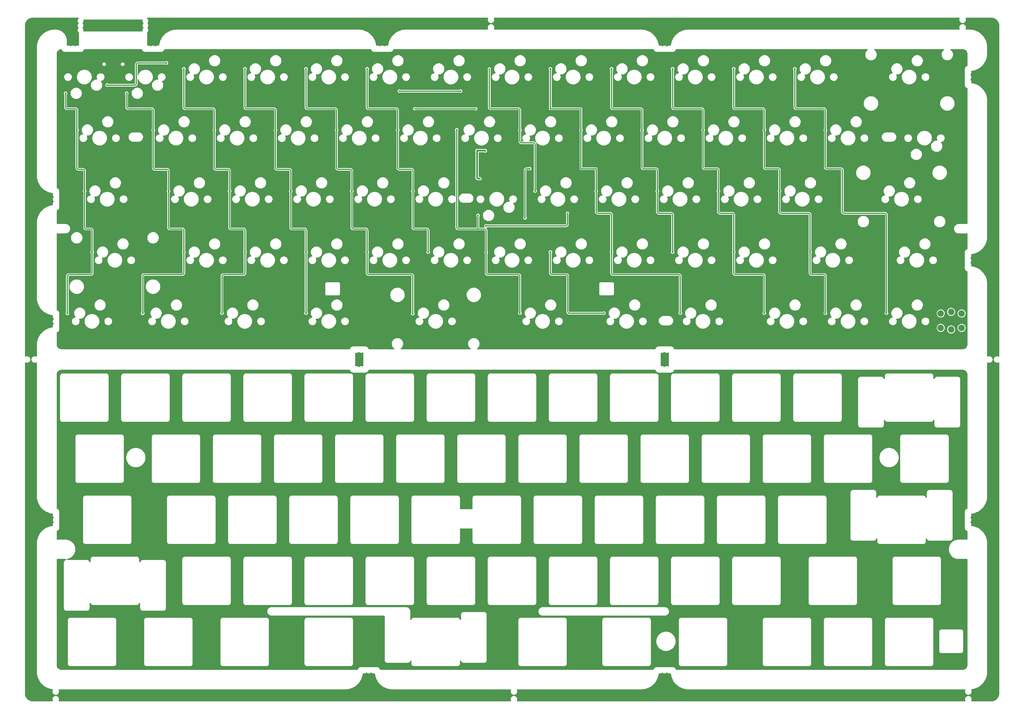
<source format=gbr>
%TF.GenerationSoftware,KiCad,Pcbnew,7.0.1*%
%TF.CreationDate,2025-02-28T05:26:20+09:00*%
%TF.ProjectId,bonyo6x_panel,626f6e79-6f36-4785-9f70-616e656c2e6b,rev?*%
%TF.SameCoordinates,Original*%
%TF.FileFunction,Copper,L1,Top*%
%TF.FilePolarity,Positive*%
%FSLAX46Y46*%
G04 Gerber Fmt 4.6, Leading zero omitted, Abs format (unit mm)*
G04 Created by KiCad (PCBNEW 7.0.1) date 2025-02-28 05:26:20*
%MOMM*%
%LPD*%
G01*
G04 APERTURE LIST*
%TA.AperFunction,ComponentPad*%
%ADD10C,2.000000*%
%TD*%
%TA.AperFunction,ComponentPad*%
%ADD11O,2.000000X2.000000*%
%TD*%
%TA.AperFunction,ComponentPad*%
%ADD12O,1.000000X1.600000*%
%TD*%
%TA.AperFunction,ComponentPad*%
%ADD13O,1.000000X2.100000*%
%TD*%
%TA.AperFunction,ViaPad*%
%ADD14C,0.600000*%
%TD*%
%TA.AperFunction,ViaPad*%
%ADD15C,0.500000*%
%TD*%
%TA.AperFunction,Conductor*%
%ADD16C,0.300000*%
%TD*%
%TA.AperFunction,Conductor*%
%ADD17C,0.550000*%
%TD*%
%TA.AperFunction,Conductor*%
%ADD18C,0.500000*%
%TD*%
G04 APERTURE END LIST*
D10*
%TO.P,SW_tact1,1,1*%
%TO.N,c13*%
X333697158Y-122565666D03*
D11*
X336947158Y-122065666D03*
D10*
X340197158Y-122565666D03*
%TO.P,SW_tact1,2,2*%
%TO.N,Net-(D66-A)*%
X333697158Y-127065666D03*
D11*
X336947158Y-127565666D03*
D10*
X340197158Y-127065666D03*
%TD*%
D12*
%TO.P,J1,S1,SHIELD*%
%TO.N,GND*%
X71407556Y-41165666D03*
D13*
X71407556Y-45345666D03*
D12*
X80047556Y-41165666D03*
D13*
X80047556Y-45345666D03*
%TD*%
D14*
%TO.N,c10*%
X278665056Y-122475666D03*
X250090056Y-46275666D03*
X259615056Y-65325666D03*
X269140232Y-103425714D03*
X264377556Y-84375666D03*
%TO.N,c9*%
X250090216Y-103425666D03*
X231040056Y-46275666D03*
X240565056Y-65325666D03*
X245327556Y-84375666D03*
%TO.N,c0*%
X64352556Y-65325666D03*
X61375056Y-122515666D03*
X69115064Y-103425714D03*
X66733806Y-84375698D03*
X60833056Y-53895666D03*
%TO.N,Net-(D1-A)*%
X73760056Y-51355666D03*
X92262576Y-44415666D03*
%TO.N,c12*%
X297715056Y-65325666D03*
X288190056Y-46275666D03*
X316765272Y-122475666D03*
D15*
%TO.N,r1*%
X188725160Y-58706292D03*
X169675144Y-58706300D03*
D14*
%TO.N,r0*%
X183962656Y-53203266D03*
X164912640Y-53215666D03*
%TO.N,r2*%
X191875056Y-95250080D03*
D15*
X217300184Y-91315666D03*
D14*
%TO.N,GND*%
X186375056Y-74795666D03*
X105975056Y-74815666D03*
X200672556Y-76018166D03*
X190875056Y-75415666D03*
X192475056Y-75415666D03*
X190175056Y-83765666D03*
X141675056Y-112695409D03*
X194475056Y-82065666D03*
X99275056Y-75315666D03*
X192475056Y-77015666D03*
X206375056Y-72515666D03*
X186375056Y-72895666D03*
X190875056Y-77015666D03*
X84125056Y-88415666D03*
%TO.N,+1V1*%
X189107307Y-71791166D03*
X191675557Y-71862177D03*
D15*
X190047951Y-80524812D03*
D14*
%TO.N,/~{USB_BOOT}*%
X204075056Y-92715666D03*
X205475056Y-77415666D03*
%TO.N,c8*%
X211990056Y-46275666D03*
X226277556Y-84375666D03*
X221515056Y-65325666D03*
X252471468Y-122475730D03*
X231040200Y-103425714D03*
%TO.N,c7*%
X202465056Y-65325666D03*
X207227556Y-84375666D03*
X228658806Y-122475666D03*
X211990184Y-103425714D03*
D15*
X192940056Y-46275666D03*
D14*
%TO.N,c6*%
X202465176Y-122475730D03*
X189420556Y-91995666D03*
X182775056Y-65315666D03*
X191964668Y-103515666D03*
%TO.N,c5*%
X164365056Y-65325666D03*
X169127556Y-84375666D03*
X173890152Y-103425666D03*
X154840056Y-46275666D03*
%TO.N,c4*%
X154840136Y-103425714D03*
X150077556Y-84375666D03*
X169068892Y-122634478D03*
X135790056Y-46275666D03*
X145315056Y-65325666D03*
%TO.N,c3*%
X131027556Y-84375666D03*
X116740056Y-46275666D03*
X126265056Y-65325666D03*
X135790120Y-122475730D03*
X135790120Y-103425666D03*
%TO.N,c2*%
X109596306Y-122475666D03*
X107215056Y-65325666D03*
X111977556Y-84375666D03*
X97690056Y-46275666D03*
X116740104Y-103425714D03*
%TO.N,c1*%
X88165056Y-65325666D03*
X97690088Y-103425714D03*
X84875056Y-122515666D03*
X79883056Y-53895666D03*
X92927556Y-84375698D03*
%TO.N,c11*%
X292952556Y-103425666D03*
X283427556Y-84375666D03*
X278665056Y-65325666D03*
X269140056Y-46275666D03*
X297715056Y-122475666D03*
%TD*%
D16*
%TO.N,c10*%
X250590056Y-58715666D02*
X259115056Y-58715666D01*
X259615056Y-59215666D02*
X259615056Y-65325666D01*
X269140232Y-91815666D02*
X269140232Y-103425714D01*
X259615056Y-65325666D02*
X259615056Y-76915666D01*
X264877556Y-91315666D02*
X268640232Y-91315666D01*
X264377556Y-77915666D02*
X264377556Y-84375666D01*
X264377556Y-84375666D02*
X264377556Y-90815666D01*
X250090056Y-46275666D02*
X250090056Y-58215666D01*
X269140232Y-109915666D02*
X269140232Y-103425714D01*
X278665056Y-122475666D02*
X278665056Y-110915666D01*
X260115056Y-77415666D02*
X263877556Y-77415666D01*
X278165056Y-110415666D02*
X269640232Y-110415666D01*
X250090134Y-58215666D02*
G75*
G03*
X250590056Y-58715666I499966J-34D01*
G01*
X269140234Y-91815666D02*
G75*
G03*
X268640232Y-91315666I-500034J-34D01*
G01*
X259615134Y-76915666D02*
G75*
G03*
X260115056Y-77415666I499966J-34D01*
G01*
X259615134Y-59215666D02*
G75*
G03*
X259115056Y-58715666I-500034J-34D01*
G01*
X269140234Y-109915666D02*
G75*
G03*
X269640232Y-110415666I499966J-34D01*
G01*
X264377634Y-90815666D02*
G75*
G03*
X264877556Y-91315666I499966J-34D01*
G01*
X264377634Y-77915666D02*
G75*
G03*
X263877556Y-77415666I-500034J-34D01*
G01*
X278665134Y-110915666D02*
G75*
G03*
X278165056Y-110415666I-500034J-34D01*
G01*
%TO.N,c9*%
X231040056Y-46275666D02*
X231040056Y-58215666D01*
X245827556Y-91315666D02*
X249590216Y-91315666D01*
X250090216Y-91815666D02*
X250090216Y-103425666D01*
X245327556Y-84375666D02*
X245327556Y-90815666D01*
X240565056Y-59215666D02*
X240565056Y-65325666D01*
X245327556Y-77915666D02*
X245327556Y-84375666D01*
X231540056Y-58715666D02*
X240065056Y-58715666D01*
X240565056Y-65325666D02*
X240565056Y-76915666D01*
X241065056Y-77415666D02*
X244827556Y-77415666D01*
X240565134Y-59215666D02*
G75*
G03*
X240065056Y-58715666I-500034J-34D01*
G01*
X240565134Y-76915666D02*
G75*
G03*
X241065056Y-77415666I499966J-34D01*
G01*
X245327634Y-90815666D02*
G75*
G03*
X245827556Y-91315666I499966J-34D01*
G01*
X250090234Y-91815666D02*
G75*
G03*
X249590216Y-91315666I-500034J-34D01*
G01*
X231040134Y-58215666D02*
G75*
G03*
X231540056Y-58715666I499966J-34D01*
G01*
X245327634Y-77915666D02*
G75*
G03*
X244827556Y-77415666I-500034J-34D01*
G01*
%TO.N,c0*%
X64852556Y-77615666D02*
X66233806Y-77615666D01*
X60833056Y-53895666D02*
X60833056Y-58215666D01*
X66733806Y-78115666D02*
X66733806Y-84375698D01*
X61875056Y-110415666D02*
X68615064Y-110415666D01*
X64352556Y-65325666D02*
X64352556Y-77115666D01*
X69115064Y-96715666D02*
X69115064Y-103425714D01*
X67233806Y-96215666D02*
X68615064Y-96215666D01*
X61375056Y-122515666D02*
X61375056Y-110915666D01*
X64352556Y-59215666D02*
X64352556Y-65325666D01*
X61333056Y-58715666D02*
X63852556Y-58715666D01*
X66733806Y-84375698D02*
X66733806Y-95715666D01*
X69115064Y-109915666D02*
X69115064Y-103425714D01*
X69115134Y-96715666D02*
G75*
G03*
X68615064Y-96215666I-500034J-34D01*
G01*
X60833134Y-58215666D02*
G75*
G03*
X61333056Y-58715666I499966J-34D01*
G01*
X64352634Y-77115666D02*
G75*
G03*
X64852556Y-77615666I499966J-34D01*
G01*
X66733834Y-78115666D02*
G75*
G03*
X66233806Y-77615666I-500034J-34D01*
G01*
X68615064Y-110415664D02*
G75*
G03*
X69115064Y-109915666I36J499964D01*
G01*
X64352634Y-59215666D02*
G75*
G03*
X63852556Y-58715666I-500034J-34D01*
G01*
X61875056Y-110415656D02*
G75*
G03*
X61375056Y-110915666I44J-500044D01*
G01*
X66733834Y-95715666D02*
G75*
G03*
X67233806Y-96215666I499966J-34D01*
G01*
%TO.N,Net-(D1-A)*%
X82875056Y-50855666D02*
X82875056Y-44915666D01*
X73760056Y-51355666D02*
X82375056Y-51355666D01*
X83375056Y-44415666D02*
X92262576Y-44415666D01*
X83375056Y-44415656D02*
G75*
G03*
X82875056Y-44915666I44J-500044D01*
G01*
X82375056Y-51355656D02*
G75*
G03*
X82875056Y-50855666I44J499956D01*
G01*
%TO.N,c12*%
X288190056Y-46275666D02*
X288190056Y-58215666D01*
X316765272Y-122475666D02*
X316765272Y-91815666D01*
X297715056Y-76915666D02*
X297715056Y-65325666D01*
X303014317Y-90815666D02*
X303014317Y-77915666D01*
X297715056Y-59215666D02*
X297715056Y-65325666D01*
X288690056Y-58715666D02*
X297215056Y-58715666D01*
X316265272Y-91315666D02*
X303514317Y-91315666D01*
X302514317Y-77415666D02*
X298215056Y-77415666D01*
X297715134Y-76915666D02*
G75*
G03*
X298215056Y-77415666I499966J-34D01*
G01*
X303014334Y-77915666D02*
G75*
G03*
X302514317Y-77415666I-500034J-34D01*
G01*
X316765334Y-91815666D02*
G75*
G03*
X316265272Y-91315666I-500034J-34D01*
G01*
X288190134Y-58215666D02*
G75*
G03*
X288690056Y-58715666I499966J-34D01*
G01*
X297715134Y-59215666D02*
G75*
G03*
X297215056Y-58715666I-500034J-34D01*
G01*
X303014334Y-90815666D02*
G75*
G03*
X303514317Y-91315666I499966J-34D01*
G01*
%TO.N,r1*%
X188725160Y-58706300D02*
X188725160Y-58706292D01*
X169675144Y-58706300D02*
X188725160Y-58706300D01*
%TO.N,r0*%
X183950256Y-53215666D02*
X183962656Y-53203266D01*
X164912640Y-53215666D02*
X183950256Y-53215666D01*
X183962656Y-53215666D02*
X183962656Y-53203266D01*
%TO.N,r2*%
X216800184Y-95215666D02*
X191909470Y-95215666D01*
X191909470Y-95215666D02*
X191875056Y-95250080D01*
X217300184Y-91315666D02*
X217300184Y-94715666D01*
X216800184Y-95215684D02*
G75*
G03*
X217300184Y-94715666I16J499984D01*
G01*
D17*
%TO.N,+1V1*%
X191604546Y-71791166D02*
X191675557Y-71862177D01*
X189107307Y-80024812D02*
X189107307Y-71791166D01*
X189107307Y-71791166D02*
X191604546Y-71791166D01*
D18*
X191675557Y-71862177D02*
X191673002Y-71862177D01*
D17*
X189075056Y-80024812D02*
X189107307Y-80024812D01*
D18*
X189575056Y-80524812D02*
X190047951Y-80524812D01*
X189075088Y-80024812D02*
G75*
G03*
X189575056Y-80524812I500012J12D01*
G01*
D16*
%TO.N,/~{USB_BOOT}*%
X204075056Y-77915666D02*
X204075056Y-92715666D01*
X205475056Y-77415666D02*
X204575056Y-77415666D01*
X204575056Y-77415656D02*
G75*
G03*
X204075056Y-77915666I44J-500044D01*
G01*
%TO.N,c8*%
X226277556Y-84375666D02*
X226277556Y-90815666D01*
X221515056Y-77415666D02*
X226277556Y-77415666D01*
X231040200Y-91815666D02*
X231040200Y-103425714D01*
X252471468Y-122475730D02*
X252471468Y-110915666D01*
X226277556Y-77415666D02*
X226277556Y-84375666D01*
X221515056Y-65325666D02*
X221515056Y-77415666D01*
X226777556Y-91315666D02*
X230540200Y-91315666D01*
X231040200Y-109915666D02*
X231040200Y-103425714D01*
X251971468Y-110415666D02*
X231540200Y-110415666D01*
X211990056Y-58715666D02*
X221515056Y-58715666D01*
X211990056Y-46275666D02*
X211990056Y-58715666D01*
X221515056Y-58715666D02*
X221515056Y-65325666D01*
X226277634Y-90815666D02*
G75*
G03*
X226777556Y-91315666I499966J-34D01*
G01*
X231040234Y-109915666D02*
G75*
G03*
X231540200Y-110415666I499966J-34D01*
G01*
X252471534Y-110915666D02*
G75*
G03*
X251971468Y-110415666I-500034J-34D01*
G01*
X231040234Y-91815666D02*
G75*
G03*
X230540200Y-91315666I-500034J-34D01*
G01*
%TO.N,c7*%
X202965056Y-69315666D02*
X206727556Y-69315666D01*
X192940056Y-46275666D02*
X192940056Y-58215666D01*
X216875056Y-110415666D02*
X212490184Y-110415666D01*
X217875056Y-122475666D02*
X228658806Y-122475666D01*
X207227556Y-69815666D02*
X207227556Y-84375666D01*
X202465056Y-59215666D02*
X202465056Y-65325666D01*
X211990184Y-109915666D02*
X211990184Y-103425714D01*
X217375056Y-121975666D02*
X217375056Y-110915666D01*
X193440056Y-58715666D02*
X201965056Y-58715666D01*
X202465056Y-65325666D02*
X202465056Y-68815666D01*
X211990234Y-109915666D02*
G75*
G03*
X212490184Y-110415666I499966J-34D01*
G01*
X202465134Y-68815666D02*
G75*
G03*
X202965056Y-69315666I499966J-34D01*
G01*
X207227634Y-69815666D02*
G75*
G03*
X206727556Y-69315666I-500034J-34D01*
G01*
X217375134Y-121975666D02*
G75*
G03*
X217875056Y-122475666I499966J-34D01*
G01*
X217375134Y-110915666D02*
G75*
G03*
X216875056Y-110415666I-500034J-34D01*
G01*
X202465134Y-59215666D02*
G75*
G03*
X201965056Y-58715666I-500034J-34D01*
G01*
X192940134Y-58215666D02*
G75*
G03*
X193440056Y-58715666I499966J-34D01*
G01*
%TO.N,c6*%
X189075056Y-96215666D02*
X189420556Y-96215666D01*
X189420556Y-91995666D02*
X189420556Y-96215666D01*
X183275056Y-96215666D02*
X189075056Y-96215666D01*
X191964668Y-103515666D02*
X191964668Y-96715666D01*
X202465176Y-110915666D02*
X202465176Y-122475730D01*
X192464668Y-110415666D02*
X201965176Y-110415666D01*
X191964668Y-103515666D02*
X191964668Y-109915666D01*
X191464668Y-96215666D02*
X189075056Y-96215666D01*
X182775056Y-65315666D02*
X182775056Y-95715666D01*
X191964734Y-109915666D02*
G75*
G03*
X192464668Y-110415666I499966J-34D01*
G01*
X202465234Y-110915666D02*
G75*
G03*
X201965176Y-110415666I-500034J-34D01*
G01*
X191964734Y-96715666D02*
G75*
G03*
X191464668Y-96215666I-500034J-34D01*
G01*
X182775134Y-95715666D02*
G75*
G03*
X183275056Y-96215666I499966J-34D01*
G01*
%TO.N,c5*%
X169127556Y-95715666D02*
X169127556Y-84375666D01*
X169127556Y-84375666D02*
X169127556Y-78115666D01*
X155340056Y-58715666D02*
X163865056Y-58715666D01*
X164365056Y-65515666D02*
X164365056Y-65325666D01*
X164365056Y-59215666D02*
X164365056Y-65515666D01*
X154840056Y-46275666D02*
X154840056Y-58215666D01*
X169627556Y-96215666D02*
X173390152Y-96215666D01*
X168627556Y-77615666D02*
X164865056Y-77615666D01*
X173890152Y-96715666D02*
X173890152Y-103425666D01*
X164365056Y-77115666D02*
X164365056Y-65515666D01*
X173890234Y-96715666D02*
G75*
G03*
X173390152Y-96215666I-500034J-34D01*
G01*
X164365134Y-59215666D02*
G75*
G03*
X163865056Y-58715666I-500034J-34D01*
G01*
X169127634Y-78115666D02*
G75*
G03*
X168627556Y-77615666I-500034J-34D01*
G01*
X169127634Y-95715666D02*
G75*
G03*
X169627556Y-96215666I499966J-34D01*
G01*
X154840134Y-58215666D02*
G75*
G03*
X155340056Y-58715666I499966J-34D01*
G01*
X164365134Y-77115666D02*
G75*
G03*
X164865056Y-77615666I499966J-34D01*
G01*
%TO.N,c4*%
X154840136Y-103425714D02*
X154840136Y-96715666D01*
X169068892Y-122634478D02*
X169068892Y-110915666D01*
X145815056Y-77615666D02*
X149577556Y-77615666D01*
X145315056Y-65325666D02*
X145315056Y-77115666D01*
X135790056Y-46275666D02*
X135790056Y-58215666D01*
X154340136Y-96215666D02*
X150577556Y-96215666D01*
X150077556Y-78115666D02*
X150077556Y-84375666D01*
X168568892Y-110415666D02*
X155340136Y-110415666D01*
X150077556Y-95715666D02*
X150077556Y-84375666D01*
X145315056Y-59215666D02*
X145315056Y-65325666D01*
X154840136Y-109915666D02*
X154840136Y-103425714D01*
X136290056Y-58715666D02*
X144815056Y-58715666D01*
X154840134Y-96715666D02*
G75*
G03*
X154340136Y-96215666I-500034J-34D01*
G01*
X145315134Y-59215666D02*
G75*
G03*
X144815056Y-58715666I-500034J-34D01*
G01*
X154840134Y-109915666D02*
G75*
G03*
X155340136Y-110415666I499966J-34D01*
G01*
X135790134Y-58215666D02*
G75*
G03*
X136290056Y-58715666I499966J-34D01*
G01*
X145315134Y-77115666D02*
G75*
G03*
X145815056Y-77615666I499966J-34D01*
G01*
X150077634Y-95715666D02*
G75*
G03*
X150577556Y-96215666I499966J-34D01*
G01*
X169068934Y-110915666D02*
G75*
G03*
X168568892Y-110415666I-500034J-34D01*
G01*
X150077634Y-78115666D02*
G75*
G03*
X149577556Y-77615666I-500034J-34D01*
G01*
%TO.N,c3*%
X131027556Y-78115666D02*
X131027556Y-84375666D01*
X126265056Y-65325666D02*
X126265056Y-77115666D01*
X117240056Y-58715666D02*
X125765056Y-58715666D01*
X126765056Y-77615666D02*
X130527556Y-77615666D01*
X135790120Y-122475730D02*
X135790120Y-96715666D01*
X131027556Y-95715666D02*
X131027556Y-84375666D01*
X126265056Y-59215666D02*
X126265056Y-65325666D01*
X116740056Y-46275666D02*
X116740056Y-58215666D01*
X135290120Y-96215666D02*
X131527556Y-96215666D01*
X116740134Y-58215666D02*
G75*
G03*
X117240056Y-58715666I499966J-34D01*
G01*
X131027634Y-78115666D02*
G75*
G03*
X130527556Y-77615666I-500034J-34D01*
G01*
X126265134Y-77115666D02*
G75*
G03*
X126765056Y-77615666I499966J-34D01*
G01*
X126265134Y-59215666D02*
G75*
G03*
X125765056Y-58715666I-500034J-34D01*
G01*
X131027634Y-95715666D02*
G75*
G03*
X131527556Y-96215666I499966J-34D01*
G01*
X135790134Y-96715666D02*
G75*
G03*
X135290120Y-96215666I-500034J-34D01*
G01*
%TO.N,c2*%
X116740104Y-109915666D02*
X116740104Y-103425714D01*
X116740104Y-96715666D02*
X116740104Y-103425714D01*
X98190056Y-58715666D02*
X106715056Y-58715666D01*
X107715056Y-77615666D02*
X111477556Y-77615666D01*
X111977556Y-78115666D02*
X111977556Y-84375666D01*
X97690056Y-46275666D02*
X97690056Y-58215666D01*
X110096306Y-110415666D02*
X116240104Y-110415666D01*
X111977556Y-84375666D02*
X111977556Y-95715666D01*
X107215056Y-59215666D02*
X107215056Y-65325666D01*
X107215056Y-65325666D02*
X107215056Y-77115666D01*
X112477556Y-96215666D02*
X116240104Y-96215666D01*
X109596306Y-122475666D02*
X109596306Y-110915666D01*
X111977634Y-78115666D02*
G75*
G03*
X111477556Y-77615666I-500034J-34D01*
G01*
X111977634Y-95715666D02*
G75*
G03*
X112477556Y-96215666I499966J-34D01*
G01*
X107215134Y-59215666D02*
G75*
G03*
X106715056Y-58715666I-500034J-34D01*
G01*
X110096306Y-110415706D02*
G75*
G03*
X109596306Y-110915666I-6J-499994D01*
G01*
X116740134Y-96715666D02*
G75*
G03*
X116240104Y-96215666I-500034J-34D01*
G01*
X116240104Y-110415704D02*
G75*
G03*
X116740104Y-109915666I-4J500004D01*
G01*
X107215134Y-77115666D02*
G75*
G03*
X107715056Y-77615666I499966J-34D01*
G01*
X97690134Y-58215666D02*
G75*
G03*
X98190056Y-58715666I499966J-34D01*
G01*
%TO.N,c1*%
X79883056Y-53895666D02*
X79883056Y-58215666D01*
X88165056Y-59215666D02*
X88165056Y-65325666D01*
X93427556Y-96215666D02*
X97190088Y-96215666D01*
X84875056Y-122515666D02*
X84875056Y-110915666D01*
X88165056Y-65325666D02*
X88165056Y-77115666D01*
X92927556Y-78115666D02*
X92927556Y-84375698D01*
X97690088Y-109915666D02*
X97690088Y-103425714D01*
X85375056Y-110415666D02*
X97190088Y-110415666D01*
X97690088Y-96715666D02*
X97690088Y-103425714D01*
X80383056Y-58715666D02*
X87665056Y-58715666D01*
X88665056Y-77615666D02*
X92427556Y-77615666D01*
X92927556Y-84375698D02*
X92927556Y-95715666D01*
X79883134Y-58215666D02*
G75*
G03*
X80383056Y-58715666I499966J-34D01*
G01*
X92927634Y-78115666D02*
G75*
G03*
X92427556Y-77615666I-500034J-34D01*
G01*
X97690134Y-96715666D02*
G75*
G03*
X97190088Y-96215666I-500034J-34D01*
G01*
X88165134Y-77115666D02*
G75*
G03*
X88665056Y-77615666I499966J-34D01*
G01*
X92927634Y-95715666D02*
G75*
G03*
X93427556Y-96215666I499966J-34D01*
G01*
X85375056Y-110415656D02*
G75*
G03*
X84875056Y-110915666I44J-500044D01*
G01*
X97190088Y-110415688D02*
G75*
G03*
X97690088Y-109915666I12J499988D01*
G01*
X88165134Y-59215666D02*
G75*
G03*
X87665056Y-58715666I-500034J-34D01*
G01*
%TO.N,c11*%
X293452556Y-110415666D02*
X297215056Y-110415666D01*
X278665056Y-59215666D02*
X278665056Y-65325666D01*
X279175056Y-77415666D02*
X282927556Y-77415666D01*
X278665056Y-65325666D02*
X278675056Y-65335666D01*
X269140056Y-46275666D02*
X269140056Y-58215666D01*
X283427556Y-84375666D02*
X283427556Y-90815666D01*
X292952556Y-103425666D02*
X292952556Y-109915666D01*
X283927556Y-91315666D02*
X292452556Y-91315666D01*
X269640056Y-58715666D02*
X278165056Y-58715666D01*
X292952556Y-91815666D02*
X292952556Y-103425666D01*
X297715056Y-110915666D02*
X297715056Y-122475666D01*
X283427556Y-77915666D02*
X283427556Y-84375666D01*
X278675056Y-65335666D02*
X278675056Y-76915666D01*
X278675134Y-76915666D02*
G75*
G03*
X279175056Y-77415666I499966J-34D01*
G01*
X292952634Y-91815666D02*
G75*
G03*
X292452556Y-91315666I-500034J-34D01*
G01*
X292952634Y-109915666D02*
G75*
G03*
X293452556Y-110415666I499966J-34D01*
G01*
X283427634Y-90815666D02*
G75*
G03*
X283927556Y-91315666I499966J-34D01*
G01*
X297715134Y-110915666D02*
G75*
G03*
X297215056Y-110415666I-500034J-34D01*
G01*
X278665134Y-59215666D02*
G75*
G03*
X278165056Y-58715666I-500034J-34D01*
G01*
X269140134Y-58215666D02*
G75*
G03*
X269640056Y-58715666I499966J-34D01*
G01*
X283427634Y-77915666D02*
G75*
G03*
X282927556Y-77415666I-500034J-34D01*
G01*
%TD*%
%TA.AperFunction,Conductor*%
%TO.N,GND*%
G36*
X84589484Y-40130606D02*
G01*
X84633297Y-40167371D01*
X84655948Y-40219888D01*
X84659704Y-40241194D01*
X84695214Y-40338771D01*
X84719571Y-40405698D01*
X84768037Y-40489654D01*
X84807091Y-40557304D01*
X84919608Y-40691411D01*
X85053702Y-40803943D01*
X85205300Y-40891481D01*
X85369795Y-40951366D01*
X85542190Y-40981777D01*
X85584699Y-40981780D01*
X85584746Y-40981784D01*
X85629718Y-40981784D01*
X85695610Y-40981790D01*
X85695611Y-40981789D01*
X85712179Y-40981791D01*
X85712239Y-40981784D01*
X85813085Y-40981784D01*
X85816563Y-40981284D01*
X90396085Y-40981284D01*
X90399563Y-40981784D01*
X90415615Y-40981784D01*
X90451777Y-40981784D01*
X90531510Y-40981784D01*
X90531530Y-40981788D01*
X90582878Y-40981789D01*
X90670412Y-40981791D01*
X90842822Y-40951393D01*
X90914169Y-40925426D01*
X91007332Y-40891519D01*
X91007341Y-40891514D01*
X91158948Y-40803984D01*
X91293059Y-40691452D01*
X91405590Y-40557340D01*
X91493122Y-40405725D01*
X91552996Y-40241213D01*
X91556755Y-40219885D01*
X91579407Y-40167371D01*
X91623220Y-40130606D01*
X91678872Y-40117416D01*
X155971333Y-40117416D01*
X156026985Y-40130606D01*
X156070797Y-40167369D01*
X156093449Y-40219884D01*
X156093456Y-40219922D01*
X156097210Y-40241215D01*
X156102964Y-40257025D01*
X156157084Y-40405727D01*
X156244618Y-40557342D01*
X156357151Y-40691454D01*
X156357153Y-40691456D01*
X156491263Y-40803987D01*
X156606447Y-40870485D01*
X156642879Y-40891518D01*
X156807392Y-40951392D01*
X156979803Y-40981787D01*
X157067338Y-40981784D01*
X157090671Y-40981784D01*
X157198431Y-40981784D01*
X157234593Y-40981784D01*
X157250645Y-40981784D01*
X157254123Y-40981284D01*
X161833645Y-40981284D01*
X161837123Y-40981784D01*
X161853175Y-40981784D01*
X161889337Y-40981784D01*
X161997097Y-40981784D01*
X162020398Y-40981784D01*
X162056248Y-40981784D01*
X162065143Y-40981784D01*
X162065565Y-40981753D01*
X162107933Y-40981758D01*
X162280347Y-40951372D01*
X162444864Y-40891506D01*
X162596485Y-40803979D01*
X162730602Y-40691452D01*
X162843139Y-40557343D01*
X162930676Y-40405728D01*
X162990554Y-40241215D01*
X162994315Y-40219884D01*
X163016966Y-40167370D01*
X163060779Y-40130606D01*
X163116431Y-40117416D01*
X244077633Y-40117416D01*
X244133284Y-40130606D01*
X244177097Y-40167369D01*
X244199749Y-40219884D01*
X244203511Y-40241220D01*
X244209275Y-40257057D01*
X244263390Y-40405739D01*
X244323865Y-40510483D01*
X244350929Y-40557358D01*
X244463470Y-40691474D01*
X244597584Y-40804001D01*
X244749210Y-40891533D01*
X244913703Y-40951392D01*
X244913731Y-40951402D01*
X245086148Y-40981791D01*
X245086148Y-40981790D01*
X245086149Y-40981791D01*
X245173686Y-40981784D01*
X245356969Y-40981784D01*
X245360447Y-40981284D01*
X249939969Y-40981284D01*
X249943447Y-40981784D01*
X249959499Y-40981784D01*
X249995661Y-40981784D01*
X250103421Y-40981784D01*
X250126746Y-40981784D01*
X250162572Y-40981784D01*
X250171475Y-40981784D01*
X250171585Y-40981775D01*
X250214281Y-40981778D01*
X250214281Y-40981777D01*
X250214282Y-40981778D01*
X250386692Y-40951385D01*
X250458021Y-40925426D01*
X250551206Y-40891513D01*
X250702823Y-40803982D01*
X250836936Y-40691452D01*
X250949469Y-40557341D01*
X251037004Y-40405726D01*
X251053436Y-40360579D01*
X251074234Y-40303433D01*
X251096879Y-40241214D01*
X251100640Y-40219884D01*
X251123292Y-40167369D01*
X251167104Y-40130606D01*
X251222756Y-40117416D01*
X310877735Y-40117416D01*
X310939739Y-40134031D01*
X310985127Y-40179425D01*
X311001735Y-40241431D01*
X310985112Y-40303433D01*
X310952309Y-40336223D01*
X310954341Y-40338771D01*
X310739022Y-40510483D01*
X310558022Y-40705553D01*
X310408113Y-40925430D01*
X310292655Y-41165181D01*
X310214216Y-41419472D01*
X310174556Y-41682611D01*
X310174556Y-41948721D01*
X310214216Y-42211859D01*
X310236864Y-42285279D01*
X310292655Y-42466148D01*
X310408114Y-42705901D01*
X310408116Y-42705905D01*
X310558020Y-42925775D01*
X310739022Y-43120848D01*
X310947079Y-43286770D01*
X311177533Y-43419821D01*
X311177535Y-43419822D01*
X311425251Y-43517043D01*
X311684689Y-43576259D01*
X311741524Y-43580518D01*
X311883609Y-43591166D01*
X311883614Y-43591166D01*
X312016498Y-43591166D01*
X312016503Y-43591166D01*
X312140826Y-43581849D01*
X312215423Y-43576259D01*
X312474861Y-43517043D01*
X312722577Y-43419822D01*
X312867800Y-43335978D01*
X312953032Y-43286770D01*
X312953036Y-43286767D01*
X313161089Y-43120849D01*
X313342091Y-42925776D01*
X313491996Y-42705906D01*
X313607457Y-42466148D01*
X313685895Y-42211860D01*
X313725556Y-41948721D01*
X313725556Y-41682611D01*
X313685895Y-41419472D01*
X313607457Y-41165184D01*
X313491996Y-40925427D01*
X313342091Y-40705556D01*
X313161089Y-40510483D01*
X313161088Y-40510482D01*
X312945771Y-40338771D01*
X312947802Y-40336223D01*
X312915000Y-40303433D01*
X312898377Y-40241431D01*
X312914985Y-40179425D01*
X312960373Y-40134031D01*
X313022377Y-40117416D01*
X334677735Y-40117416D01*
X334739739Y-40134031D01*
X334785127Y-40179425D01*
X334801735Y-40241431D01*
X334785112Y-40303433D01*
X334752309Y-40336223D01*
X334754341Y-40338771D01*
X334539022Y-40510483D01*
X334358022Y-40705553D01*
X334208113Y-40925430D01*
X334092655Y-41165181D01*
X334014216Y-41419472D01*
X333974556Y-41682611D01*
X333974556Y-41948721D01*
X334014216Y-42211859D01*
X334036864Y-42285279D01*
X334092655Y-42466148D01*
X334208114Y-42705901D01*
X334208116Y-42705905D01*
X334358020Y-42925775D01*
X334539022Y-43120848D01*
X334747079Y-43286770D01*
X334977533Y-43419821D01*
X334977535Y-43419822D01*
X335225251Y-43517043D01*
X335484689Y-43576259D01*
X335541524Y-43580518D01*
X335683609Y-43591166D01*
X335683614Y-43591166D01*
X335816498Y-43591166D01*
X335816503Y-43591166D01*
X335940826Y-43581849D01*
X336015423Y-43576259D01*
X336274861Y-43517043D01*
X336522577Y-43419822D01*
X336667800Y-43335978D01*
X336753032Y-43286770D01*
X336753036Y-43286767D01*
X336961089Y-43120849D01*
X337142091Y-42925776D01*
X337291996Y-42705906D01*
X337407457Y-42466148D01*
X337485895Y-42211860D01*
X337525556Y-41948721D01*
X337525556Y-41682611D01*
X337485895Y-41419472D01*
X337407457Y-41165184D01*
X337291996Y-40925427D01*
X337142091Y-40705556D01*
X336961089Y-40510483D01*
X336961088Y-40510482D01*
X336745771Y-40338771D01*
X336747802Y-40336223D01*
X336715000Y-40303433D01*
X336698377Y-40241431D01*
X336714985Y-40179425D01*
X336760373Y-40134031D01*
X336822377Y-40117416D01*
X340444300Y-40117416D01*
X340444320Y-40117418D01*
X340461673Y-40117417D01*
X340461675Y-40117418D01*
X340523148Y-40117416D01*
X340531986Y-40117731D01*
X340732049Y-40132031D01*
X340749539Y-40134543D01*
X340941213Y-40176220D01*
X340958182Y-40181200D01*
X341141966Y-40249716D01*
X341158039Y-40257053D01*
X341273547Y-40320095D01*
X341330211Y-40351021D01*
X341345091Y-40360579D01*
X341405437Y-40405729D01*
X341502108Y-40478058D01*
X341502133Y-40478076D01*
X341515501Y-40489652D01*
X341583191Y-40557301D01*
X341654240Y-40628307D01*
X341665825Y-40641669D01*
X341780743Y-40795065D01*
X341783410Y-40798626D01*
X341783415Y-40798632D01*
X341792983Y-40813506D01*
X341887055Y-40985617D01*
X341894409Y-41001702D01*
X341963035Y-41185438D01*
X341968026Y-41202404D01*
X342009817Y-41394038D01*
X342012343Y-41411543D01*
X342026687Y-41610510D01*
X342027008Y-41619352D01*
X342027055Y-41698211D01*
X342027046Y-41698211D01*
X342027056Y-41698289D01*
X342027056Y-45254080D01*
X342016913Y-45303198D01*
X341988144Y-45344280D01*
X341945455Y-45370606D01*
X341785260Y-45428894D01*
X341633642Y-45516414D01*
X341499524Y-45628937D01*
X341422757Y-45720415D01*
X341386985Y-45763041D01*
X341356572Y-45815713D01*
X341299444Y-45914652D01*
X341239564Y-46079159D01*
X341209162Y-46251569D01*
X341209162Y-46522427D01*
X341209662Y-46525905D01*
X341209662Y-51105427D01*
X341209162Y-51108905D01*
X341209162Y-51210105D01*
X341209157Y-51210143D01*
X341209162Y-51292262D01*
X341209162Y-51336908D01*
X341209171Y-51337039D01*
X341209174Y-51379789D01*
X341217978Y-51429709D01*
X341239580Y-51552184D01*
X341299457Y-51716679D01*
X341386987Y-51868280D01*
X341499510Y-52002380D01*
X341499513Y-52002383D01*
X341633608Y-52114905D01*
X341785208Y-52202437D01*
X341918678Y-52251023D01*
X341945472Y-52260777D01*
X341988153Y-52287106D01*
X342016916Y-52328185D01*
X342027056Y-52377297D01*
X342027056Y-94543616D01*
X342010443Y-94605616D01*
X341965056Y-94651003D01*
X341903056Y-94667616D01*
X339208760Y-94667616D01*
X339029197Y-94682495D01*
X339029193Y-94682495D01*
X339029193Y-94682496D01*
X338796165Y-94741506D01*
X338796162Y-94741507D01*
X338796163Y-94741507D01*
X338652932Y-94804334D01*
X338576028Y-94838067D01*
X338374787Y-94969545D01*
X338374785Y-94969546D01*
X338374786Y-94969546D01*
X338197928Y-95132355D01*
X338050287Y-95322043D01*
X337935872Y-95533463D01*
X337857822Y-95760816D01*
X337818256Y-95997925D01*
X337818256Y-96238307D01*
X337857822Y-96475415D01*
X337935872Y-96702768D01*
X337935873Y-96702771D01*
X337935874Y-96702772D01*
X337970671Y-96767072D01*
X338050287Y-96914188D01*
X338181279Y-97082486D01*
X338197931Y-97103880D01*
X338374787Y-97266687D01*
X338576028Y-97398165D01*
X338796165Y-97494726D01*
X339029193Y-97553736D01*
X339101022Y-97559688D01*
X339208760Y-97568616D01*
X339208766Y-97568616D01*
X341903056Y-97568616D01*
X341965056Y-97585229D01*
X342010443Y-97630616D01*
X342027056Y-97692616D01*
X342027056Y-102404097D01*
X342016915Y-102453210D01*
X341988152Y-102494289D01*
X341945471Y-102520617D01*
X341785215Y-102578951D01*
X341633616Y-102666480D01*
X341499518Y-102779001D01*
X341386995Y-102913096D01*
X341299461Y-103064692D01*
X341239581Y-103229180D01*
X341209169Y-103401570D01*
X341209165Y-103445282D01*
X341209162Y-103445340D01*
X341209162Y-103489099D01*
X341209153Y-103571349D01*
X341209162Y-103571417D01*
X341209162Y-103672475D01*
X341209662Y-103675953D01*
X341209662Y-108255475D01*
X341209162Y-108258953D01*
X341209162Y-108360079D01*
X341209148Y-108360184D01*
X341209153Y-108390948D01*
X341209113Y-108391152D01*
X341209134Y-108529886D01*
X341239553Y-108702273D01*
X341299443Y-108866763D01*
X341386979Y-109018354D01*
X341499509Y-109152447D01*
X341499510Y-109152448D01*
X341633612Y-109264966D01*
X341785212Y-109352492D01*
X341900642Y-109394508D01*
X341945469Y-109410825D01*
X341988151Y-109437153D01*
X342016915Y-109478233D01*
X342027056Y-109527346D01*
X342027056Y-132213326D01*
X342026734Y-132222251D01*
X342012302Y-132422252D01*
X342009775Y-132439753D01*
X341967977Y-132631376D01*
X341962986Y-132648341D01*
X341894353Y-132832074D01*
X341886999Y-132848158D01*
X341792924Y-133020261D01*
X341783358Y-133035133D01*
X341665766Y-133192096D01*
X341654179Y-133205458D01*
X341515450Y-133344099D01*
X341502082Y-133355676D01*
X341345042Y-133473173D01*
X341330163Y-133482730D01*
X341157998Y-133576697D01*
X341141910Y-133584041D01*
X340958141Y-133652556D01*
X340941173Y-133657537D01*
X340749519Y-133699216D01*
X340732014Y-133701732D01*
X340531117Y-133716099D01*
X340522270Y-133716415D01*
X250627684Y-133715210D01*
X250572032Y-133702019D01*
X250528220Y-133665255D01*
X250505569Y-133612737D01*
X250505568Y-133612734D01*
X250501591Y-133590172D01*
X250441712Y-133425656D01*
X250354173Y-133274038D01*
X250319182Y-133232339D01*
X250241632Y-133139922D01*
X250107518Y-133027395D01*
X249955943Y-132939893D01*
X249955893Y-132939864D01*
X249955892Y-132939863D01*
X249955891Y-132939863D01*
X249791378Y-132879996D01*
X249791375Y-132879995D01*
X249791374Y-132879995D01*
X249724998Y-132868295D01*
X249618954Y-132849604D01*
X249531420Y-132849612D01*
X249348134Y-132849612D01*
X249344656Y-132850112D01*
X245955760Y-132850112D01*
X245952282Y-132849612D01*
X245936230Y-132849612D01*
X245900068Y-132849612D01*
X245733157Y-132849612D01*
X245724766Y-132849612D01*
X245724217Y-132849650D01*
X245681527Y-132849646D01*
X245681477Y-132849646D01*
X245681476Y-132849646D01*
X245509062Y-132880030D01*
X245344546Y-132939893D01*
X245192928Y-133027417D01*
X245192925Y-133027419D01*
X245058831Y-133139926D01*
X245058807Y-133139946D01*
X244946269Y-133274054D01*
X244858732Y-133425664D01*
X244798852Y-133590181D01*
X244794876Y-133612734D01*
X244772223Y-133665249D01*
X244728411Y-133702012D01*
X244672760Y-133715202D01*
X189182853Y-133715202D01*
X189120854Y-133698590D01*
X189075467Y-133653204D01*
X189058853Y-133591205D01*
X189075464Y-133529205D01*
X189109995Y-133494671D01*
X189108363Y-133492625D01*
X189192317Y-133425673D01*
X189323681Y-133320913D01*
X189504683Y-133125840D01*
X189654588Y-132905970D01*
X189770049Y-132666212D01*
X189848487Y-132411924D01*
X189888148Y-132148785D01*
X189888148Y-131882675D01*
X189848487Y-131619536D01*
X189770049Y-131365248D01*
X189654588Y-131125491D01*
X189504683Y-130905620D01*
X189323681Y-130710547D01*
X189115624Y-130544625D01*
X188885170Y-130411574D01*
X188637455Y-130314353D01*
X188378012Y-130255136D01*
X188179095Y-130240230D01*
X188179090Y-130240230D01*
X188046206Y-130240230D01*
X188046201Y-130240230D01*
X187847283Y-130255136D01*
X187587840Y-130314353D01*
X187340125Y-130411574D01*
X187109671Y-130544625D01*
X186901614Y-130710547D01*
X186720614Y-130905617D01*
X186570705Y-131125494D01*
X186455247Y-131365245D01*
X186376808Y-131619536D01*
X186337148Y-131882675D01*
X186337148Y-132148785D01*
X186376808Y-132411923D01*
X186392525Y-132462874D01*
X186455247Y-132666212D01*
X186543568Y-132849612D01*
X186570708Y-132905969D01*
X186720612Y-133125839D01*
X186901614Y-133320912D01*
X187116933Y-133492625D01*
X187115300Y-133494671D01*
X187149832Y-133529205D01*
X187166443Y-133591205D01*
X187149829Y-133653204D01*
X187104442Y-133698590D01*
X187042443Y-133715202D01*
X165382853Y-133715202D01*
X165320854Y-133698590D01*
X165275467Y-133653204D01*
X165258853Y-133591205D01*
X165275464Y-133529205D01*
X165309995Y-133494671D01*
X165308363Y-133492625D01*
X165392317Y-133425673D01*
X165523681Y-133320913D01*
X165704683Y-133125840D01*
X165854588Y-132905970D01*
X165970049Y-132666212D01*
X166048487Y-132411924D01*
X166088148Y-132148785D01*
X166088148Y-131882675D01*
X166048487Y-131619536D01*
X165970049Y-131365248D01*
X165854588Y-131125491D01*
X165704683Y-130905620D01*
X165523681Y-130710547D01*
X165315624Y-130544625D01*
X165085170Y-130411574D01*
X164837455Y-130314353D01*
X164578012Y-130255136D01*
X164379095Y-130240230D01*
X164379090Y-130240230D01*
X164246206Y-130240230D01*
X164246201Y-130240230D01*
X164047283Y-130255136D01*
X163787840Y-130314353D01*
X163540125Y-130411574D01*
X163309671Y-130544625D01*
X163101614Y-130710547D01*
X162920614Y-130905617D01*
X162770705Y-131125494D01*
X162655247Y-131365245D01*
X162576808Y-131619536D01*
X162537148Y-131882675D01*
X162537148Y-132148785D01*
X162576808Y-132411923D01*
X162592525Y-132462874D01*
X162655247Y-132666212D01*
X162743568Y-132849612D01*
X162770708Y-132905969D01*
X162920612Y-133125839D01*
X163101614Y-133320912D01*
X163316933Y-133492625D01*
X163315300Y-133494671D01*
X163349832Y-133529205D01*
X163366443Y-133591205D01*
X163349829Y-133653204D01*
X163304442Y-133698590D01*
X163242443Y-133715202D01*
X155377585Y-133715202D01*
X155321933Y-133702012D01*
X155278121Y-133665248D01*
X155255468Y-133612732D01*
X155251492Y-133590178D01*
X155215987Y-133492625D01*
X155191618Y-133425667D01*
X155104084Y-133274054D01*
X155104083Y-133274052D01*
X155104082Y-133274051D01*
X155035313Y-133192096D01*
X154991547Y-133139937D01*
X154857434Y-133027407D01*
X154705821Y-132939876D01*
X154541307Y-132880003D01*
X154446977Y-132863374D01*
X154368895Y-132849609D01*
X154368894Y-132849609D01*
X154281360Y-132849612D01*
X154098054Y-132849612D01*
X154094576Y-132850112D01*
X150705680Y-132850112D01*
X150702202Y-132849612D01*
X150686150Y-132849612D01*
X150649988Y-132849612D01*
X150601362Y-132849612D01*
X150601331Y-132849608D01*
X150570249Y-132849609D01*
X150570073Y-132849574D01*
X150431318Y-132849579D01*
X150258915Y-132879987D01*
X150094407Y-132939871D01*
X149942799Y-133027410D01*
X149808695Y-133139945D01*
X149696168Y-133274058D01*
X149608639Y-133425674D01*
X149548769Y-133590181D01*
X149548769Y-133590183D01*
X149544794Y-133612734D01*
X149544580Y-133613946D01*
X149521927Y-133666463D01*
X149478115Y-133703226D01*
X149422463Y-133716416D01*
X59531993Y-133716416D01*
X59523148Y-133716100D01*
X59323094Y-133701793D01*
X59305589Y-133699277D01*
X59113931Y-133657597D01*
X59096962Y-133652616D01*
X58913190Y-133584098D01*
X58897102Y-133576754D01*
X58724945Y-133482789D01*
X58710065Y-133473231D01*
X58553017Y-133355725D01*
X58539659Y-133344156D01*
X58400922Y-133205500D01*
X58389342Y-133192144D01*
X58271749Y-133035172D01*
X58262182Y-133020298D01*
X58231048Y-132963335D01*
X58168114Y-132848192D01*
X58160762Y-132832112D01*
X58092134Y-132648371D01*
X58087144Y-132631406D01*
X58045352Y-132439774D01*
X58042828Y-132422290D01*
X58028377Y-132221871D01*
X58028056Y-132212954D01*
X58028056Y-128575613D01*
X58038198Y-128526498D01*
X58066964Y-128485417D01*
X58109650Y-128459090D01*
X58217113Y-128419980D01*
X58265102Y-128402516D01*
X58416718Y-128314987D01*
X58550830Y-128202459D01*
X58663363Y-128068352D01*
X58750898Y-127916740D01*
X58810775Y-127752231D01*
X58841175Y-127579824D01*
X58841174Y-127492290D01*
X58841174Y-127426398D01*
X58841174Y-127361183D01*
X58841174Y-127325021D01*
X58841174Y-127308969D01*
X58840674Y-127305491D01*
X58840674Y-125126909D01*
X62775806Y-125126909D01*
X62816688Y-125345606D01*
X62838639Y-125402268D01*
X62897060Y-125553070D01*
X63014181Y-125742228D01*
X63164068Y-125906646D01*
X63341617Y-126040724D01*
X63540779Y-126139896D01*
X63754768Y-126200781D01*
X63920802Y-126216166D01*
X63920803Y-126216166D01*
X64031809Y-126216166D01*
X64031810Y-126216166D01*
X64197843Y-126200781D01*
X64411832Y-126139896D01*
X64413463Y-126139083D01*
X64610995Y-126040724D01*
X64788542Y-125906647D01*
X64882683Y-125803380D01*
X64938430Y-125742228D01*
X65018842Y-125612357D01*
X65055553Y-125553067D01*
X65135924Y-125345606D01*
X65176806Y-125126909D01*
X65176806Y-125015665D01*
X66750870Y-125015665D01*
X66770593Y-125316592D01*
X66829425Y-125612355D01*
X66926360Y-125897918D01*
X67059739Y-126168383D01*
X67167366Y-126329459D01*
X67227281Y-126419127D01*
X67426117Y-126645855D01*
X67554892Y-126758788D01*
X67652845Y-126844691D01*
X67903588Y-127012232D01*
X68174053Y-127145611D01*
X68316834Y-127194078D01*
X68459615Y-127242546D01*
X68559108Y-127262336D01*
X68755379Y-127301378D01*
X68755381Y-127301378D01*
X68755386Y-127301379D01*
X68980996Y-127316166D01*
X69131608Y-127316166D01*
X69131616Y-127316166D01*
X69357226Y-127301379D01*
X69357230Y-127301378D01*
X69357232Y-127301378D01*
X69454009Y-127282127D01*
X69652997Y-127242546D01*
X69938558Y-127145611D01*
X70209024Y-127012232D01*
X70459767Y-126844691D01*
X70686495Y-126645855D01*
X70885331Y-126419127D01*
X71052872Y-126168384D01*
X71186251Y-125897918D01*
X71283186Y-125612357D01*
X71342019Y-125316586D01*
X71354451Y-125126909D01*
X72935806Y-125126909D01*
X72976688Y-125345606D01*
X72998639Y-125402268D01*
X73057060Y-125553070D01*
X73174181Y-125742228D01*
X73324068Y-125906646D01*
X73501617Y-126040724D01*
X73700779Y-126139896D01*
X73914768Y-126200781D01*
X74080802Y-126216166D01*
X74080803Y-126216166D01*
X74191809Y-126216166D01*
X74191810Y-126216166D01*
X74357843Y-126200781D01*
X74571832Y-126139896D01*
X74573463Y-126139083D01*
X74770995Y-126040724D01*
X74948542Y-125906647D01*
X75042683Y-125803380D01*
X75098430Y-125742228D01*
X75178842Y-125612357D01*
X75215553Y-125553067D01*
X75295924Y-125345606D01*
X75336806Y-125126909D01*
X86588306Y-125126909D01*
X86629188Y-125345606D01*
X86651139Y-125402268D01*
X86709560Y-125553070D01*
X86826681Y-125742228D01*
X86976568Y-125906646D01*
X87154117Y-126040724D01*
X87353279Y-126139896D01*
X87567268Y-126200781D01*
X87733302Y-126216166D01*
X87733303Y-126216166D01*
X87844309Y-126216166D01*
X87844310Y-126216166D01*
X88010343Y-126200781D01*
X88224332Y-126139896D01*
X88225963Y-126139083D01*
X88423495Y-126040724D01*
X88601042Y-125906647D01*
X88695183Y-125803380D01*
X88750930Y-125742228D01*
X88831342Y-125612357D01*
X88868053Y-125553067D01*
X88948424Y-125345606D01*
X88989306Y-125126909D01*
X88989306Y-125015665D01*
X90563370Y-125015665D01*
X90583093Y-125316592D01*
X90641925Y-125612355D01*
X90738860Y-125897918D01*
X90872239Y-126168383D01*
X90979866Y-126329459D01*
X91039781Y-126419127D01*
X91238617Y-126645855D01*
X91367392Y-126758788D01*
X91465345Y-126844691D01*
X91716088Y-127012232D01*
X91986553Y-127145611D01*
X92129334Y-127194078D01*
X92272115Y-127242546D01*
X92371608Y-127262336D01*
X92567879Y-127301378D01*
X92567881Y-127301378D01*
X92567886Y-127301379D01*
X92793496Y-127316166D01*
X92944108Y-127316166D01*
X92944116Y-127316166D01*
X93169726Y-127301379D01*
X93169730Y-127301378D01*
X93169732Y-127301378D01*
X93266509Y-127282127D01*
X93465497Y-127242546D01*
X93751058Y-127145611D01*
X94021524Y-127012232D01*
X94272267Y-126844691D01*
X94498995Y-126645855D01*
X94697831Y-126419127D01*
X94865372Y-126168384D01*
X94998751Y-125897918D01*
X95095686Y-125612357D01*
X95154519Y-125316586D01*
X95166951Y-125126909D01*
X96748306Y-125126909D01*
X96789188Y-125345606D01*
X96811139Y-125402268D01*
X96869560Y-125553070D01*
X96986681Y-125742228D01*
X97136568Y-125906646D01*
X97314117Y-126040724D01*
X97513279Y-126139896D01*
X97727268Y-126200781D01*
X97893302Y-126216166D01*
X97893303Y-126216166D01*
X98004309Y-126216166D01*
X98004310Y-126216166D01*
X98170343Y-126200781D01*
X98384332Y-126139896D01*
X98385963Y-126139083D01*
X98583495Y-126040724D01*
X98761042Y-125906647D01*
X98855183Y-125803380D01*
X98910930Y-125742228D01*
X98991342Y-125612357D01*
X99028053Y-125553067D01*
X99108424Y-125345606D01*
X99149306Y-125126909D01*
X110400806Y-125126909D01*
X110441688Y-125345606D01*
X110463639Y-125402268D01*
X110522060Y-125553070D01*
X110639181Y-125742228D01*
X110789068Y-125906646D01*
X110966617Y-126040724D01*
X111165779Y-126139896D01*
X111379768Y-126200781D01*
X111545802Y-126216166D01*
X111545803Y-126216166D01*
X111656809Y-126216166D01*
X111656810Y-126216166D01*
X111822843Y-126200781D01*
X112036832Y-126139896D01*
X112038463Y-126139083D01*
X112235995Y-126040724D01*
X112413542Y-125906647D01*
X112507683Y-125803380D01*
X112563430Y-125742228D01*
X112643842Y-125612357D01*
X112680553Y-125553067D01*
X112760924Y-125345606D01*
X112801806Y-125126909D01*
X112801806Y-125015665D01*
X114375870Y-125015665D01*
X114395593Y-125316592D01*
X114454425Y-125612355D01*
X114551360Y-125897918D01*
X114684739Y-126168383D01*
X114792366Y-126329459D01*
X114852281Y-126419127D01*
X115051117Y-126645855D01*
X115179892Y-126758788D01*
X115277845Y-126844691D01*
X115528588Y-127012232D01*
X115799053Y-127145611D01*
X115941834Y-127194078D01*
X116084615Y-127242546D01*
X116184108Y-127262336D01*
X116380379Y-127301378D01*
X116380381Y-127301378D01*
X116380386Y-127301379D01*
X116605996Y-127316166D01*
X116756608Y-127316166D01*
X116756616Y-127316166D01*
X116982226Y-127301379D01*
X116982230Y-127301378D01*
X116982232Y-127301378D01*
X117079009Y-127282127D01*
X117277997Y-127242546D01*
X117563558Y-127145611D01*
X117834024Y-127012232D01*
X118084767Y-126844691D01*
X118311495Y-126645855D01*
X118510331Y-126419127D01*
X118677872Y-126168384D01*
X118811251Y-125897918D01*
X118908186Y-125612357D01*
X118967019Y-125316586D01*
X118979451Y-125126909D01*
X120560806Y-125126909D01*
X120601688Y-125345606D01*
X120623639Y-125402268D01*
X120682060Y-125553070D01*
X120799181Y-125742228D01*
X120949068Y-125906646D01*
X121126617Y-126040724D01*
X121325779Y-126139896D01*
X121539768Y-126200781D01*
X121705802Y-126216166D01*
X121705803Y-126216166D01*
X121816809Y-126216166D01*
X121816810Y-126216166D01*
X121982843Y-126200781D01*
X122196832Y-126139896D01*
X122198463Y-126139083D01*
X122395995Y-126040724D01*
X122573542Y-125906647D01*
X122667683Y-125803380D01*
X122723430Y-125742228D01*
X122803842Y-125612357D01*
X122840553Y-125553067D01*
X122920924Y-125345606D01*
X122961794Y-125126973D01*
X136594620Y-125126973D01*
X136630077Y-125316650D01*
X136635502Y-125345669D01*
X136715874Y-125553134D01*
X136832995Y-125742292D01*
X136982882Y-125906710D01*
X137160431Y-126040788D01*
X137359593Y-126139960D01*
X137573582Y-126200845D01*
X137739616Y-126216230D01*
X137739617Y-126216230D01*
X137850623Y-126216230D01*
X137850624Y-126216230D01*
X138016657Y-126200845D01*
X138230646Y-126139960D01*
X138315585Y-126097665D01*
X138429809Y-126040788D01*
X138607356Y-125906711D01*
X138701559Y-125803376D01*
X138757244Y-125742292D01*
X138837656Y-125612421D01*
X138874367Y-125553131D01*
X138954738Y-125345670D01*
X138995620Y-125126973D01*
X138995620Y-125015730D01*
X140569684Y-125015730D01*
X140589407Y-125316656D01*
X140648239Y-125612419D01*
X140745174Y-125897982D01*
X140878553Y-126168447D01*
X141046051Y-126419126D01*
X141046095Y-126419191D01*
X141244931Y-126645919D01*
X141373633Y-126758788D01*
X141471659Y-126844755D01*
X141722402Y-127012296D01*
X141992867Y-127145675D01*
X142135648Y-127194142D01*
X142278429Y-127242610D01*
X142377922Y-127262400D01*
X142574193Y-127301442D01*
X142574195Y-127301442D01*
X142574200Y-127301443D01*
X142799810Y-127316230D01*
X142950422Y-127316230D01*
X142950430Y-127316230D01*
X143176040Y-127301443D01*
X143176044Y-127301442D01*
X143176046Y-127301442D01*
X143342232Y-127268385D01*
X143471811Y-127242610D01*
X143757372Y-127145675D01*
X144027838Y-127012296D01*
X144278581Y-126844755D01*
X144505309Y-126645919D01*
X144704145Y-126419191D01*
X144871686Y-126168448D01*
X145005065Y-125897982D01*
X145102000Y-125612421D01*
X145155073Y-125345606D01*
X145160832Y-125316656D01*
X145160832Y-125316654D01*
X145160833Y-125316650D01*
X145173265Y-125126973D01*
X146754620Y-125126973D01*
X146790077Y-125316650D01*
X146795502Y-125345669D01*
X146875874Y-125553134D01*
X146992995Y-125742292D01*
X147142882Y-125906710D01*
X147320431Y-126040788D01*
X147519593Y-126139960D01*
X147733582Y-126200845D01*
X147899616Y-126216230D01*
X147899617Y-126216230D01*
X148010623Y-126216230D01*
X148010624Y-126216230D01*
X148176657Y-126200845D01*
X148390646Y-126139960D01*
X148475585Y-126097665D01*
X148589809Y-126040788D01*
X148767356Y-125906711D01*
X148861559Y-125803376D01*
X148917244Y-125742292D01*
X148997656Y-125612421D01*
X149034367Y-125553131D01*
X149114738Y-125345670D01*
X149155620Y-125126973D01*
X169932148Y-125126973D01*
X169967605Y-125316650D01*
X169973030Y-125345669D01*
X170053402Y-125553134D01*
X170170523Y-125742292D01*
X170320410Y-125906710D01*
X170497959Y-126040788D01*
X170697121Y-126139960D01*
X170911110Y-126200845D01*
X171077144Y-126216230D01*
X171077145Y-126216230D01*
X171188151Y-126216230D01*
X171188152Y-126216230D01*
X171354185Y-126200845D01*
X171568174Y-126139960D01*
X171653113Y-126097665D01*
X171767337Y-126040788D01*
X171944884Y-125906711D01*
X172039087Y-125803376D01*
X172094772Y-125742292D01*
X172175184Y-125612421D01*
X172211895Y-125553131D01*
X172292266Y-125345670D01*
X172333148Y-125126973D01*
X172333148Y-125015729D01*
X173907212Y-125015729D01*
X173926935Y-125316656D01*
X173985767Y-125612419D01*
X174082702Y-125897982D01*
X174216081Y-126168447D01*
X174383579Y-126419126D01*
X174383623Y-126419191D01*
X174582459Y-126645919D01*
X174711161Y-126758788D01*
X174809187Y-126844755D01*
X175059930Y-127012296D01*
X175330395Y-127145675D01*
X175473176Y-127194142D01*
X175615957Y-127242610D01*
X175715450Y-127262400D01*
X175911721Y-127301442D01*
X175911723Y-127301442D01*
X175911728Y-127301443D01*
X176137338Y-127316230D01*
X176287950Y-127316230D01*
X176287958Y-127316230D01*
X176513568Y-127301443D01*
X176513572Y-127301442D01*
X176513574Y-127301442D01*
X176679760Y-127268385D01*
X176809339Y-127242610D01*
X177094900Y-127145675D01*
X177365366Y-127012296D01*
X177616109Y-126844755D01*
X177842837Y-126645919D01*
X178041673Y-126419191D01*
X178209214Y-126168448D01*
X178342593Y-125897982D01*
X178439528Y-125612421D01*
X178492601Y-125345606D01*
X178498360Y-125316656D01*
X178498360Y-125316654D01*
X178498361Y-125316650D01*
X178510793Y-125126973D01*
X180092148Y-125126973D01*
X180127605Y-125316650D01*
X180133030Y-125345669D01*
X180213402Y-125553134D01*
X180330523Y-125742292D01*
X180480410Y-125906710D01*
X180657959Y-126040788D01*
X180857121Y-126139960D01*
X181071110Y-126200845D01*
X181237144Y-126216230D01*
X181237145Y-126216230D01*
X181348151Y-126216230D01*
X181348152Y-126216230D01*
X181514185Y-126200845D01*
X181728174Y-126139960D01*
X181813113Y-126097665D01*
X181927337Y-126040788D01*
X182104884Y-125906711D01*
X182199087Y-125803376D01*
X182254772Y-125742292D01*
X182335184Y-125612421D01*
X182371895Y-125553131D01*
X182452266Y-125345670D01*
X182493148Y-125126973D01*
X203269676Y-125126973D01*
X203305133Y-125316650D01*
X203310558Y-125345669D01*
X203390930Y-125553134D01*
X203508051Y-125742292D01*
X203657938Y-125906710D01*
X203835487Y-126040788D01*
X204034649Y-126139960D01*
X204248638Y-126200845D01*
X204414672Y-126216230D01*
X204414673Y-126216230D01*
X204525679Y-126216230D01*
X204525680Y-126216230D01*
X204691713Y-126200845D01*
X204905702Y-126139960D01*
X204990641Y-126097665D01*
X205104865Y-126040788D01*
X205282412Y-125906711D01*
X205376615Y-125803376D01*
X205432300Y-125742292D01*
X205512712Y-125612421D01*
X205549423Y-125553131D01*
X205629794Y-125345670D01*
X205670676Y-125126973D01*
X205670676Y-125015729D01*
X207244740Y-125015729D01*
X207264463Y-125316656D01*
X207323295Y-125612419D01*
X207420230Y-125897982D01*
X207553609Y-126168447D01*
X207721107Y-126419126D01*
X207721151Y-126419191D01*
X207919987Y-126645919D01*
X208048689Y-126758788D01*
X208146715Y-126844755D01*
X208397458Y-127012296D01*
X208667923Y-127145675D01*
X208810704Y-127194142D01*
X208953485Y-127242610D01*
X209052978Y-127262400D01*
X209249249Y-127301442D01*
X209249251Y-127301442D01*
X209249256Y-127301443D01*
X209474866Y-127316230D01*
X209625478Y-127316230D01*
X209625486Y-127316230D01*
X209851096Y-127301443D01*
X209851100Y-127301442D01*
X209851102Y-127301442D01*
X210017288Y-127268385D01*
X210146867Y-127242610D01*
X210432428Y-127145675D01*
X210702894Y-127012296D01*
X210953637Y-126844755D01*
X211180365Y-126645919D01*
X211379201Y-126419191D01*
X211546742Y-126168448D01*
X211680121Y-125897982D01*
X211777056Y-125612421D01*
X211830129Y-125345606D01*
X211835888Y-125316656D01*
X211835888Y-125316654D01*
X211835889Y-125316650D01*
X211848321Y-125126973D01*
X213429676Y-125126973D01*
X213465133Y-125316650D01*
X213470558Y-125345669D01*
X213550930Y-125553134D01*
X213668051Y-125742292D01*
X213817938Y-125906710D01*
X213995487Y-126040788D01*
X214194649Y-126139960D01*
X214408638Y-126200845D01*
X214574672Y-126216230D01*
X214574673Y-126216230D01*
X214685679Y-126216230D01*
X214685680Y-126216230D01*
X214851713Y-126200845D01*
X215065702Y-126139960D01*
X215150641Y-126097665D01*
X215264865Y-126040788D01*
X215442412Y-125906711D01*
X215536615Y-125803376D01*
X215592300Y-125742292D01*
X215672712Y-125612421D01*
X215709423Y-125553131D01*
X215789794Y-125345670D01*
X215830676Y-125126973D01*
X229463448Y-125126973D01*
X229498905Y-125316650D01*
X229504330Y-125345669D01*
X229584702Y-125553134D01*
X229701823Y-125742292D01*
X229851710Y-125906710D01*
X230029259Y-126040788D01*
X230228421Y-126139960D01*
X230442410Y-126200845D01*
X230608444Y-126216230D01*
X230608445Y-126216230D01*
X230719451Y-126216230D01*
X230719452Y-126216230D01*
X230885485Y-126200845D01*
X231099474Y-126139960D01*
X231184413Y-126097665D01*
X231298637Y-126040788D01*
X231476184Y-125906711D01*
X231570387Y-125803376D01*
X231626072Y-125742292D01*
X231706484Y-125612421D01*
X231743195Y-125553131D01*
X231823566Y-125345670D01*
X231864448Y-125126973D01*
X231864448Y-125015729D01*
X233438512Y-125015729D01*
X233458235Y-125316656D01*
X233517067Y-125612419D01*
X233614002Y-125897982D01*
X233747381Y-126168447D01*
X233914879Y-126419126D01*
X233914923Y-126419191D01*
X234113759Y-126645919D01*
X234242461Y-126758788D01*
X234340487Y-126844755D01*
X234591230Y-127012296D01*
X234861695Y-127145675D01*
X235004476Y-127194142D01*
X235147257Y-127242610D01*
X235246750Y-127262400D01*
X235443021Y-127301442D01*
X235443023Y-127301442D01*
X235443028Y-127301443D01*
X235668638Y-127316230D01*
X235819250Y-127316230D01*
X235819258Y-127316230D01*
X236044868Y-127301443D01*
X236044872Y-127301442D01*
X236044874Y-127301442D01*
X236211060Y-127268385D01*
X236340639Y-127242610D01*
X236626200Y-127145675D01*
X236896666Y-127012296D01*
X237147409Y-126844755D01*
X237374137Y-126645919D01*
X237572973Y-126419191D01*
X237740514Y-126168448D01*
X237873893Y-125897982D01*
X237970828Y-125612421D01*
X238023901Y-125345606D01*
X238029660Y-125316656D01*
X238029660Y-125316654D01*
X238029661Y-125316650D01*
X238042093Y-125126973D01*
X239623448Y-125126973D01*
X239658905Y-125316650D01*
X239664330Y-125345669D01*
X239744702Y-125553134D01*
X239861823Y-125742292D01*
X240011710Y-125906710D01*
X240189259Y-126040788D01*
X240388421Y-126139960D01*
X240602410Y-126200845D01*
X240768444Y-126216230D01*
X240768445Y-126216230D01*
X240879451Y-126216230D01*
X240879452Y-126216230D01*
X241045485Y-126200845D01*
X241259474Y-126139960D01*
X241344413Y-126097665D01*
X241458637Y-126040788D01*
X241636184Y-125906711D01*
X241730387Y-125803376D01*
X241786072Y-125742292D01*
X241866484Y-125612421D01*
X241903195Y-125553131D01*
X241983566Y-125345670D01*
X242024448Y-125126973D01*
X242024448Y-124937807D01*
X245776456Y-124937807D01*
X245816022Y-125174915D01*
X245894072Y-125402268D01*
X245894073Y-125402271D01*
X245894074Y-125402272D01*
X246007766Y-125612357D01*
X246008487Y-125613688D01*
X246108584Y-125742292D01*
X246156131Y-125803380D01*
X246332987Y-125966187D01*
X246534228Y-126097665D01*
X246754365Y-126194226D01*
X246987393Y-126253236D01*
X247054395Y-126258788D01*
X247166960Y-126268116D01*
X247166966Y-126268116D01*
X248886946Y-126268116D01*
X248886952Y-126268116D01*
X248984894Y-126259999D01*
X249066519Y-126253236D01*
X249299547Y-126194226D01*
X249519684Y-126097665D01*
X249720925Y-125966187D01*
X249897781Y-125803380D01*
X250045428Y-125613683D01*
X250159838Y-125402272D01*
X250237890Y-125174913D01*
X250245890Y-125126973D01*
X253275968Y-125126973D01*
X253311425Y-125316650D01*
X253316850Y-125345669D01*
X253397222Y-125553134D01*
X253514343Y-125742292D01*
X253664230Y-125906710D01*
X253841779Y-126040788D01*
X254040941Y-126139960D01*
X254254930Y-126200845D01*
X254420964Y-126216230D01*
X254420965Y-126216230D01*
X254531971Y-126216230D01*
X254531972Y-126216230D01*
X254698005Y-126200845D01*
X254911994Y-126139960D01*
X254996933Y-126097665D01*
X255111157Y-126040788D01*
X255288704Y-125906711D01*
X255382907Y-125803376D01*
X255438592Y-125742292D01*
X255519004Y-125612421D01*
X255555715Y-125553131D01*
X255636086Y-125345670D01*
X255676968Y-125126973D01*
X255676968Y-125015729D01*
X257251032Y-125015729D01*
X257270755Y-125316656D01*
X257329587Y-125612419D01*
X257426522Y-125897982D01*
X257559901Y-126168447D01*
X257727399Y-126419126D01*
X257727443Y-126419191D01*
X257926279Y-126645919D01*
X258054981Y-126758788D01*
X258153007Y-126844755D01*
X258403750Y-127012296D01*
X258674215Y-127145675D01*
X258816996Y-127194142D01*
X258959777Y-127242610D01*
X259059270Y-127262400D01*
X259255541Y-127301442D01*
X259255543Y-127301442D01*
X259255548Y-127301443D01*
X259481158Y-127316230D01*
X259631770Y-127316230D01*
X259631778Y-127316230D01*
X259857388Y-127301443D01*
X259857392Y-127301442D01*
X259857394Y-127301442D01*
X260023580Y-127268385D01*
X260153159Y-127242610D01*
X260438720Y-127145675D01*
X260709186Y-127012296D01*
X260959929Y-126844755D01*
X261186657Y-126645919D01*
X261385493Y-126419191D01*
X261553034Y-126168448D01*
X261686413Y-125897982D01*
X261783348Y-125612421D01*
X261836421Y-125345606D01*
X261842180Y-125316656D01*
X261842180Y-125316654D01*
X261842181Y-125316650D01*
X261854613Y-125126973D01*
X263435968Y-125126973D01*
X263471425Y-125316650D01*
X263476850Y-125345669D01*
X263557222Y-125553134D01*
X263674343Y-125742292D01*
X263824230Y-125906710D01*
X264001779Y-126040788D01*
X264200941Y-126139960D01*
X264414930Y-126200845D01*
X264580964Y-126216230D01*
X264580965Y-126216230D01*
X264691971Y-126216230D01*
X264691972Y-126216230D01*
X264858005Y-126200845D01*
X265071994Y-126139960D01*
X265156933Y-126097665D01*
X265271157Y-126040788D01*
X265448704Y-125906711D01*
X265542907Y-125803376D01*
X265598592Y-125742292D01*
X265679004Y-125612421D01*
X265715715Y-125553131D01*
X265796086Y-125345670D01*
X265836968Y-125126973D01*
X279469740Y-125126973D01*
X279505197Y-125316650D01*
X279510622Y-125345669D01*
X279590994Y-125553134D01*
X279708115Y-125742292D01*
X279858002Y-125906710D01*
X280035551Y-126040788D01*
X280234713Y-126139960D01*
X280448702Y-126200845D01*
X280614736Y-126216230D01*
X280614737Y-126216230D01*
X280725743Y-126216230D01*
X280725744Y-126216230D01*
X280891777Y-126200845D01*
X281105766Y-126139960D01*
X281190705Y-126097665D01*
X281304929Y-126040788D01*
X281482476Y-125906711D01*
X281576679Y-125803376D01*
X281632364Y-125742292D01*
X281712776Y-125612421D01*
X281749487Y-125553131D01*
X281829858Y-125345670D01*
X281870740Y-125126973D01*
X281870740Y-125015730D01*
X283444804Y-125015730D01*
X283464527Y-125316656D01*
X283523359Y-125612419D01*
X283620294Y-125897982D01*
X283753673Y-126168447D01*
X283921171Y-126419126D01*
X283921215Y-126419191D01*
X284120051Y-126645919D01*
X284248753Y-126758788D01*
X284346779Y-126844755D01*
X284597522Y-127012296D01*
X284867987Y-127145675D01*
X285010768Y-127194142D01*
X285153549Y-127242610D01*
X285253042Y-127262400D01*
X285449313Y-127301442D01*
X285449315Y-127301442D01*
X285449320Y-127301443D01*
X285674930Y-127316230D01*
X285825542Y-127316230D01*
X285825550Y-127316230D01*
X286051160Y-127301443D01*
X286051164Y-127301442D01*
X286051166Y-127301442D01*
X286217352Y-127268385D01*
X286346931Y-127242610D01*
X286632492Y-127145675D01*
X286902958Y-127012296D01*
X287153701Y-126844755D01*
X287380429Y-126645919D01*
X287579265Y-126419191D01*
X287746806Y-126168448D01*
X287880185Y-125897982D01*
X287977120Y-125612421D01*
X288030193Y-125345606D01*
X288035952Y-125316656D01*
X288035952Y-125316654D01*
X288035953Y-125316650D01*
X288048385Y-125126973D01*
X289629740Y-125126973D01*
X289665197Y-125316650D01*
X289670622Y-125345669D01*
X289750994Y-125553134D01*
X289868115Y-125742292D01*
X290018002Y-125906710D01*
X290195551Y-126040788D01*
X290394713Y-126139960D01*
X290608702Y-126200845D01*
X290774736Y-126216230D01*
X290774737Y-126216230D01*
X290885743Y-126216230D01*
X290885744Y-126216230D01*
X291051777Y-126200845D01*
X291265766Y-126139960D01*
X291350705Y-126097665D01*
X291464929Y-126040788D01*
X291642476Y-125906711D01*
X291736679Y-125803376D01*
X291792364Y-125742292D01*
X291872776Y-125612421D01*
X291909487Y-125553131D01*
X291989858Y-125345670D01*
X292030740Y-125126973D01*
X298519756Y-125126973D01*
X298555213Y-125316650D01*
X298560638Y-125345669D01*
X298641010Y-125553134D01*
X298758131Y-125742292D01*
X298908018Y-125906710D01*
X299085567Y-126040788D01*
X299284729Y-126139960D01*
X299498718Y-126200845D01*
X299664752Y-126216230D01*
X299664753Y-126216230D01*
X299775759Y-126216230D01*
X299775760Y-126216230D01*
X299941793Y-126200845D01*
X300155782Y-126139960D01*
X300240721Y-126097665D01*
X300354945Y-126040788D01*
X300532492Y-125906711D01*
X300626695Y-125803376D01*
X300682380Y-125742292D01*
X300762792Y-125612421D01*
X300799503Y-125553131D01*
X300879874Y-125345670D01*
X300920756Y-125126973D01*
X300920756Y-125015730D01*
X302494820Y-125015730D01*
X302514543Y-125316656D01*
X302573375Y-125612419D01*
X302670310Y-125897982D01*
X302803689Y-126168447D01*
X302971187Y-126419126D01*
X302971231Y-126419191D01*
X303170067Y-126645919D01*
X303298769Y-126758788D01*
X303396795Y-126844755D01*
X303647538Y-127012296D01*
X303918003Y-127145675D01*
X304060784Y-127194142D01*
X304203565Y-127242610D01*
X304303058Y-127262400D01*
X304499329Y-127301442D01*
X304499331Y-127301442D01*
X304499336Y-127301443D01*
X304724946Y-127316230D01*
X304875558Y-127316230D01*
X304875566Y-127316230D01*
X305101176Y-127301443D01*
X305101180Y-127301442D01*
X305101182Y-127301442D01*
X305267368Y-127268385D01*
X305396947Y-127242610D01*
X305682508Y-127145675D01*
X305952974Y-127012296D01*
X306203717Y-126844755D01*
X306430445Y-126645919D01*
X306629281Y-126419191D01*
X306796822Y-126168448D01*
X306930201Y-125897982D01*
X307027136Y-125612421D01*
X307080209Y-125345606D01*
X307085968Y-125316656D01*
X307085968Y-125316654D01*
X307085969Y-125316650D01*
X307098401Y-125126973D01*
X308679756Y-125126973D01*
X308715213Y-125316650D01*
X308720638Y-125345669D01*
X308801010Y-125553134D01*
X308918131Y-125742292D01*
X309068018Y-125906710D01*
X309245567Y-126040788D01*
X309444729Y-126139960D01*
X309658718Y-126200845D01*
X309824752Y-126216230D01*
X309824753Y-126216230D01*
X309935759Y-126216230D01*
X309935760Y-126216230D01*
X310101793Y-126200845D01*
X310315782Y-126139960D01*
X310400721Y-126097665D01*
X310514945Y-126040788D01*
X310692492Y-125906711D01*
X310786695Y-125803376D01*
X310842380Y-125742292D01*
X310922792Y-125612421D01*
X310959503Y-125553131D01*
X311039874Y-125345670D01*
X311080756Y-125126973D01*
X311080756Y-125126909D01*
X317569772Y-125126909D01*
X317610654Y-125345606D01*
X317632605Y-125402268D01*
X317691026Y-125553070D01*
X317808147Y-125742228D01*
X317958034Y-125906646D01*
X318135583Y-126040724D01*
X318334745Y-126139896D01*
X318548734Y-126200781D01*
X318714768Y-126216166D01*
X318714769Y-126216166D01*
X318825775Y-126216166D01*
X318825776Y-126216166D01*
X318991809Y-126200781D01*
X319205798Y-126139896D01*
X319207429Y-126139083D01*
X319404961Y-126040724D01*
X319582508Y-125906647D01*
X319676649Y-125803380D01*
X319732396Y-125742228D01*
X319812808Y-125612357D01*
X319849519Y-125553067D01*
X319929890Y-125345606D01*
X319970772Y-125126909D01*
X319970772Y-125015666D01*
X321544836Y-125015666D01*
X321564559Y-125316592D01*
X321623391Y-125612355D01*
X321720326Y-125897918D01*
X321853705Y-126168383D01*
X321961332Y-126329459D01*
X322021247Y-126419127D01*
X322220083Y-126645855D01*
X322348858Y-126758788D01*
X322446811Y-126844691D01*
X322697554Y-127012232D01*
X322968019Y-127145611D01*
X323110800Y-127194078D01*
X323253581Y-127242546D01*
X323353074Y-127262336D01*
X323549345Y-127301378D01*
X323549347Y-127301378D01*
X323549352Y-127301379D01*
X323774962Y-127316166D01*
X323925574Y-127316166D01*
X323925582Y-127316166D01*
X324151192Y-127301379D01*
X324151196Y-127301378D01*
X324151198Y-127301378D01*
X324247975Y-127282127D01*
X324446963Y-127242546D01*
X324732524Y-127145611D01*
X324894639Y-127065665D01*
X332441880Y-127065665D01*
X332460950Y-127283640D01*
X332505836Y-127451158D01*
X332517583Y-127494996D01*
X332610056Y-127693305D01*
X332735560Y-127872543D01*
X332890281Y-128027264D01*
X333069519Y-128152768D01*
X333267828Y-128245241D01*
X333479181Y-128301873D01*
X333697158Y-128320943D01*
X333915135Y-128301873D01*
X334126488Y-128245241D01*
X334324797Y-128152768D01*
X334504035Y-128027264D01*
X334658756Y-127872543D01*
X334784260Y-127693305D01*
X334843779Y-127565666D01*
X335691880Y-127565666D01*
X335710950Y-127783640D01*
X335767583Y-127994997D01*
X335793605Y-128050800D01*
X335860056Y-128193305D01*
X335985560Y-128372543D01*
X336140281Y-128527264D01*
X336319519Y-128652768D01*
X336517828Y-128745241D01*
X336729181Y-128801873D01*
X336947158Y-128820943D01*
X337165135Y-128801873D01*
X337376488Y-128745241D01*
X337574797Y-128652768D01*
X337754035Y-128527264D01*
X337908756Y-128372543D01*
X338034260Y-128193305D01*
X338126733Y-127994996D01*
X338183365Y-127783643D01*
X338202435Y-127565666D01*
X338183365Y-127347689D01*
X338126733Y-127136336D01*
X338093778Y-127065665D01*
X338941880Y-127065665D01*
X338960950Y-127283640D01*
X339005836Y-127451158D01*
X339017583Y-127494996D01*
X339110056Y-127693305D01*
X339235560Y-127872543D01*
X339390281Y-128027264D01*
X339569519Y-128152768D01*
X339767828Y-128245241D01*
X339979181Y-128301873D01*
X340197158Y-128320943D01*
X340415135Y-128301873D01*
X340626488Y-128245241D01*
X340824797Y-128152768D01*
X341004035Y-128027264D01*
X341158756Y-127872543D01*
X341284260Y-127693305D01*
X341376733Y-127494996D01*
X341433365Y-127283643D01*
X341452435Y-127065666D01*
X341433365Y-126847689D01*
X341376733Y-126636336D01*
X341284260Y-126438028D01*
X341158756Y-126258789D01*
X341004035Y-126104068D01*
X340824797Y-125978564D01*
X340733363Y-125935927D01*
X340626489Y-125886091D01*
X340415132Y-125829458D01*
X340197158Y-125810388D01*
X339979183Y-125829458D01*
X339767826Y-125886091D01*
X339569519Y-125978564D01*
X339390280Y-126104068D01*
X339235560Y-126258788D01*
X339110056Y-126438027D01*
X339017583Y-126636334D01*
X338960950Y-126847691D01*
X338941880Y-127065665D01*
X338093778Y-127065665D01*
X338034260Y-126938028D01*
X337908756Y-126758789D01*
X337754035Y-126604068D01*
X337574797Y-126478564D01*
X337483363Y-126435927D01*
X337376489Y-126386091D01*
X337165132Y-126329458D01*
X336947158Y-126310388D01*
X336729183Y-126329458D01*
X336517826Y-126386091D01*
X336319519Y-126478564D01*
X336140280Y-126604068D01*
X335985560Y-126758788D01*
X335860056Y-126938027D01*
X335767583Y-127136334D01*
X335710950Y-127347691D01*
X335691880Y-127565666D01*
X334843779Y-127565666D01*
X334876733Y-127494996D01*
X334933365Y-127283643D01*
X334952435Y-127065666D01*
X334933365Y-126847689D01*
X334876733Y-126636336D01*
X334784260Y-126438028D01*
X334658756Y-126258789D01*
X334504035Y-126104068D01*
X334324797Y-125978564D01*
X334233363Y-125935927D01*
X334126489Y-125886091D01*
X333915132Y-125829458D01*
X333697158Y-125810388D01*
X333479183Y-125829458D01*
X333267826Y-125886091D01*
X333069519Y-125978564D01*
X332890280Y-126104068D01*
X332735560Y-126258788D01*
X332610056Y-126438027D01*
X332517583Y-126636334D01*
X332460950Y-126847691D01*
X332441880Y-127065665D01*
X324894639Y-127065665D01*
X325002990Y-127012232D01*
X325253733Y-126844691D01*
X325480461Y-126645855D01*
X325679297Y-126419127D01*
X325846838Y-126168384D01*
X325980217Y-125897918D01*
X326077152Y-125612357D01*
X326135985Y-125316586D01*
X326148417Y-125126909D01*
X327729772Y-125126909D01*
X327770654Y-125345606D01*
X327792605Y-125402268D01*
X327851026Y-125553070D01*
X327968147Y-125742228D01*
X328118034Y-125906646D01*
X328295583Y-126040724D01*
X328494745Y-126139896D01*
X328708734Y-126200781D01*
X328874768Y-126216166D01*
X328874769Y-126216166D01*
X328985775Y-126216166D01*
X328985776Y-126216166D01*
X329151809Y-126200781D01*
X329365798Y-126139896D01*
X329367429Y-126139083D01*
X329564961Y-126040724D01*
X329742508Y-125906647D01*
X329836649Y-125803380D01*
X329892396Y-125742228D01*
X329972808Y-125612357D01*
X330009519Y-125553067D01*
X330089890Y-125345606D01*
X330130772Y-125126909D01*
X330130772Y-124904423D01*
X330089890Y-124685726D01*
X330009519Y-124478265D01*
X330009517Y-124478261D01*
X329892396Y-124289103D01*
X329742509Y-124124685D01*
X329564960Y-123990607D01*
X329365798Y-123891435D01*
X329151809Y-123830550D01*
X328985776Y-123815166D01*
X328985775Y-123815166D01*
X328874769Y-123815166D01*
X328874768Y-123815166D01*
X328708734Y-123830550D01*
X328494745Y-123891435D01*
X328295583Y-123990607D01*
X328118034Y-124124685D01*
X327968147Y-124289103D01*
X327851026Y-124478261D01*
X327785484Y-124647446D01*
X327770654Y-124685726D01*
X327729772Y-124904423D01*
X327729772Y-125126909D01*
X326148417Y-125126909D01*
X326155708Y-125015666D01*
X326135985Y-124714746D01*
X326132539Y-124697424D01*
X326088958Y-124478329D01*
X326077152Y-124418975D01*
X326006713Y-124211468D01*
X325980217Y-124133413D01*
X325846838Y-123862948D01*
X325679297Y-123612205D01*
X325646760Y-123575104D01*
X325480461Y-123385477D01*
X325253733Y-123186641D01*
X325230037Y-123170808D01*
X325002989Y-123019099D01*
X324732524Y-122885720D01*
X324446961Y-122788785D01*
X324151198Y-122729953D01*
X324054501Y-122723615D01*
X323925582Y-122715166D01*
X323774962Y-122715166D01*
X323654636Y-122723052D01*
X323549345Y-122729953D01*
X323253582Y-122788785D01*
X322968019Y-122885720D01*
X322697554Y-123019099D01*
X322446811Y-123186640D01*
X322220083Y-123385477D01*
X322021246Y-123612205D01*
X321853705Y-123862948D01*
X321720326Y-124133413D01*
X321623391Y-124418976D01*
X321564559Y-124714739D01*
X321544836Y-125015666D01*
X319970772Y-125015666D01*
X319970772Y-124904423D01*
X319929890Y-124685726D01*
X319849519Y-124478265D01*
X319807988Y-124411190D01*
X319789417Y-124346461D01*
X319807419Y-124281568D01*
X319856684Y-124235654D01*
X319922682Y-124222262D01*
X319940352Y-124223586D01*
X319974775Y-124226166D01*
X319974778Y-124226166D01*
X320105766Y-124226166D01*
X320105771Y-124226166D01*
X320228350Y-124216979D01*
X320301902Y-124211468D01*
X320557688Y-124153086D01*
X320801915Y-124057234D01*
X321029129Y-123926052D01*
X321234253Y-123762471D01*
X321408104Y-123575104D01*
X321412700Y-123570151D01*
X321412703Y-123570147D01*
X321412705Y-123570145D01*
X321560500Y-123353370D01*
X321674335Y-123116989D01*
X321751668Y-122866281D01*
X321790772Y-122606848D01*
X321790772Y-122565666D01*
X332441880Y-122565666D01*
X332460950Y-122783640D01*
X332517583Y-122994997D01*
X332552985Y-123070916D01*
X332610056Y-123193305D01*
X332735560Y-123372543D01*
X332890281Y-123527264D01*
X333069519Y-123652768D01*
X333267828Y-123745241D01*
X333479181Y-123801873D01*
X333697158Y-123820943D01*
X333915135Y-123801873D01*
X334126488Y-123745241D01*
X334324797Y-123652768D01*
X334504035Y-123527264D01*
X334658756Y-123372543D01*
X334784260Y-123193305D01*
X334876733Y-122994996D01*
X334933365Y-122783643D01*
X334952435Y-122565666D01*
X334933365Y-122347689D01*
X334876733Y-122136336D01*
X334843779Y-122065666D01*
X335691880Y-122065666D01*
X335710950Y-122283640D01*
X335767583Y-122494997D01*
X335800537Y-122565666D01*
X335860056Y-122693305D01*
X335985560Y-122872543D01*
X336140281Y-123027264D01*
X336319519Y-123152768D01*
X336517828Y-123245241D01*
X336729181Y-123301873D01*
X336947158Y-123320943D01*
X337165135Y-123301873D01*
X337376488Y-123245241D01*
X337574797Y-123152768D01*
X337754035Y-123027264D01*
X337908756Y-122872543D01*
X338034260Y-122693305D01*
X338093779Y-122565666D01*
X338941880Y-122565666D01*
X338960950Y-122783640D01*
X339017583Y-122994997D01*
X339052985Y-123070916D01*
X339110056Y-123193305D01*
X339235560Y-123372543D01*
X339390281Y-123527264D01*
X339569519Y-123652768D01*
X339767828Y-123745241D01*
X339979181Y-123801873D01*
X340197158Y-123820943D01*
X340415135Y-123801873D01*
X340626488Y-123745241D01*
X340824797Y-123652768D01*
X341004035Y-123527264D01*
X341158756Y-123372543D01*
X341284260Y-123193305D01*
X341376733Y-122994996D01*
X341433365Y-122783643D01*
X341452435Y-122565666D01*
X341433365Y-122347689D01*
X341376733Y-122136336D01*
X341284260Y-121938028D01*
X341158756Y-121758789D01*
X341004035Y-121604068D01*
X340824797Y-121478564D01*
X340733363Y-121435927D01*
X340626489Y-121386091D01*
X340415132Y-121329458D01*
X340197158Y-121310388D01*
X339979183Y-121329458D01*
X339767826Y-121386091D01*
X339569519Y-121478564D01*
X339390280Y-121604068D01*
X339235560Y-121758788D01*
X339110056Y-121938027D01*
X339017583Y-122136334D01*
X338960950Y-122347691D01*
X338941880Y-122565666D01*
X338093779Y-122565666D01*
X338126733Y-122494996D01*
X338183365Y-122283643D01*
X338202435Y-122065666D01*
X338183365Y-121847689D01*
X338126733Y-121636336D01*
X338034260Y-121438028D01*
X337908756Y-121258789D01*
X337754035Y-121104068D01*
X337574797Y-120978564D01*
X337483363Y-120935927D01*
X337376489Y-120886091D01*
X337165132Y-120829458D01*
X336947158Y-120810388D01*
X336729183Y-120829458D01*
X336517826Y-120886091D01*
X336319519Y-120978564D01*
X336140280Y-121104068D01*
X335985560Y-121258788D01*
X335860056Y-121438027D01*
X335767583Y-121636334D01*
X335710950Y-121847691D01*
X335691880Y-122065666D01*
X334843779Y-122065666D01*
X334784260Y-121938028D01*
X334658756Y-121758789D01*
X334504035Y-121604068D01*
X334324797Y-121478564D01*
X334233363Y-121435927D01*
X334126489Y-121386091D01*
X333915132Y-121329458D01*
X333697158Y-121310388D01*
X333479183Y-121329458D01*
X333267826Y-121386091D01*
X333069519Y-121478564D01*
X332890280Y-121604068D01*
X332735560Y-121758788D01*
X332610056Y-121938027D01*
X332517583Y-122136334D01*
X332460950Y-122347691D01*
X332441880Y-122565666D01*
X321790772Y-122565666D01*
X321790772Y-122344484D01*
X321751668Y-122085051D01*
X321674335Y-121834343D01*
X321560500Y-121597962D01*
X321412705Y-121381187D01*
X321412704Y-121381186D01*
X321412700Y-121381180D01*
X321234256Y-121188864D01*
X321234255Y-121188863D01*
X321234253Y-121188861D01*
X321080409Y-121066175D01*
X321029128Y-121025279D01*
X320801913Y-120894097D01*
X320557690Y-120798246D01*
X320301899Y-120739863D01*
X320105771Y-120725166D01*
X320105766Y-120725166D01*
X319974778Y-120725166D01*
X319974773Y-120725166D01*
X319778644Y-120739863D01*
X319522853Y-120798246D01*
X319278630Y-120894097D01*
X319051415Y-121025279D01*
X318846287Y-121188864D01*
X318667843Y-121381180D01*
X318575040Y-121517298D01*
X318537508Y-121572348D01*
X318520043Y-121597964D01*
X318517102Y-121604071D01*
X318406209Y-121834343D01*
X318328876Y-122085051D01*
X318289772Y-122344484D01*
X318289772Y-122606848D01*
X318328876Y-122866281D01*
X318406209Y-123116989D01*
X318520044Y-123353370D01*
X318579794Y-123441007D01*
X318667840Y-123570147D01*
X318709636Y-123615192D01*
X318740473Y-123675944D01*
X318734560Y-123743818D01*
X318693681Y-123798322D01*
X318630178Y-123823004D01*
X318548734Y-123830550D01*
X318334745Y-123891435D01*
X318135583Y-123990607D01*
X317958034Y-124124685D01*
X317808147Y-124289103D01*
X317691026Y-124478261D01*
X317625484Y-124647446D01*
X317610654Y-124685726D01*
X317569772Y-124904423D01*
X317569772Y-125126909D01*
X311080756Y-125126909D01*
X311080756Y-124904487D01*
X311039874Y-124685790D01*
X310959503Y-124478329D01*
X310959501Y-124478325D01*
X310842380Y-124289167D01*
X310692493Y-124124749D01*
X310514944Y-123990671D01*
X310315782Y-123891499D01*
X310101793Y-123830614D01*
X309935760Y-123815230D01*
X309935759Y-123815230D01*
X309824753Y-123815230D01*
X309824752Y-123815230D01*
X309658718Y-123830614D01*
X309444729Y-123891499D01*
X309245567Y-123990671D01*
X309068018Y-124124749D01*
X308918131Y-124289167D01*
X308801010Y-124478325D01*
X308720663Y-124685726D01*
X308720638Y-124685790D01*
X308679756Y-124904487D01*
X308679756Y-125126973D01*
X307098401Y-125126973D01*
X307105692Y-125015730D01*
X307085969Y-124714810D01*
X307085956Y-124714746D01*
X307035347Y-124460319D01*
X307027136Y-124419039D01*
X306936879Y-124153150D01*
X306930201Y-124133477D01*
X306796822Y-123863012D01*
X306629281Y-123612269D01*
X306592339Y-123570145D01*
X306430445Y-123385541D01*
X306211243Y-123193305D01*
X306203716Y-123186704D01*
X305952973Y-123019163D01*
X305682508Y-122885784D01*
X305396945Y-122788849D01*
X305101182Y-122730017D01*
X305004486Y-122723679D01*
X304875566Y-122715230D01*
X304724946Y-122715230D01*
X304614163Y-122722491D01*
X304499329Y-122730017D01*
X304203566Y-122788849D01*
X303918003Y-122885784D01*
X303647538Y-123019163D01*
X303396795Y-123186704D01*
X303170067Y-123385541D01*
X302971230Y-123612269D01*
X302803689Y-123863012D01*
X302670310Y-124133477D01*
X302573375Y-124419040D01*
X302514543Y-124714803D01*
X302494820Y-125015730D01*
X300920756Y-125015730D01*
X300920756Y-124904487D01*
X300879874Y-124685790D01*
X300799503Y-124478329D01*
X300757972Y-124411254D01*
X300739401Y-124346525D01*
X300757403Y-124281632D01*
X300806668Y-124235718D01*
X300872666Y-124222326D01*
X300890336Y-124223650D01*
X300924759Y-124226230D01*
X300924762Y-124226230D01*
X301055750Y-124226230D01*
X301055755Y-124226230D01*
X301178335Y-124217043D01*
X301251886Y-124211532D01*
X301507672Y-124153150D01*
X301751899Y-124057298D01*
X301979113Y-123926116D01*
X302184237Y-123762535D01*
X302323723Y-123612205D01*
X302362684Y-123570215D01*
X302362687Y-123570211D01*
X302362689Y-123570209D01*
X302510484Y-123353434D01*
X302624319Y-123117053D01*
X302701652Y-122866345D01*
X302740756Y-122606912D01*
X302740756Y-122344548D01*
X302701652Y-122085115D01*
X302624319Y-121834407D01*
X302510484Y-121598026D01*
X302362689Y-121381251D01*
X302362688Y-121381250D01*
X302362684Y-121381244D01*
X302184240Y-121188928D01*
X302184239Y-121188927D01*
X302184237Y-121188925D01*
X301979113Y-121025344D01*
X301979112Y-121025343D01*
X301751897Y-120894161D01*
X301507674Y-120798310D01*
X301251883Y-120739927D01*
X301055755Y-120725230D01*
X301055750Y-120725230D01*
X300924762Y-120725230D01*
X300924757Y-120725230D01*
X300728628Y-120739927D01*
X300472837Y-120798310D01*
X300228614Y-120894161D01*
X300001399Y-121025343D01*
X299796271Y-121188928D01*
X299617827Y-121381244D01*
X299518285Y-121527246D01*
X299470028Y-121598026D01*
X299356193Y-121834407D01*
X299278860Y-122085115D01*
X299239756Y-122344548D01*
X299239756Y-122606912D01*
X299278860Y-122866345D01*
X299356193Y-123117053D01*
X299470028Y-123353434D01*
X299579684Y-123514270D01*
X299617824Y-123570211D01*
X299659620Y-123615256D01*
X299690457Y-123676008D01*
X299684544Y-123743882D01*
X299643665Y-123798386D01*
X299580162Y-123823068D01*
X299498718Y-123830614D01*
X299284729Y-123891499D01*
X299085567Y-123990671D01*
X298908018Y-124124749D01*
X298758131Y-124289167D01*
X298641010Y-124478325D01*
X298560663Y-124685726D01*
X298560638Y-124685790D01*
X298519756Y-124904487D01*
X298519756Y-125126973D01*
X292030740Y-125126973D01*
X292030740Y-124904487D01*
X291989858Y-124685790D01*
X291909487Y-124478329D01*
X291909485Y-124478325D01*
X291792364Y-124289167D01*
X291642477Y-124124749D01*
X291464928Y-123990671D01*
X291265766Y-123891499D01*
X291051777Y-123830614D01*
X290885744Y-123815230D01*
X290885743Y-123815230D01*
X290774737Y-123815230D01*
X290774736Y-123815230D01*
X290608702Y-123830614D01*
X290394713Y-123891499D01*
X290195551Y-123990671D01*
X290018002Y-124124749D01*
X289868115Y-124289167D01*
X289750994Y-124478325D01*
X289670647Y-124685726D01*
X289670622Y-124685790D01*
X289629740Y-124904487D01*
X289629740Y-125126973D01*
X288048385Y-125126973D01*
X288055676Y-125015730D01*
X288035953Y-124714810D01*
X288035940Y-124714746D01*
X287985331Y-124460319D01*
X287977120Y-124419039D01*
X287886863Y-124153150D01*
X287880185Y-124133477D01*
X287746806Y-123863012D01*
X287579265Y-123612269D01*
X287542323Y-123570145D01*
X287380429Y-123385541D01*
X287161227Y-123193305D01*
X287153700Y-123186704D01*
X286902957Y-123019163D01*
X286632492Y-122885784D01*
X286346929Y-122788849D01*
X286051166Y-122730017D01*
X285954470Y-122723679D01*
X285825550Y-122715230D01*
X285674930Y-122715230D01*
X285564147Y-122722491D01*
X285449313Y-122730017D01*
X285153550Y-122788849D01*
X284867987Y-122885784D01*
X284597522Y-123019163D01*
X284346779Y-123186704D01*
X284120051Y-123385541D01*
X283921214Y-123612269D01*
X283753673Y-123863012D01*
X283620294Y-124133477D01*
X283523359Y-124419040D01*
X283464527Y-124714803D01*
X283444804Y-125015730D01*
X281870740Y-125015730D01*
X281870740Y-124904487D01*
X281829858Y-124685790D01*
X281749487Y-124478329D01*
X281707956Y-124411254D01*
X281689385Y-124346525D01*
X281707387Y-124281632D01*
X281756652Y-124235718D01*
X281822650Y-124222326D01*
X281840320Y-124223650D01*
X281874743Y-124226230D01*
X281874746Y-124226230D01*
X282005734Y-124226230D01*
X282005739Y-124226230D01*
X282128319Y-124217043D01*
X282201870Y-124211532D01*
X282457656Y-124153150D01*
X282701883Y-124057298D01*
X282929097Y-123926116D01*
X283134221Y-123762535D01*
X283273707Y-123612205D01*
X283312668Y-123570215D01*
X283312671Y-123570211D01*
X283312673Y-123570209D01*
X283460468Y-123353434D01*
X283574303Y-123117053D01*
X283651636Y-122866345D01*
X283690740Y-122606912D01*
X283690740Y-122344548D01*
X283651636Y-122085115D01*
X283574303Y-121834407D01*
X283460468Y-121598026D01*
X283312673Y-121381251D01*
X283312672Y-121381250D01*
X283312668Y-121381244D01*
X283134224Y-121188928D01*
X283134223Y-121188927D01*
X283134221Y-121188925D01*
X282929097Y-121025344D01*
X282929096Y-121025343D01*
X282701881Y-120894161D01*
X282457658Y-120798310D01*
X282201867Y-120739927D01*
X282005739Y-120725230D01*
X282005734Y-120725230D01*
X281874746Y-120725230D01*
X281874741Y-120725230D01*
X281678612Y-120739927D01*
X281422821Y-120798310D01*
X281178598Y-120894161D01*
X280951383Y-121025343D01*
X280746255Y-121188928D01*
X280567811Y-121381244D01*
X280468269Y-121527246D01*
X280420012Y-121598026D01*
X280306177Y-121834407D01*
X280228844Y-122085115D01*
X280189740Y-122344548D01*
X280189740Y-122606912D01*
X280228844Y-122866345D01*
X280306177Y-123117053D01*
X280420012Y-123353434D01*
X280529668Y-123514270D01*
X280567808Y-123570211D01*
X280609604Y-123615256D01*
X280640441Y-123676008D01*
X280634528Y-123743882D01*
X280593649Y-123798386D01*
X280530146Y-123823068D01*
X280448702Y-123830614D01*
X280234713Y-123891499D01*
X280035551Y-123990671D01*
X279858002Y-124124749D01*
X279708115Y-124289167D01*
X279590994Y-124478325D01*
X279510647Y-124685726D01*
X279510622Y-124685790D01*
X279469740Y-124904487D01*
X279469740Y-125126973D01*
X265836968Y-125126973D01*
X265836968Y-124904487D01*
X265796086Y-124685790D01*
X265715715Y-124478329D01*
X265715713Y-124478325D01*
X265598592Y-124289167D01*
X265448705Y-124124749D01*
X265271156Y-123990671D01*
X265071994Y-123891499D01*
X264858005Y-123830614D01*
X264691972Y-123815230D01*
X264691971Y-123815230D01*
X264580965Y-123815230D01*
X264580964Y-123815230D01*
X264414930Y-123830614D01*
X264200941Y-123891499D01*
X264001779Y-123990671D01*
X263824230Y-124124749D01*
X263674343Y-124289167D01*
X263557222Y-124478325D01*
X263476875Y-124685726D01*
X263476850Y-124685790D01*
X263435968Y-124904487D01*
X263435968Y-125126973D01*
X261854613Y-125126973D01*
X261861904Y-125015730D01*
X261842181Y-124714810D01*
X261842168Y-124714746D01*
X261791559Y-124460319D01*
X261783348Y-124419039D01*
X261693091Y-124153150D01*
X261686413Y-124133477D01*
X261553034Y-123863012D01*
X261385493Y-123612269D01*
X261348551Y-123570145D01*
X261186657Y-123385541D01*
X260967455Y-123193305D01*
X260959928Y-123186704D01*
X260709185Y-123019163D01*
X260438720Y-122885784D01*
X260153157Y-122788849D01*
X259857394Y-122730017D01*
X259760698Y-122723679D01*
X259631778Y-122715230D01*
X259481158Y-122715230D01*
X259370375Y-122722491D01*
X259255541Y-122730017D01*
X258959778Y-122788849D01*
X258674215Y-122885784D01*
X258403750Y-123019163D01*
X258153007Y-123186704D01*
X257926279Y-123385541D01*
X257727442Y-123612269D01*
X257559901Y-123863012D01*
X257426522Y-124133477D01*
X257329587Y-124419040D01*
X257270755Y-124714803D01*
X257251032Y-125015729D01*
X255676968Y-125015729D01*
X255676968Y-124904487D01*
X255636086Y-124685790D01*
X255555715Y-124478329D01*
X255514184Y-124411254D01*
X255495613Y-124346525D01*
X255513615Y-124281632D01*
X255562880Y-124235718D01*
X255628878Y-124222326D01*
X255646548Y-124223650D01*
X255680971Y-124226230D01*
X255680974Y-124226230D01*
X255811962Y-124226230D01*
X255811967Y-124226230D01*
X255934547Y-124217043D01*
X256008098Y-124211532D01*
X256263884Y-124153150D01*
X256508111Y-124057298D01*
X256735325Y-123926116D01*
X256940449Y-123762535D01*
X257079935Y-123612205D01*
X257118896Y-123570215D01*
X257118899Y-123570211D01*
X257118901Y-123570209D01*
X257266696Y-123353434D01*
X257380531Y-123117053D01*
X257457864Y-122866345D01*
X257496968Y-122606912D01*
X257496968Y-122344548D01*
X257457864Y-122085115D01*
X257380531Y-121834407D01*
X257266696Y-121598026D01*
X257118901Y-121381251D01*
X257118900Y-121381250D01*
X257118896Y-121381244D01*
X256940452Y-121188928D01*
X256940451Y-121188927D01*
X256940449Y-121188925D01*
X256735325Y-121025344D01*
X256735324Y-121025343D01*
X256508109Y-120894161D01*
X256263886Y-120798310D01*
X256008095Y-120739927D01*
X255811967Y-120725230D01*
X255811962Y-120725230D01*
X255680974Y-120725230D01*
X255680969Y-120725230D01*
X255484840Y-120739927D01*
X255229049Y-120798310D01*
X254984826Y-120894161D01*
X254757611Y-121025343D01*
X254552483Y-121188928D01*
X254374039Y-121381244D01*
X254274497Y-121527246D01*
X254226240Y-121598026D01*
X254112405Y-121834407D01*
X254035072Y-122085115D01*
X253995968Y-122344548D01*
X253995968Y-122606912D01*
X254035072Y-122866345D01*
X254112405Y-123117053D01*
X254226240Y-123353434D01*
X254335896Y-123514270D01*
X254374036Y-123570211D01*
X254415832Y-123615256D01*
X254446669Y-123676008D01*
X254440756Y-123743882D01*
X254399877Y-123798386D01*
X254336374Y-123823068D01*
X254254930Y-123830614D01*
X254040941Y-123891499D01*
X253841779Y-123990671D01*
X253664230Y-124124749D01*
X253514343Y-124289167D01*
X253397222Y-124478325D01*
X253316875Y-124685726D01*
X253316850Y-124685790D01*
X253275968Y-124904487D01*
X253275968Y-125126973D01*
X250245890Y-125126973D01*
X250277456Y-124937808D01*
X250277456Y-124697424D01*
X250237890Y-124460319D01*
X250159838Y-124232960D01*
X250045428Y-124021549D01*
X250045425Y-124021545D01*
X250045424Y-124021543D01*
X249897783Y-123831855D01*
X249897781Y-123831852D01*
X249720925Y-123669045D01*
X249519684Y-123537567D01*
X249299547Y-123441006D01*
X249066519Y-123381996D01*
X249066517Y-123381995D01*
X249066514Y-123381995D01*
X248886952Y-123367116D01*
X248886946Y-123367116D01*
X247166966Y-123367116D01*
X247166960Y-123367116D01*
X246987397Y-123381995D01*
X246987393Y-123381995D01*
X246987393Y-123381996D01*
X246754365Y-123441006D01*
X246754362Y-123441007D01*
X246754363Y-123441007D01*
X246557726Y-123527260D01*
X246534228Y-123537567D01*
X246332987Y-123669045D01*
X246157545Y-123830551D01*
X246156128Y-123831855D01*
X246008487Y-124021543D01*
X245894072Y-124232963D01*
X245816022Y-124460316D01*
X245812151Y-124483514D01*
X245778398Y-124685790D01*
X245776456Y-124697425D01*
X245776456Y-124937807D01*
X242024448Y-124937807D01*
X242024448Y-124904487D01*
X241983566Y-124685790D01*
X241903195Y-124478329D01*
X241903193Y-124478325D01*
X241786072Y-124289167D01*
X241636185Y-124124749D01*
X241458636Y-123990671D01*
X241259474Y-123891499D01*
X241045485Y-123830614D01*
X240879452Y-123815230D01*
X240879451Y-123815230D01*
X240768445Y-123815230D01*
X240768444Y-123815230D01*
X240602410Y-123830614D01*
X240388421Y-123891499D01*
X240189259Y-123990671D01*
X240011710Y-124124749D01*
X239861823Y-124289167D01*
X239744702Y-124478325D01*
X239664355Y-124685726D01*
X239664330Y-124685790D01*
X239623448Y-124904487D01*
X239623448Y-125126973D01*
X238042093Y-125126973D01*
X238049384Y-125015730D01*
X238029661Y-124714810D01*
X238029648Y-124714746D01*
X237979039Y-124460319D01*
X237970828Y-124419039D01*
X237880571Y-124153150D01*
X237873893Y-124133477D01*
X237740514Y-123863012D01*
X237572973Y-123612269D01*
X237536031Y-123570145D01*
X237374137Y-123385541D01*
X237154935Y-123193305D01*
X237147408Y-123186704D01*
X236896665Y-123019163D01*
X236626200Y-122885784D01*
X236340637Y-122788849D01*
X236044874Y-122730017D01*
X235948178Y-122723679D01*
X235819258Y-122715230D01*
X235668638Y-122715230D01*
X235557855Y-122722491D01*
X235443021Y-122730017D01*
X235147258Y-122788849D01*
X234861695Y-122885784D01*
X234591230Y-123019163D01*
X234340487Y-123186704D01*
X234113759Y-123385541D01*
X233914922Y-123612269D01*
X233747381Y-123863012D01*
X233614002Y-124133477D01*
X233517067Y-124419040D01*
X233458235Y-124714803D01*
X233438512Y-125015729D01*
X231864448Y-125015729D01*
X231864448Y-124904487D01*
X231823566Y-124685790D01*
X231743195Y-124478329D01*
X231701664Y-124411254D01*
X231683093Y-124346525D01*
X231701095Y-124281632D01*
X231750360Y-124235718D01*
X231816358Y-124222326D01*
X231834028Y-124223650D01*
X231868451Y-124226230D01*
X231868454Y-124226230D01*
X231999442Y-124226230D01*
X231999447Y-124226230D01*
X232122027Y-124217043D01*
X232195578Y-124211532D01*
X232451364Y-124153150D01*
X232695591Y-124057298D01*
X232922805Y-123926116D01*
X233127929Y-123762535D01*
X233267415Y-123612205D01*
X233306376Y-123570215D01*
X233306379Y-123570211D01*
X233306381Y-123570209D01*
X233454176Y-123353434D01*
X233568011Y-123117053D01*
X233645344Y-122866345D01*
X233684448Y-122606912D01*
X233684448Y-122344548D01*
X233645344Y-122085115D01*
X233568011Y-121834407D01*
X233454176Y-121598026D01*
X233306381Y-121381251D01*
X233306380Y-121381250D01*
X233306376Y-121381244D01*
X233127932Y-121188928D01*
X233127931Y-121188927D01*
X233127929Y-121188925D01*
X232922805Y-121025344D01*
X232922804Y-121025343D01*
X232695589Y-120894161D01*
X232451366Y-120798310D01*
X232195575Y-120739927D01*
X231999447Y-120725230D01*
X231999442Y-120725230D01*
X231868454Y-120725230D01*
X231868449Y-120725230D01*
X231672320Y-120739927D01*
X231416529Y-120798310D01*
X231172306Y-120894161D01*
X230945091Y-121025343D01*
X230739963Y-121188928D01*
X230561519Y-121381244D01*
X230461977Y-121527246D01*
X230413720Y-121598026D01*
X230299885Y-121834407D01*
X230222552Y-122085115D01*
X230183448Y-122344548D01*
X230183448Y-122606912D01*
X230222552Y-122866345D01*
X230299885Y-123117053D01*
X230413720Y-123353434D01*
X230523376Y-123514270D01*
X230561516Y-123570211D01*
X230603312Y-123615256D01*
X230634149Y-123676008D01*
X230628236Y-123743882D01*
X230587357Y-123798386D01*
X230523854Y-123823068D01*
X230442410Y-123830614D01*
X230228421Y-123891499D01*
X230029259Y-123990671D01*
X229851710Y-124124749D01*
X229701823Y-124289167D01*
X229584702Y-124478325D01*
X229504355Y-124685726D01*
X229504330Y-124685790D01*
X229463448Y-124904487D01*
X229463448Y-125126973D01*
X215830676Y-125126973D01*
X215830676Y-124904487D01*
X215789794Y-124685790D01*
X215709423Y-124478329D01*
X215709421Y-124478325D01*
X215592300Y-124289167D01*
X215442413Y-124124749D01*
X215264864Y-123990671D01*
X215065702Y-123891499D01*
X214851713Y-123830614D01*
X214685680Y-123815230D01*
X214685679Y-123815230D01*
X214574673Y-123815230D01*
X214574672Y-123815230D01*
X214408638Y-123830614D01*
X214194649Y-123891499D01*
X213995487Y-123990671D01*
X213817938Y-124124749D01*
X213668051Y-124289167D01*
X213550930Y-124478325D01*
X213470583Y-124685726D01*
X213470558Y-124685790D01*
X213429676Y-124904487D01*
X213429676Y-125126973D01*
X211848321Y-125126973D01*
X211855612Y-125015730D01*
X211835889Y-124714810D01*
X211835876Y-124714746D01*
X211785267Y-124460319D01*
X211777056Y-124419039D01*
X211686799Y-124153150D01*
X211680121Y-124133477D01*
X211546742Y-123863012D01*
X211379201Y-123612269D01*
X211342259Y-123570145D01*
X211180365Y-123385541D01*
X210961163Y-123193305D01*
X210953636Y-123186704D01*
X210702893Y-123019163D01*
X210432428Y-122885784D01*
X210146865Y-122788849D01*
X209851102Y-122730017D01*
X209754406Y-122723679D01*
X209625486Y-122715230D01*
X209474866Y-122715230D01*
X209364083Y-122722491D01*
X209249249Y-122730017D01*
X208953486Y-122788849D01*
X208667923Y-122885784D01*
X208397458Y-123019163D01*
X208146715Y-123186704D01*
X207919987Y-123385541D01*
X207721150Y-123612269D01*
X207553609Y-123863012D01*
X207420230Y-124133477D01*
X207323295Y-124419040D01*
X207264463Y-124714803D01*
X207244740Y-125015729D01*
X205670676Y-125015729D01*
X205670676Y-124904487D01*
X205629794Y-124685790D01*
X205549423Y-124478329D01*
X205507892Y-124411254D01*
X205489321Y-124346525D01*
X205507323Y-124281632D01*
X205556588Y-124235718D01*
X205622586Y-124222326D01*
X205640256Y-124223650D01*
X205674679Y-124226230D01*
X205674682Y-124226230D01*
X205805670Y-124226230D01*
X205805675Y-124226230D01*
X205928255Y-124217043D01*
X206001806Y-124211532D01*
X206257592Y-124153150D01*
X206501819Y-124057298D01*
X206729033Y-123926116D01*
X206934157Y-123762535D01*
X207073643Y-123612205D01*
X207112604Y-123570215D01*
X207112607Y-123570211D01*
X207112609Y-123570209D01*
X207260404Y-123353434D01*
X207374239Y-123117053D01*
X207451572Y-122866345D01*
X207490676Y-122606912D01*
X207490676Y-122344548D01*
X207451572Y-122085115D01*
X207374239Y-121834407D01*
X207260404Y-121598026D01*
X207112609Y-121381251D01*
X207112608Y-121381250D01*
X207112604Y-121381244D01*
X206934160Y-121188928D01*
X206934159Y-121188927D01*
X206934157Y-121188925D01*
X206729033Y-121025344D01*
X206729032Y-121025343D01*
X206501817Y-120894161D01*
X206257594Y-120798310D01*
X206001803Y-120739927D01*
X205805675Y-120725230D01*
X205805670Y-120725230D01*
X205674682Y-120725230D01*
X205674677Y-120725230D01*
X205478548Y-120739927D01*
X205222757Y-120798310D01*
X204978534Y-120894161D01*
X204751319Y-121025343D01*
X204546191Y-121188928D01*
X204367747Y-121381244D01*
X204268205Y-121527246D01*
X204219948Y-121598026D01*
X204106113Y-121834407D01*
X204028780Y-122085115D01*
X203989676Y-122344548D01*
X203989676Y-122606912D01*
X204028780Y-122866345D01*
X204106113Y-123117053D01*
X204219948Y-123353434D01*
X204329604Y-123514270D01*
X204367744Y-123570211D01*
X204409540Y-123615256D01*
X204440377Y-123676008D01*
X204434464Y-123743882D01*
X204393585Y-123798386D01*
X204330082Y-123823068D01*
X204248638Y-123830614D01*
X204034649Y-123891499D01*
X203835487Y-123990671D01*
X203657938Y-124124749D01*
X203508051Y-124289167D01*
X203390930Y-124478325D01*
X203310583Y-124685726D01*
X203310558Y-124685790D01*
X203269676Y-124904487D01*
X203269676Y-125126973D01*
X182493148Y-125126973D01*
X182493148Y-124904487D01*
X182452266Y-124685790D01*
X182371895Y-124478329D01*
X182371893Y-124478325D01*
X182254772Y-124289167D01*
X182104885Y-124124749D01*
X181927336Y-123990671D01*
X181728174Y-123891499D01*
X181514185Y-123830614D01*
X181348152Y-123815230D01*
X181348151Y-123815230D01*
X181237145Y-123815230D01*
X181237144Y-123815230D01*
X181071110Y-123830614D01*
X180857121Y-123891499D01*
X180657959Y-123990671D01*
X180480410Y-124124749D01*
X180330523Y-124289167D01*
X180213402Y-124478325D01*
X180133055Y-124685726D01*
X180133030Y-124685790D01*
X180092148Y-124904487D01*
X180092148Y-125126973D01*
X178510793Y-125126973D01*
X178518084Y-125015730D01*
X178498361Y-124714810D01*
X178498348Y-124714746D01*
X178447739Y-124460319D01*
X178439528Y-124419039D01*
X178349271Y-124153150D01*
X178342593Y-124133477D01*
X178209214Y-123863012D01*
X178041673Y-123612269D01*
X178004731Y-123570145D01*
X177842837Y-123385541D01*
X177623635Y-123193305D01*
X177616108Y-123186704D01*
X177365365Y-123019163D01*
X177094900Y-122885784D01*
X176809337Y-122788849D01*
X176513574Y-122730017D01*
X176416878Y-122723679D01*
X176287958Y-122715230D01*
X176137338Y-122715230D01*
X176026555Y-122722491D01*
X175911721Y-122730017D01*
X175615958Y-122788849D01*
X175330395Y-122885784D01*
X175059930Y-123019163D01*
X174809187Y-123186704D01*
X174582459Y-123385541D01*
X174383622Y-123612269D01*
X174216081Y-123863012D01*
X174082702Y-124133477D01*
X173985767Y-124419040D01*
X173926935Y-124714803D01*
X173907212Y-125015729D01*
X172333148Y-125015729D01*
X172333148Y-124904487D01*
X172292266Y-124685790D01*
X172211895Y-124478329D01*
X172170364Y-124411254D01*
X172151793Y-124346525D01*
X172169795Y-124281632D01*
X172219060Y-124235718D01*
X172285058Y-124222326D01*
X172302728Y-124223650D01*
X172337151Y-124226230D01*
X172337154Y-124226230D01*
X172468142Y-124226230D01*
X172468147Y-124226230D01*
X172590727Y-124217043D01*
X172664278Y-124211532D01*
X172920064Y-124153150D01*
X173164291Y-124057298D01*
X173391505Y-123926116D01*
X173596629Y-123762535D01*
X173736115Y-123612205D01*
X173775076Y-123570215D01*
X173775079Y-123570211D01*
X173775081Y-123570209D01*
X173922876Y-123353434D01*
X174036711Y-123117053D01*
X174114044Y-122866345D01*
X174153148Y-122606912D01*
X174153148Y-122344548D01*
X174114044Y-122085115D01*
X174036711Y-121834407D01*
X173922876Y-121598026D01*
X173775081Y-121381251D01*
X173775080Y-121381250D01*
X173775076Y-121381244D01*
X173596632Y-121188928D01*
X173596631Y-121188927D01*
X173596629Y-121188925D01*
X173391505Y-121025344D01*
X173391504Y-121025343D01*
X173164289Y-120894161D01*
X172920066Y-120798310D01*
X172664275Y-120739927D01*
X172468147Y-120725230D01*
X172468142Y-120725230D01*
X172337154Y-120725230D01*
X172337149Y-120725230D01*
X172141020Y-120739927D01*
X171885229Y-120798310D01*
X171641006Y-120894161D01*
X171413791Y-121025343D01*
X171208663Y-121188928D01*
X171030219Y-121381244D01*
X170930677Y-121527246D01*
X170882420Y-121598026D01*
X170768585Y-121834407D01*
X170691252Y-122085115D01*
X170652148Y-122344548D01*
X170652148Y-122606912D01*
X170691252Y-122866345D01*
X170768585Y-123117053D01*
X170882420Y-123353434D01*
X170992076Y-123514270D01*
X171030216Y-123570211D01*
X171072012Y-123615256D01*
X171102849Y-123676008D01*
X171096936Y-123743882D01*
X171056057Y-123798386D01*
X170992554Y-123823068D01*
X170911110Y-123830614D01*
X170697121Y-123891499D01*
X170497959Y-123990671D01*
X170320410Y-124124749D01*
X170170523Y-124289167D01*
X170053402Y-124478325D01*
X169973055Y-124685726D01*
X169973030Y-124685790D01*
X169932148Y-124904487D01*
X169932148Y-125126973D01*
X149155620Y-125126973D01*
X149155620Y-124904487D01*
X149114738Y-124685790D01*
X149034367Y-124478329D01*
X149034365Y-124478325D01*
X148917244Y-124289167D01*
X148767357Y-124124749D01*
X148589808Y-123990671D01*
X148390646Y-123891499D01*
X148176657Y-123830614D01*
X148010624Y-123815230D01*
X148010623Y-123815230D01*
X147899617Y-123815230D01*
X147899616Y-123815230D01*
X147733582Y-123830614D01*
X147519593Y-123891499D01*
X147320431Y-123990671D01*
X147142882Y-124124749D01*
X146992995Y-124289167D01*
X146875874Y-124478325D01*
X146795527Y-124685726D01*
X146795502Y-124685790D01*
X146754620Y-124904487D01*
X146754620Y-125126973D01*
X145173265Y-125126973D01*
X145180556Y-125015730D01*
X145160833Y-124714810D01*
X145160820Y-124714746D01*
X145110211Y-124460319D01*
X145102000Y-124419039D01*
X145011743Y-124153150D01*
X145005065Y-124133477D01*
X144871686Y-123863012D01*
X144704145Y-123612269D01*
X144667203Y-123570145D01*
X144505309Y-123385541D01*
X144286107Y-123193305D01*
X144278580Y-123186704D01*
X144027837Y-123019163D01*
X143757372Y-122885784D01*
X143471809Y-122788849D01*
X143176046Y-122730017D01*
X143079350Y-122723679D01*
X142950430Y-122715230D01*
X142799810Y-122715230D01*
X142689027Y-122722491D01*
X142574193Y-122730017D01*
X142278430Y-122788849D01*
X141992867Y-122885784D01*
X141722402Y-123019163D01*
X141471659Y-123186704D01*
X141244931Y-123385541D01*
X141046094Y-123612269D01*
X140878553Y-123863012D01*
X140745174Y-124133477D01*
X140648239Y-124419040D01*
X140589407Y-124714803D01*
X140569684Y-125015730D01*
X138995620Y-125015730D01*
X138995620Y-124904487D01*
X138954738Y-124685790D01*
X138874367Y-124478329D01*
X138832836Y-124411254D01*
X138814265Y-124346525D01*
X138832267Y-124281632D01*
X138881532Y-124235718D01*
X138947530Y-124222326D01*
X138965200Y-124223650D01*
X138999623Y-124226230D01*
X138999626Y-124226230D01*
X139130614Y-124226230D01*
X139130619Y-124226230D01*
X139253199Y-124217043D01*
X139326750Y-124211532D01*
X139582536Y-124153150D01*
X139826763Y-124057298D01*
X140053977Y-123926116D01*
X140259101Y-123762535D01*
X140398587Y-123612205D01*
X140437548Y-123570215D01*
X140437551Y-123570211D01*
X140437553Y-123570209D01*
X140585348Y-123353434D01*
X140699183Y-123117053D01*
X140776516Y-122866345D01*
X140815620Y-122606912D01*
X140815620Y-122344548D01*
X140776516Y-122085115D01*
X140699183Y-121834407D01*
X140585348Y-121598026D01*
X140437553Y-121381251D01*
X140437552Y-121381250D01*
X140437548Y-121381244D01*
X140259104Y-121188928D01*
X140259103Y-121188927D01*
X140259101Y-121188925D01*
X140053977Y-121025344D01*
X140053976Y-121025343D01*
X139826761Y-120894161D01*
X139582538Y-120798310D01*
X139326747Y-120739927D01*
X139130619Y-120725230D01*
X139130614Y-120725230D01*
X138999626Y-120725230D01*
X138999621Y-120725230D01*
X138803492Y-120739927D01*
X138547701Y-120798310D01*
X138303478Y-120894161D01*
X138076263Y-121025343D01*
X137871135Y-121188928D01*
X137692691Y-121381244D01*
X137593149Y-121527246D01*
X137544892Y-121598026D01*
X137431057Y-121834407D01*
X137353724Y-122085115D01*
X137314620Y-122344548D01*
X137314620Y-122606912D01*
X137353724Y-122866345D01*
X137431057Y-123117053D01*
X137544892Y-123353434D01*
X137654548Y-123514270D01*
X137692688Y-123570211D01*
X137734484Y-123615256D01*
X137765321Y-123676008D01*
X137759408Y-123743882D01*
X137718529Y-123798386D01*
X137655026Y-123823068D01*
X137573582Y-123830614D01*
X137359593Y-123891499D01*
X137160431Y-123990671D01*
X136982882Y-124124749D01*
X136832995Y-124289167D01*
X136715874Y-124478325D01*
X136635527Y-124685726D01*
X136635502Y-124685790D01*
X136594620Y-124904487D01*
X136594620Y-125126973D01*
X122961794Y-125126973D01*
X122961806Y-125126909D01*
X122961806Y-124904423D01*
X122920924Y-124685726D01*
X122840553Y-124478265D01*
X122840551Y-124478261D01*
X122723430Y-124289103D01*
X122573543Y-124124685D01*
X122395994Y-123990607D01*
X122196832Y-123891435D01*
X121982843Y-123830550D01*
X121816810Y-123815166D01*
X121816809Y-123815166D01*
X121705803Y-123815166D01*
X121705802Y-123815166D01*
X121539768Y-123830550D01*
X121325779Y-123891435D01*
X121126617Y-123990607D01*
X120949068Y-124124685D01*
X120799181Y-124289103D01*
X120682060Y-124478261D01*
X120616518Y-124647446D01*
X120601688Y-124685726D01*
X120560806Y-124904423D01*
X120560806Y-125126909D01*
X118979451Y-125126909D01*
X118986742Y-125015666D01*
X118967019Y-124714746D01*
X118963573Y-124697424D01*
X118919992Y-124478329D01*
X118908186Y-124418975D01*
X118837747Y-124211468D01*
X118811251Y-124133413D01*
X118677872Y-123862948D01*
X118510331Y-123612205D01*
X118477794Y-123575104D01*
X118311495Y-123385477D01*
X118084767Y-123186641D01*
X118061071Y-123170808D01*
X117834023Y-123019099D01*
X117563558Y-122885720D01*
X117277995Y-122788785D01*
X116982232Y-122729953D01*
X116885535Y-122723615D01*
X116756616Y-122715166D01*
X116605996Y-122715166D01*
X116485670Y-122723052D01*
X116380379Y-122729953D01*
X116084616Y-122788785D01*
X115799053Y-122885720D01*
X115528588Y-123019099D01*
X115277845Y-123186640D01*
X115051117Y-123385477D01*
X114852280Y-123612205D01*
X114684739Y-123862948D01*
X114551360Y-124133413D01*
X114454425Y-124418976D01*
X114395593Y-124714739D01*
X114375870Y-125015665D01*
X112801806Y-125015665D01*
X112801806Y-124904423D01*
X112760924Y-124685726D01*
X112680553Y-124478265D01*
X112639022Y-124411190D01*
X112620451Y-124346461D01*
X112638453Y-124281568D01*
X112687718Y-124235654D01*
X112753716Y-124222262D01*
X112771386Y-124223586D01*
X112805809Y-124226166D01*
X112805812Y-124226166D01*
X112936800Y-124226166D01*
X112936805Y-124226166D01*
X113059384Y-124216979D01*
X113132936Y-124211468D01*
X113388722Y-124153086D01*
X113632949Y-124057234D01*
X113860163Y-123926052D01*
X114065287Y-123762471D01*
X114239138Y-123575104D01*
X114243734Y-123570151D01*
X114243737Y-123570147D01*
X114243739Y-123570145D01*
X114391534Y-123353370D01*
X114505369Y-123116989D01*
X114582702Y-122866281D01*
X114621806Y-122606848D01*
X114621806Y-122344484D01*
X114582702Y-122085051D01*
X114505369Y-121834343D01*
X114391534Y-121597962D01*
X114243739Y-121381187D01*
X114243738Y-121381186D01*
X114243734Y-121381180D01*
X114065290Y-121188864D01*
X114065289Y-121188863D01*
X114065287Y-121188861D01*
X113911443Y-121066175D01*
X113860162Y-121025279D01*
X113632947Y-120894097D01*
X113388724Y-120798246D01*
X113132933Y-120739863D01*
X112936805Y-120725166D01*
X112936800Y-120725166D01*
X112805812Y-120725166D01*
X112805807Y-120725166D01*
X112609678Y-120739863D01*
X112353887Y-120798246D01*
X112109664Y-120894097D01*
X111882449Y-121025279D01*
X111677321Y-121188864D01*
X111498877Y-121381180D01*
X111406074Y-121517298D01*
X111368542Y-121572348D01*
X111351077Y-121597964D01*
X111348136Y-121604071D01*
X111237243Y-121834343D01*
X111159910Y-122085051D01*
X111120806Y-122344484D01*
X111120806Y-122606848D01*
X111159910Y-122866281D01*
X111237243Y-123116989D01*
X111351078Y-123353370D01*
X111410828Y-123441007D01*
X111498874Y-123570147D01*
X111540670Y-123615192D01*
X111571507Y-123675944D01*
X111565594Y-123743818D01*
X111524715Y-123798322D01*
X111461212Y-123823004D01*
X111379768Y-123830550D01*
X111165779Y-123891435D01*
X110966617Y-123990607D01*
X110789068Y-124124685D01*
X110639181Y-124289103D01*
X110522060Y-124478261D01*
X110456518Y-124647446D01*
X110441688Y-124685726D01*
X110400806Y-124904423D01*
X110400806Y-125126909D01*
X99149306Y-125126909D01*
X99149306Y-124904423D01*
X99108424Y-124685726D01*
X99028053Y-124478265D01*
X99028051Y-124478261D01*
X98910930Y-124289103D01*
X98761043Y-124124685D01*
X98583494Y-123990607D01*
X98384332Y-123891435D01*
X98170343Y-123830550D01*
X98004310Y-123815166D01*
X98004309Y-123815166D01*
X97893303Y-123815166D01*
X97893302Y-123815166D01*
X97727268Y-123830550D01*
X97513279Y-123891435D01*
X97314117Y-123990607D01*
X97136568Y-124124685D01*
X96986681Y-124289103D01*
X96869560Y-124478261D01*
X96804018Y-124647446D01*
X96789188Y-124685726D01*
X96748306Y-124904423D01*
X96748306Y-125126909D01*
X95166951Y-125126909D01*
X95174242Y-125015666D01*
X95154519Y-124714746D01*
X95151073Y-124697424D01*
X95107492Y-124478329D01*
X95095686Y-124418975D01*
X95025247Y-124211468D01*
X94998751Y-124133413D01*
X94865372Y-123862948D01*
X94697831Y-123612205D01*
X94665294Y-123575104D01*
X94498995Y-123385477D01*
X94272267Y-123186641D01*
X94248571Y-123170808D01*
X94021523Y-123019099D01*
X93751058Y-122885720D01*
X93465495Y-122788785D01*
X93169732Y-122729953D01*
X93073035Y-122723615D01*
X92944116Y-122715166D01*
X92793496Y-122715166D01*
X92673170Y-122723052D01*
X92567879Y-122729953D01*
X92272116Y-122788785D01*
X91986553Y-122885720D01*
X91716088Y-123019099D01*
X91465345Y-123186640D01*
X91238617Y-123385477D01*
X91039780Y-123612205D01*
X90872239Y-123862948D01*
X90738860Y-124133413D01*
X90641925Y-124418976D01*
X90583093Y-124714739D01*
X90563370Y-125015665D01*
X88989306Y-125015665D01*
X88989306Y-124904423D01*
X88948424Y-124685726D01*
X88868053Y-124478265D01*
X88826522Y-124411190D01*
X88807951Y-124346461D01*
X88825953Y-124281568D01*
X88875218Y-124235654D01*
X88941216Y-124222262D01*
X88958886Y-124223586D01*
X88993309Y-124226166D01*
X88993312Y-124226166D01*
X89124300Y-124226166D01*
X89124305Y-124226166D01*
X89246884Y-124216979D01*
X89320436Y-124211468D01*
X89576222Y-124153086D01*
X89820449Y-124057234D01*
X90047663Y-123926052D01*
X90252787Y-123762471D01*
X90426638Y-123575104D01*
X90431234Y-123570151D01*
X90431237Y-123570147D01*
X90431239Y-123570145D01*
X90579034Y-123353370D01*
X90692869Y-123116989D01*
X90770202Y-122866281D01*
X90809306Y-122606848D01*
X90809306Y-122344484D01*
X90770202Y-122085051D01*
X90692869Y-121834343D01*
X90579034Y-121597962D01*
X90431239Y-121381187D01*
X90431238Y-121381186D01*
X90431234Y-121381180D01*
X90252790Y-121188864D01*
X90252789Y-121188863D01*
X90252787Y-121188861D01*
X90098943Y-121066175D01*
X90047662Y-121025279D01*
X89820447Y-120894097D01*
X89576224Y-120798246D01*
X89320433Y-120739863D01*
X89124305Y-120725166D01*
X89124300Y-120725166D01*
X88993312Y-120725166D01*
X88993307Y-120725166D01*
X88797178Y-120739863D01*
X88541387Y-120798246D01*
X88297164Y-120894097D01*
X88069949Y-121025279D01*
X87864821Y-121188864D01*
X87686377Y-121381180D01*
X87593574Y-121517298D01*
X87556042Y-121572348D01*
X87538577Y-121597964D01*
X87535636Y-121604071D01*
X87424743Y-121834343D01*
X87347410Y-122085051D01*
X87308306Y-122344484D01*
X87308306Y-122606848D01*
X87347410Y-122866281D01*
X87424743Y-123116989D01*
X87538578Y-123353370D01*
X87598328Y-123441007D01*
X87686374Y-123570147D01*
X87728170Y-123615192D01*
X87759007Y-123675944D01*
X87753094Y-123743818D01*
X87712215Y-123798322D01*
X87648712Y-123823004D01*
X87567268Y-123830550D01*
X87353279Y-123891435D01*
X87154117Y-123990607D01*
X86976568Y-124124685D01*
X86826681Y-124289103D01*
X86709560Y-124478261D01*
X86644018Y-124647446D01*
X86629188Y-124685726D01*
X86588306Y-124904423D01*
X86588306Y-125126909D01*
X75336806Y-125126909D01*
X75336806Y-124904423D01*
X75295924Y-124685726D01*
X75215553Y-124478265D01*
X75215551Y-124478261D01*
X75098430Y-124289103D01*
X74948543Y-124124685D01*
X74770994Y-123990607D01*
X74571832Y-123891435D01*
X74357843Y-123830550D01*
X74191810Y-123815166D01*
X74191809Y-123815166D01*
X74080803Y-123815166D01*
X74080802Y-123815166D01*
X73914768Y-123830550D01*
X73700779Y-123891435D01*
X73501617Y-123990607D01*
X73324068Y-124124685D01*
X73174181Y-124289103D01*
X73057060Y-124478261D01*
X72991518Y-124647446D01*
X72976688Y-124685726D01*
X72935806Y-124904423D01*
X72935806Y-125126909D01*
X71354451Y-125126909D01*
X71361742Y-125015666D01*
X71342019Y-124714746D01*
X71338573Y-124697424D01*
X71294992Y-124478329D01*
X71283186Y-124418975D01*
X71212747Y-124211468D01*
X71186251Y-124133413D01*
X71052872Y-123862948D01*
X70885331Y-123612205D01*
X70852794Y-123575104D01*
X70686495Y-123385477D01*
X70459767Y-123186641D01*
X70436071Y-123170808D01*
X70209023Y-123019099D01*
X69938558Y-122885720D01*
X69652995Y-122788785D01*
X69357232Y-122729953D01*
X69260535Y-122723615D01*
X69131616Y-122715166D01*
X68980996Y-122715166D01*
X68860670Y-122723052D01*
X68755379Y-122729953D01*
X68459616Y-122788785D01*
X68174053Y-122885720D01*
X67903588Y-123019099D01*
X67652845Y-123186640D01*
X67426117Y-123385477D01*
X67227280Y-123612205D01*
X67059739Y-123862948D01*
X66926360Y-124133413D01*
X66829425Y-124418976D01*
X66770593Y-124714739D01*
X66750870Y-125015665D01*
X65176806Y-125015665D01*
X65176806Y-124904423D01*
X65135924Y-124685726D01*
X65055553Y-124478265D01*
X65014022Y-124411190D01*
X64995451Y-124346461D01*
X65013453Y-124281568D01*
X65062718Y-124235654D01*
X65128716Y-124222262D01*
X65146386Y-124223586D01*
X65180809Y-124226166D01*
X65180812Y-124226166D01*
X65311800Y-124226166D01*
X65311805Y-124226166D01*
X65434384Y-124216979D01*
X65507936Y-124211468D01*
X65763722Y-124153086D01*
X66007949Y-124057234D01*
X66235163Y-123926052D01*
X66440287Y-123762471D01*
X66614138Y-123575104D01*
X66618734Y-123570151D01*
X66618737Y-123570147D01*
X66618739Y-123570145D01*
X66766534Y-123353370D01*
X66880369Y-123116989D01*
X66957702Y-122866281D01*
X66996806Y-122606848D01*
X66996806Y-122344484D01*
X66957702Y-122085051D01*
X66880369Y-121834343D01*
X66766534Y-121597962D01*
X66618739Y-121381187D01*
X66618738Y-121381186D01*
X66618734Y-121381180D01*
X66440290Y-121188864D01*
X66440289Y-121188863D01*
X66440287Y-121188861D01*
X66286443Y-121066175D01*
X66235162Y-121025279D01*
X66007947Y-120894097D01*
X65763724Y-120798246D01*
X65507933Y-120739863D01*
X65311805Y-120725166D01*
X65311800Y-120725166D01*
X65180812Y-120725166D01*
X65180807Y-120725166D01*
X64984678Y-120739863D01*
X64728887Y-120798246D01*
X64484664Y-120894097D01*
X64257449Y-121025279D01*
X64052321Y-121188864D01*
X63873877Y-121381180D01*
X63781074Y-121517298D01*
X63743542Y-121572348D01*
X63726077Y-121597964D01*
X63723136Y-121604071D01*
X63612243Y-121834343D01*
X63534910Y-122085051D01*
X63495806Y-122344484D01*
X63495806Y-122606848D01*
X63534910Y-122866281D01*
X63612243Y-123116989D01*
X63726078Y-123353370D01*
X63785828Y-123441007D01*
X63873874Y-123570147D01*
X63915670Y-123615192D01*
X63946507Y-123675944D01*
X63940594Y-123743818D01*
X63899715Y-123798322D01*
X63836212Y-123823004D01*
X63754768Y-123830550D01*
X63540779Y-123891435D01*
X63341617Y-123990607D01*
X63164068Y-124124685D01*
X63014181Y-124289103D01*
X62897060Y-124478261D01*
X62831518Y-124647446D01*
X62816688Y-124685726D01*
X62775806Y-124904423D01*
X62775806Y-125126909D01*
X58840674Y-125126909D01*
X58840674Y-122725969D01*
X58841174Y-122722491D01*
X58841174Y-122621083D01*
X58841179Y-122621036D01*
X58841177Y-122605025D01*
X58841179Y-122605022D01*
X58841177Y-122590554D01*
X58841238Y-122590250D01*
X58841234Y-122539130D01*
X58841235Y-122539130D01*
X58841229Y-122451595D01*
X58810817Y-122279188D01*
X58750929Y-122114681D01*
X58663385Y-121963073D01*
X58625643Y-121918100D01*
X58550843Y-121828967D01*
X58416729Y-121716446D01*
X58338925Y-121671532D01*
X58265108Y-121628919D01*
X58109650Y-121572347D01*
X58066966Y-121546022D01*
X58038198Y-121504940D01*
X58028056Y-121455824D01*
X58028056Y-99098769D01*
X62524564Y-99098769D01*
X62564224Y-99361907D01*
X62565425Y-99365799D01*
X62642663Y-99616196D01*
X62758122Y-99855949D01*
X62758124Y-99855953D01*
X62908028Y-100075823D01*
X63089030Y-100270896D01*
X63297087Y-100436818D01*
X63527541Y-100569869D01*
X63527543Y-100569870D01*
X63775259Y-100667091D01*
X64034697Y-100726307D01*
X64091532Y-100730566D01*
X64233617Y-100741214D01*
X64233622Y-100741214D01*
X64366506Y-100741214D01*
X64366511Y-100741214D01*
X64490834Y-100731897D01*
X64565431Y-100726307D01*
X64824869Y-100667091D01*
X65072585Y-100569870D01*
X65202176Y-100495051D01*
X65303040Y-100436818D01*
X65303044Y-100436815D01*
X65511097Y-100270897D01*
X65692099Y-100075824D01*
X65842004Y-99855954D01*
X65957465Y-99616196D01*
X66035903Y-99361908D01*
X66075564Y-99098769D01*
X66075564Y-98832659D01*
X66035903Y-98569520D01*
X65957465Y-98315232D01*
X65842004Y-98075475D01*
X65692099Y-97855604D01*
X65511097Y-97660531D01*
X65416672Y-97585229D01*
X65303040Y-97494609D01*
X65072586Y-97361558D01*
X64824871Y-97264337D01*
X64565428Y-97205120D01*
X64366511Y-97190214D01*
X64366506Y-97190214D01*
X64233622Y-97190214D01*
X64233617Y-97190214D01*
X64034699Y-97205120D01*
X63775256Y-97264337D01*
X63527541Y-97361558D01*
X63297087Y-97494609D01*
X63089030Y-97660531D01*
X62908030Y-97855601D01*
X62758121Y-98075478D01*
X62642663Y-98315229D01*
X62564224Y-98569520D01*
X62524564Y-98832659D01*
X62524564Y-99098769D01*
X58028056Y-99098769D01*
X58028056Y-97692616D01*
X58044669Y-97630616D01*
X58090056Y-97585229D01*
X58152056Y-97568616D01*
X60846452Y-97568616D01*
X60945851Y-97560379D01*
X61026019Y-97553736D01*
X61259047Y-97494726D01*
X61479184Y-97398165D01*
X61680425Y-97266687D01*
X61857281Y-97103880D01*
X62004928Y-96914183D01*
X62119338Y-96702772D01*
X62197390Y-96475413D01*
X62236956Y-96238308D01*
X62236956Y-95997924D01*
X62197390Y-95760819D01*
X62119338Y-95533460D01*
X62004928Y-95322049D01*
X62004925Y-95322045D01*
X62004924Y-95322043D01*
X61906496Y-95195584D01*
X61857281Y-95132352D01*
X61680425Y-94969545D01*
X61479184Y-94838067D01*
X61259047Y-94741506D01*
X61026019Y-94682496D01*
X61026017Y-94682495D01*
X61026014Y-94682495D01*
X60846452Y-94667616D01*
X60846446Y-94667616D01*
X58152056Y-94667616D01*
X58090056Y-94651003D01*
X58044669Y-94605616D01*
X58028056Y-94543616D01*
X58028056Y-90475615D01*
X58038197Y-90426500D01*
X58066963Y-90385420D01*
X58109647Y-90359092D01*
X58129449Y-90351884D01*
X58265118Y-90302509D01*
X58416738Y-90214973D01*
X58550852Y-90102437D01*
X58663386Y-89968320D01*
X58733840Y-89846280D01*
X58750917Y-89816700D01*
X58750918Y-89816698D01*
X58810789Y-89652180D01*
X58825984Y-89565971D01*
X58841180Y-89479766D01*
X58841174Y-89392235D01*
X58841174Y-89208937D01*
X58840674Y-89205459D01*
X58840674Y-84625937D01*
X58841174Y-84622459D01*
X58841174Y-84393721D01*
X58841169Y-84393673D01*
X58841173Y-84351630D01*
X58822286Y-84244484D01*
X58810781Y-84179214D01*
X58750910Y-84014702D01*
X58750909Y-84014699D01*
X58663377Y-83863080D01*
X58550845Y-83728965D01*
X58416731Y-83616431D01*
X58416732Y-83616431D01*
X58416729Y-83616429D01*
X58265115Y-83528898D01*
X58265114Y-83528897D01*
X58265113Y-83528897D01*
X58109646Y-83472316D01*
X58066963Y-83445990D01*
X58038198Y-83404909D01*
X58028056Y-83355794D01*
X58028056Y-53895665D01*
X60277805Y-53895665D01*
X60296726Y-54039375D01*
X60352194Y-54173290D01*
X60406932Y-54244626D01*
X60425975Y-54280253D01*
X60432556Y-54320112D01*
X60432556Y-58256380D01*
X60432630Y-58257334D01*
X60432627Y-58304325D01*
X60467219Y-58478292D01*
X60535085Y-58642170D01*
X60535086Y-58642171D01*
X60633618Y-58789660D01*
X60633621Y-58789663D01*
X60759031Y-58915093D01*
X60906502Y-59013647D01*
X60906503Y-59013647D01*
X60906504Y-59013648D01*
X61039558Y-59068773D01*
X61070371Y-59081539D01*
X61244332Y-59116158D01*
X61244411Y-59116158D01*
X61291261Y-59116162D01*
X61291308Y-59116166D01*
X61333021Y-59116166D01*
X61390604Y-59116171D01*
X61390605Y-59116170D01*
X61408431Y-59116172D01*
X61408480Y-59116166D01*
X63777132Y-59116166D01*
X63777180Y-59116172D01*
X63795006Y-59116170D01*
X63795008Y-59116171D01*
X63828044Y-59116168D01*
X63890049Y-59132777D01*
X63935441Y-59178164D01*
X63952056Y-59240168D01*
X63952056Y-64901220D01*
X63945475Y-64941079D01*
X63926432Y-64976706D01*
X63871694Y-65048041D01*
X63816226Y-65181956D01*
X63797305Y-65325666D01*
X63816226Y-65469375D01*
X63871694Y-65603290D01*
X63926432Y-65674626D01*
X63945475Y-65710253D01*
X63952056Y-65750112D01*
X63952056Y-77156380D01*
X63952130Y-77157334D01*
X63952127Y-77204325D01*
X63986719Y-77378292D01*
X64054585Y-77542170D01*
X64054586Y-77542171D01*
X64153118Y-77689660D01*
X64153121Y-77689663D01*
X64278531Y-77815093D01*
X64426002Y-77913647D01*
X64589871Y-77981539D01*
X64763832Y-78016158D01*
X64763911Y-78016158D01*
X64810761Y-78016162D01*
X64810808Y-78016166D01*
X64852521Y-78016166D01*
X64910104Y-78016171D01*
X64910105Y-78016170D01*
X64927931Y-78016172D01*
X64927980Y-78016166D01*
X66209306Y-78016166D01*
X66271306Y-78032779D01*
X66316693Y-78078166D01*
X66333306Y-78140166D01*
X66333306Y-83951252D01*
X66326725Y-83991111D01*
X66307682Y-84026738D01*
X66252944Y-84098073D01*
X66197476Y-84231988D01*
X66178555Y-84375698D01*
X66197476Y-84519407D01*
X66252944Y-84653322D01*
X66307682Y-84724658D01*
X66326725Y-84760285D01*
X66333306Y-84800144D01*
X66333306Y-95756484D01*
X66333330Y-95756804D01*
X66333327Y-95804329D01*
X66367924Y-95978310D01*
X66435799Y-96142197D01*
X66533960Y-96289118D01*
X66534343Y-96289691D01*
X66659770Y-96415124D01*
X66807259Y-96513677D01*
X66971141Y-96581561D01*
X66971142Y-96581561D01*
X66971144Y-96581562D01*
X67040921Y-96595441D01*
X67145118Y-96616167D01*
X67233811Y-96616166D01*
X68540129Y-96616166D01*
X68540165Y-96616170D01*
X68557507Y-96616169D01*
X68557510Y-96616170D01*
X68580629Y-96616168D01*
X68590557Y-96616168D01*
X68652560Y-96632778D01*
X68697950Y-96678166D01*
X68714564Y-96740168D01*
X68714564Y-103001268D01*
X68707983Y-103041127D01*
X68688940Y-103076754D01*
X68634202Y-103148089D01*
X68578734Y-103282004D01*
X68559813Y-103425713D01*
X68578734Y-103569423D01*
X68634202Y-103703338D01*
X68688940Y-103774674D01*
X68707983Y-103810301D01*
X68714564Y-103850160D01*
X68714564Y-109839901D01*
X68714560Y-109839927D01*
X68714562Y-109891159D01*
X68697950Y-109953163D01*
X68652559Y-109998553D01*
X68590555Y-110015164D01*
X68560797Y-110015162D01*
X68557509Y-110015162D01*
X68540165Y-110015161D01*
X68540129Y-110015166D01*
X61950480Y-110015166D01*
X61950431Y-110015159D01*
X61926396Y-110015161D01*
X61926350Y-110015152D01*
X61875021Y-110015156D01*
X61786334Y-110015162D01*
X61786334Y-110015163D01*
X61612370Y-110049778D01*
X61448500Y-110117665D01*
X61301021Y-110216214D01*
X61175604Y-110341633D01*
X61077056Y-110489118D01*
X61009173Y-110652990D01*
X60974561Y-110826951D01*
X60974558Y-110875326D01*
X60974556Y-110875364D01*
X60974556Y-110915640D01*
X60974552Y-110991404D01*
X60974556Y-110991431D01*
X60974556Y-122091220D01*
X60967975Y-122131079D01*
X60948932Y-122166706D01*
X60894194Y-122238041D01*
X60838726Y-122371956D01*
X60819805Y-122515666D01*
X60838726Y-122659375D01*
X60894193Y-122793288D01*
X60894194Y-122793290D01*
X60894195Y-122793291D01*
X60982435Y-122908287D01*
X61097431Y-122996527D01*
X61231347Y-123051996D01*
X61375056Y-123070916D01*
X61518765Y-123051996D01*
X61652681Y-122996527D01*
X61767677Y-122908287D01*
X61855917Y-122793291D01*
X61911386Y-122659375D01*
X61930306Y-122515666D01*
X61911386Y-122371957D01*
X61855917Y-122238041D01*
X61825273Y-122198105D01*
X61801180Y-122166706D01*
X61782137Y-122131079D01*
X61775556Y-122091220D01*
X61775556Y-120066848D01*
X69845806Y-120066848D01*
X69884910Y-120326281D01*
X69962243Y-120576989D01*
X70076078Y-120813370D01*
X70188705Y-120978563D01*
X70223877Y-121030151D01*
X70402321Y-121222467D01*
X70402325Y-121222471D01*
X70607449Y-121386052D01*
X70834663Y-121517234D01*
X70966691Y-121569051D01*
X71055912Y-121604068D01*
X71078890Y-121613086D01*
X71334676Y-121671468D01*
X71390714Y-121675667D01*
X71530807Y-121686166D01*
X71530812Y-121686166D01*
X71661800Y-121686166D01*
X71661805Y-121686166D01*
X71784384Y-121676979D01*
X71857936Y-121671468D01*
X72113722Y-121613086D01*
X72357949Y-121517234D01*
X72585163Y-121386052D01*
X72790287Y-121222471D01*
X72921278Y-121081296D01*
X72968734Y-121030151D01*
X72968735Y-121030148D01*
X72968739Y-121030145D01*
X73116534Y-120813370D01*
X73230369Y-120576989D01*
X73307702Y-120326281D01*
X73346806Y-120066848D01*
X73346806Y-119804484D01*
X73307702Y-119545051D01*
X73230369Y-119294343D01*
X73116534Y-119057962D01*
X72968739Y-118841187D01*
X72968738Y-118841186D01*
X72968734Y-118841180D01*
X72790290Y-118648864D01*
X72790289Y-118648863D01*
X72790287Y-118648861D01*
X72636443Y-118526175D01*
X72585162Y-118485279D01*
X72357947Y-118354097D01*
X72113724Y-118258246D01*
X71857933Y-118199863D01*
X71661805Y-118185166D01*
X71661800Y-118185166D01*
X71530812Y-118185166D01*
X71530807Y-118185166D01*
X71334678Y-118199863D01*
X71078887Y-118258246D01*
X70834664Y-118354097D01*
X70607449Y-118485279D01*
X70402321Y-118648864D01*
X70223877Y-118841180D01*
X70148918Y-118951126D01*
X70076078Y-119057962D01*
X69962243Y-119294343D01*
X69884910Y-119545051D01*
X69845806Y-119804484D01*
X69845806Y-120066848D01*
X61775556Y-120066848D01*
X61775556Y-114281086D01*
X62045787Y-114281086D01*
X62075945Y-114580874D01*
X62145795Y-114873976D01*
X62254085Y-115155146D01*
X62398888Y-115419378D01*
X62398889Y-115419379D01*
X62577618Y-115661952D01*
X62787084Y-115878538D01*
X63023549Y-116065272D01*
X63282794Y-116218823D01*
X63560192Y-116336450D01*
X63560193Y-116336450D01*
X63560195Y-116336451D01*
X63624243Y-116353995D01*
X63850793Y-116416054D01*
X64149411Y-116456214D01*
X64375308Y-116456214D01*
X64375310Y-116456214D01*
X64600699Y-116441126D01*
X64724058Y-116416052D01*
X64895967Y-116381110D01*
X65180601Y-116282274D01*
X65449523Y-116146382D01*
X65697933Y-115975858D01*
X65921397Y-115773746D01*
X66115929Y-115543653D01*
X66278057Y-115289684D01*
X66404887Y-115016372D01*
X66494157Y-114728593D01*
X66544273Y-114431484D01*
X66554341Y-114130345D01*
X66524182Y-113830552D01*
X66454333Y-113537453D01*
X66399489Y-113395053D01*
X66346042Y-113256281D01*
X66201239Y-112992049D01*
X66161345Y-112937904D01*
X66022510Y-112749476D01*
X65813044Y-112532890D01*
X65689808Y-112435572D01*
X65576578Y-112346155D01*
X65358872Y-112217208D01*
X65317334Y-112192605D01*
X65135735Y-112115600D01*
X65039932Y-112074976D01*
X64749339Y-111995375D01*
X64749338Y-111995374D01*
X64749335Y-111995374D01*
X64450717Y-111955214D01*
X64224820Y-111955214D01*
X64224818Y-111955214D01*
X63999428Y-111970301D01*
X63704162Y-112030317D01*
X63419523Y-112129155D01*
X63150610Y-112265042D01*
X62902191Y-112435572D01*
X62678732Y-112637680D01*
X62484199Y-112867775D01*
X62322069Y-113121746D01*
X62195242Y-113395053D01*
X62105971Y-113682834D01*
X62055855Y-113979944D01*
X62045787Y-114281086D01*
X61775556Y-114281086D01*
X61775556Y-110940166D01*
X61792169Y-110878166D01*
X61837556Y-110832779D01*
X61899556Y-110816166D01*
X68615035Y-110816166D01*
X68644600Y-110816166D01*
X68659382Y-110816167D01*
X68703728Y-110816170D01*
X68703728Y-110816169D01*
X68703731Y-110816170D01*
X68877716Y-110781572D01*
X69041607Y-110713693D01*
X69189105Y-110615142D01*
X69314540Y-110489708D01*
X69413091Y-110342210D01*
X69480971Y-110178320D01*
X69515569Y-110004335D01*
X69515564Y-109915639D01*
X69515564Y-106076957D01*
X69919564Y-106076957D01*
X69955021Y-106266634D01*
X69960446Y-106295653D01*
X70040818Y-106503118D01*
X70157939Y-106692276D01*
X70307826Y-106856694D01*
X70485375Y-106990772D01*
X70684537Y-107089944D01*
X70898526Y-107150829D01*
X71064560Y-107166214D01*
X71064561Y-107166214D01*
X71175567Y-107166214D01*
X71175568Y-107166214D01*
X71341601Y-107150829D01*
X71555590Y-107089944D01*
X71557221Y-107089131D01*
X71754753Y-106990772D01*
X71932300Y-106856695D01*
X72082188Y-106692276D01*
X72199311Y-106503115D01*
X72279682Y-106295654D01*
X72320564Y-106076957D01*
X72320564Y-105965714D01*
X73894628Y-105965714D01*
X73914351Y-106266640D01*
X73973183Y-106562403D01*
X74070118Y-106847966D01*
X74203497Y-107118431D01*
X74235392Y-107166166D01*
X74371039Y-107369175D01*
X74569875Y-107595903D01*
X74773666Y-107774624D01*
X74796603Y-107794739D01*
X75047346Y-107962280D01*
X75317811Y-108095659D01*
X75460592Y-108144126D01*
X75603373Y-108192594D01*
X75702866Y-108212384D01*
X75899137Y-108251426D01*
X75899139Y-108251426D01*
X75899144Y-108251427D01*
X76124754Y-108266214D01*
X76275366Y-108266214D01*
X76275374Y-108266214D01*
X76500984Y-108251427D01*
X76500988Y-108251426D01*
X76500990Y-108251426D01*
X76597767Y-108232175D01*
X76796755Y-108192594D01*
X77082316Y-108095659D01*
X77352782Y-107962280D01*
X77603525Y-107794739D01*
X77830253Y-107595903D01*
X78029089Y-107369175D01*
X78196630Y-107118432D01*
X78330009Y-106847966D01*
X78426944Y-106562405D01*
X78485777Y-106266634D01*
X78498209Y-106076957D01*
X80079564Y-106076957D01*
X80115021Y-106266634D01*
X80120446Y-106295653D01*
X80200818Y-106503118D01*
X80317939Y-106692276D01*
X80467826Y-106856694D01*
X80645375Y-106990772D01*
X80844537Y-107089944D01*
X81058526Y-107150829D01*
X81224560Y-107166214D01*
X81224561Y-107166214D01*
X81335567Y-107166214D01*
X81335568Y-107166214D01*
X81501601Y-107150829D01*
X81715590Y-107089944D01*
X81717221Y-107089131D01*
X81914753Y-106990772D01*
X82092300Y-106856695D01*
X82242188Y-106692276D01*
X82359311Y-106503115D01*
X82439682Y-106295654D01*
X82480564Y-106076957D01*
X82480564Y-105854471D01*
X82439682Y-105635774D01*
X82359311Y-105428313D01*
X82359309Y-105428309D01*
X82242188Y-105239151D01*
X82092301Y-105074733D01*
X81914752Y-104940655D01*
X81715590Y-104841483D01*
X81501601Y-104780598D01*
X81335568Y-104765214D01*
X81335567Y-104765214D01*
X81224561Y-104765214D01*
X81224560Y-104765214D01*
X81058526Y-104780598D01*
X80844537Y-104841483D01*
X80645375Y-104940655D01*
X80467826Y-105074733D01*
X80317939Y-105239151D01*
X80200818Y-105428309D01*
X80120465Y-105635726D01*
X80120446Y-105635774D01*
X80079564Y-105854471D01*
X80079564Y-106076957D01*
X78498209Y-106076957D01*
X78505500Y-105965714D01*
X78485777Y-105664794D01*
X78485767Y-105664746D01*
X78426944Y-105369024D01*
X78426927Y-105368975D01*
X78356505Y-105161516D01*
X78330009Y-105083461D01*
X78196630Y-104812996D01*
X78029089Y-104562253D01*
X77992161Y-104520145D01*
X77830253Y-104335525D01*
X77603525Y-104136689D01*
X77603453Y-104136641D01*
X77352781Y-103969147D01*
X77082316Y-103835768D01*
X76796753Y-103738833D01*
X76500990Y-103680001D01*
X76404294Y-103673663D01*
X76275374Y-103665214D01*
X76124754Y-103665214D01*
X76013971Y-103672475D01*
X75899137Y-103680001D01*
X75603374Y-103738833D01*
X75317811Y-103835768D01*
X75047346Y-103969147D01*
X74796603Y-104136688D01*
X74569875Y-104335525D01*
X74371038Y-104562253D01*
X74203497Y-104812996D01*
X74070118Y-105083461D01*
X73973183Y-105369024D01*
X73914351Y-105664787D01*
X73894628Y-105965714D01*
X72320564Y-105965714D01*
X72320564Y-105854471D01*
X72279682Y-105635774D01*
X72199311Y-105428313D01*
X72157780Y-105361238D01*
X72139209Y-105296509D01*
X72157211Y-105231616D01*
X72206476Y-105185702D01*
X72272474Y-105172310D01*
X72290144Y-105173634D01*
X72324567Y-105176214D01*
X72324570Y-105176214D01*
X72455558Y-105176214D01*
X72455563Y-105176214D01*
X72578143Y-105167027D01*
X72651694Y-105161516D01*
X72907480Y-105103134D01*
X73151707Y-105007282D01*
X73378921Y-104876100D01*
X73584045Y-104712519D01*
X73723516Y-104562205D01*
X73762492Y-104520199D01*
X73762495Y-104520195D01*
X73762497Y-104520193D01*
X73910292Y-104303418D01*
X74024127Y-104067037D01*
X74101460Y-103816329D01*
X74140564Y-103556896D01*
X74140564Y-103294532D01*
X74101460Y-103035099D01*
X74024127Y-102784391D01*
X73910292Y-102548010D01*
X73762497Y-102331235D01*
X73762496Y-102331234D01*
X73762492Y-102331228D01*
X73584048Y-102138912D01*
X73584047Y-102138911D01*
X73584045Y-102138909D01*
X73384969Y-101980151D01*
X73378920Y-101975327D01*
X73151705Y-101844145D01*
X72907482Y-101748294D01*
X72651691Y-101689911D01*
X72455563Y-101675214D01*
X72455558Y-101675214D01*
X72324570Y-101675214D01*
X72324565Y-101675214D01*
X72128436Y-101689911D01*
X71872645Y-101748294D01*
X71628422Y-101844145D01*
X71401207Y-101975327D01*
X71196079Y-102138912D01*
X71017635Y-102331228D01*
X70918080Y-102477249D01*
X70869868Y-102547964D01*
X70869835Y-102548012D01*
X70834437Y-102621516D01*
X70756001Y-102784391D01*
X70678668Y-103035099D01*
X70639564Y-103294532D01*
X70639564Y-103556896D01*
X70678668Y-103816329D01*
X70756001Y-104067037D01*
X70869836Y-104303418D01*
X70979492Y-104464254D01*
X71017632Y-104520195D01*
X71059428Y-104565240D01*
X71090265Y-104625992D01*
X71084352Y-104693866D01*
X71043473Y-104748370D01*
X70979970Y-104773052D01*
X70898526Y-104780598D01*
X70684537Y-104841483D01*
X70485375Y-104940655D01*
X70307826Y-105074733D01*
X70157939Y-105239151D01*
X70040818Y-105428309D01*
X69960465Y-105635726D01*
X69960446Y-105635774D01*
X69919564Y-105854471D01*
X69919564Y-106076957D01*
X69515564Y-106076957D01*
X69515564Y-103850160D01*
X69522145Y-103810301D01*
X69541188Y-103774674D01*
X69563524Y-103745564D01*
X69595925Y-103703339D01*
X69651394Y-103569423D01*
X69670314Y-103425714D01*
X69651394Y-103282005D01*
X69595925Y-103148089D01*
X69552288Y-103091220D01*
X69541188Y-103076754D01*
X69522145Y-103041127D01*
X69515564Y-103001268D01*
X69515564Y-101016896D01*
X76989564Y-101016896D01*
X77028668Y-101276329D01*
X77106001Y-101527037D01*
X77219836Y-101763418D01*
X77274843Y-101844098D01*
X77367635Y-101980199D01*
X77546038Y-102172471D01*
X77546083Y-102172519D01*
X77751207Y-102336100D01*
X77978421Y-102467282D01*
X78146614Y-102533293D01*
X78222525Y-102563086D01*
X78222648Y-102563134D01*
X78478434Y-102621516D01*
X78534472Y-102625715D01*
X78674565Y-102636214D01*
X78674570Y-102636214D01*
X78805558Y-102636214D01*
X78805563Y-102636214D01*
X78928143Y-102627027D01*
X79001694Y-102621516D01*
X79257480Y-102563134D01*
X79501707Y-102467282D01*
X79728921Y-102336100D01*
X79934045Y-102172519D01*
X80065073Y-102031304D01*
X80112492Y-101980199D01*
X80112493Y-101980196D01*
X80112497Y-101980193D01*
X80260292Y-101763418D01*
X80374127Y-101527037D01*
X80451460Y-101276329D01*
X80490564Y-101016896D01*
X80490564Y-100754532D01*
X80451460Y-100495099D01*
X80374127Y-100244391D01*
X80260292Y-100008010D01*
X80112497Y-99791235D01*
X80112496Y-99791234D01*
X80112492Y-99791228D01*
X79934048Y-99598912D01*
X79934047Y-99598911D01*
X79934045Y-99598909D01*
X79728921Y-99435328D01*
X79728920Y-99435327D01*
X79501705Y-99304145D01*
X79257482Y-99208294D01*
X79001691Y-99149911D01*
X78805563Y-99135214D01*
X78805558Y-99135214D01*
X78674570Y-99135214D01*
X78674565Y-99135214D01*
X78478436Y-99149911D01*
X78222645Y-99208294D01*
X77978422Y-99304145D01*
X77751207Y-99435327D01*
X77546079Y-99598912D01*
X77367635Y-99791228D01*
X77323506Y-99855954D01*
X77219868Y-100007964D01*
X77219835Y-100008012D01*
X77187178Y-100075826D01*
X77106001Y-100244391D01*
X77028668Y-100495099D01*
X76989564Y-100754532D01*
X76989564Y-101016896D01*
X69515564Y-101016896D01*
X69515564Y-99098769D01*
X86324564Y-99098769D01*
X86364224Y-99361907D01*
X86365425Y-99365799D01*
X86442663Y-99616196D01*
X86558122Y-99855949D01*
X86558124Y-99855953D01*
X86708028Y-100075823D01*
X86889030Y-100270896D01*
X87097087Y-100436818D01*
X87327541Y-100569869D01*
X87327543Y-100569870D01*
X87575259Y-100667091D01*
X87834697Y-100726307D01*
X87891532Y-100730566D01*
X88033617Y-100741214D01*
X88033622Y-100741214D01*
X88166506Y-100741214D01*
X88166511Y-100741214D01*
X88290834Y-100731897D01*
X88365431Y-100726307D01*
X88624869Y-100667091D01*
X88872585Y-100569870D01*
X89002176Y-100495051D01*
X89103040Y-100436818D01*
X89103044Y-100436815D01*
X89311097Y-100270897D01*
X89492099Y-100075824D01*
X89642004Y-99855954D01*
X89757465Y-99616196D01*
X89835903Y-99361908D01*
X89875564Y-99098769D01*
X89875564Y-98832659D01*
X89835903Y-98569520D01*
X89757465Y-98315232D01*
X89642004Y-98075475D01*
X89492099Y-97855604D01*
X89311097Y-97660531D01*
X89216672Y-97585229D01*
X89103040Y-97494609D01*
X88872586Y-97361558D01*
X88624871Y-97264337D01*
X88365428Y-97205120D01*
X88166511Y-97190214D01*
X88166506Y-97190214D01*
X88033622Y-97190214D01*
X88033617Y-97190214D01*
X87834699Y-97205120D01*
X87575256Y-97264337D01*
X87327541Y-97361558D01*
X87097087Y-97494609D01*
X86889030Y-97660531D01*
X86708030Y-97855601D01*
X86558121Y-98075478D01*
X86442663Y-98315229D01*
X86364224Y-98569520D01*
X86324564Y-98832659D01*
X86324564Y-99098769D01*
X69515564Y-99098769D01*
X69515564Y-96791431D01*
X69515567Y-96791404D01*
X69515566Y-96773224D01*
X69515567Y-96773222D01*
X69515566Y-96767072D01*
X69515636Y-96766722D01*
X69515633Y-96715639D01*
X69515634Y-96715639D01*
X69515628Y-96626944D01*
X69481009Y-96452964D01*
X69413113Y-96289082D01*
X69314550Y-96141594D01*
X69314549Y-96141593D01*
X69314547Y-96141590D01*
X69189108Y-96016168D01*
X69041609Y-95917628D01*
X69004504Y-95902262D01*
X68877714Y-95849755D01*
X68819998Y-95838278D01*
X68703729Y-95815159D01*
X68615041Y-95815165D01*
X68615035Y-95815166D01*
X67258307Y-95815166D01*
X67196305Y-95798552D01*
X67150917Y-95753162D01*
X67134307Y-95691159D01*
X67134309Y-95658110D01*
X67134308Y-95658107D01*
X67134309Y-95639927D01*
X67134306Y-95639901D01*
X67134306Y-87026941D01*
X67538306Y-87026941D01*
X67573763Y-87216618D01*
X67579188Y-87245637D01*
X67659560Y-87453102D01*
X67776681Y-87642260D01*
X67926568Y-87806678D01*
X68104117Y-87940756D01*
X68303279Y-88039928D01*
X68517268Y-88100813D01*
X68683302Y-88116198D01*
X68683303Y-88116198D01*
X68794309Y-88116198D01*
X68794310Y-88116198D01*
X68960343Y-88100813D01*
X69174332Y-88039928D01*
X69267523Y-87993524D01*
X69373495Y-87940756D01*
X69551042Y-87806679D01*
X69630185Y-87719864D01*
X69700930Y-87642260D01*
X69781342Y-87512389D01*
X69818053Y-87453099D01*
X69898424Y-87245638D01*
X69939306Y-87026941D01*
X69939306Y-86915698D01*
X71513370Y-86915698D01*
X71533093Y-87216624D01*
X71591925Y-87512387D01*
X71688860Y-87797950D01*
X71822239Y-88068415D01*
X71989759Y-88319127D01*
X71989781Y-88319159D01*
X72188617Y-88545887D01*
X72392408Y-88724608D01*
X72415345Y-88744723D01*
X72666088Y-88912264D01*
X72936553Y-89045643D01*
X73079334Y-89094110D01*
X73222115Y-89142578D01*
X73321608Y-89162368D01*
X73517879Y-89201410D01*
X73517881Y-89201410D01*
X73517886Y-89201411D01*
X73743496Y-89216198D01*
X73894108Y-89216198D01*
X73894116Y-89216198D01*
X74119726Y-89201411D01*
X74119730Y-89201410D01*
X74119732Y-89201410D01*
X74216509Y-89182159D01*
X74415497Y-89142578D01*
X74701058Y-89045643D01*
X74971524Y-88912264D01*
X75222267Y-88744723D01*
X75448995Y-88545887D01*
X75647831Y-88319159D01*
X75815372Y-88068416D01*
X75948751Y-87797950D01*
X76045686Y-87512389D01*
X76104519Y-87216618D01*
X76116951Y-87026941D01*
X77698306Y-87026941D01*
X77733763Y-87216618D01*
X77739188Y-87245637D01*
X77819560Y-87453102D01*
X77936681Y-87642260D01*
X78086568Y-87806678D01*
X78264117Y-87940756D01*
X78463279Y-88039928D01*
X78677268Y-88100813D01*
X78843302Y-88116198D01*
X78843303Y-88116198D01*
X78954309Y-88116198D01*
X78954310Y-88116198D01*
X79120343Y-88100813D01*
X79334332Y-88039928D01*
X79427523Y-87993524D01*
X79533495Y-87940756D01*
X79711042Y-87806679D01*
X79790185Y-87719864D01*
X79860930Y-87642260D01*
X79941342Y-87512389D01*
X79978053Y-87453099D01*
X80058424Y-87245638D01*
X80099306Y-87026941D01*
X80099306Y-86804455D01*
X80058424Y-86585758D01*
X79978053Y-86378297D01*
X79978051Y-86378293D01*
X79860930Y-86189135D01*
X79711043Y-86024717D01*
X79533494Y-85890639D01*
X79334332Y-85791467D01*
X79120343Y-85730582D01*
X78954310Y-85715198D01*
X78954309Y-85715198D01*
X78843303Y-85715198D01*
X78843302Y-85715198D01*
X78677268Y-85730582D01*
X78463279Y-85791467D01*
X78264117Y-85890639D01*
X78086568Y-86024717D01*
X77936681Y-86189135D01*
X77819560Y-86378293D01*
X77739200Y-86585726D01*
X77739188Y-86585758D01*
X77698306Y-86804455D01*
X77698306Y-87026941D01*
X76116951Y-87026941D01*
X76124242Y-86915698D01*
X76104519Y-86614778D01*
X76104511Y-86614739D01*
X76045686Y-86319008D01*
X76043033Y-86311193D01*
X75975236Y-86111468D01*
X75948751Y-86033445D01*
X75815372Y-85762980D01*
X75647831Y-85512237D01*
X75609339Y-85468346D01*
X75448995Y-85285509D01*
X75222267Y-85086673D01*
X75222219Y-85086641D01*
X74971523Y-84919131D01*
X74701058Y-84785752D01*
X74415495Y-84688817D01*
X74119732Y-84629985D01*
X74023035Y-84623647D01*
X73894116Y-84615198D01*
X73743496Y-84615198D01*
X73632713Y-84622459D01*
X73517879Y-84629985D01*
X73222116Y-84688817D01*
X72936553Y-84785752D01*
X72666088Y-84919131D01*
X72415345Y-85086672D01*
X72188617Y-85285509D01*
X71989780Y-85512237D01*
X71822239Y-85762980D01*
X71688860Y-86033445D01*
X71591925Y-86319008D01*
X71533093Y-86614771D01*
X71513370Y-86915698D01*
X69939306Y-86915698D01*
X69939306Y-86804455D01*
X69898424Y-86585758D01*
X69818053Y-86378297D01*
X69776522Y-86311222D01*
X69757951Y-86246493D01*
X69775953Y-86181600D01*
X69825218Y-86135686D01*
X69891216Y-86122294D01*
X69907109Y-86123485D01*
X69943309Y-86126198D01*
X69943312Y-86126198D01*
X70074300Y-86126198D01*
X70074305Y-86126198D01*
X70197629Y-86116956D01*
X70270436Y-86111500D01*
X70526222Y-86053118D01*
X70770449Y-85957266D01*
X70997663Y-85826084D01*
X71202787Y-85662503D01*
X71339442Y-85515224D01*
X71381234Y-85470183D01*
X71381237Y-85470179D01*
X71381239Y-85470177D01*
X71529034Y-85253402D01*
X71642869Y-85017021D01*
X71720202Y-84766313D01*
X71759306Y-84506880D01*
X71759306Y-84244516D01*
X71720202Y-83985083D01*
X71642869Y-83734375D01*
X71529034Y-83497994D01*
X71381239Y-83281219D01*
X71381238Y-83281218D01*
X71381234Y-83281212D01*
X71202790Y-83088896D01*
X71202789Y-83088895D01*
X71202787Y-83088893D01*
X71003731Y-82930151D01*
X70997662Y-82925311D01*
X70770447Y-82794129D01*
X70526224Y-82698278D01*
X70270433Y-82639895D01*
X70074305Y-82625198D01*
X70074300Y-82625198D01*
X69943312Y-82625198D01*
X69943307Y-82625198D01*
X69747178Y-82639895D01*
X69491387Y-82698278D01*
X69247164Y-82794129D01*
X69019949Y-82925311D01*
X68814821Y-83088896D01*
X68636377Y-83281212D01*
X68536835Y-83427214D01*
X68488578Y-83497994D01*
X68374743Y-83734375D01*
X68297410Y-83985083D01*
X68258306Y-84244516D01*
X68258306Y-84506880D01*
X68297410Y-84766313D01*
X68374743Y-85017021D01*
X68488578Y-85253402D01*
X68545483Y-85336866D01*
X68636374Y-85470179D01*
X68678170Y-85515224D01*
X68709007Y-85575976D01*
X68703094Y-85643850D01*
X68662215Y-85698354D01*
X68598712Y-85723036D01*
X68517268Y-85730582D01*
X68303279Y-85791467D01*
X68104117Y-85890639D01*
X67926568Y-86024717D01*
X67776681Y-86189135D01*
X67659560Y-86378293D01*
X67579200Y-86585726D01*
X67579188Y-86585758D01*
X67538306Y-86804455D01*
X67538306Y-87026941D01*
X67134306Y-87026941D01*
X67134306Y-84800144D01*
X67140887Y-84760285D01*
X67159930Y-84724658D01*
X67182266Y-84695548D01*
X67214667Y-84653323D01*
X67270136Y-84519407D01*
X67289056Y-84375698D01*
X67270136Y-84231989D01*
X67214667Y-84098073D01*
X67214642Y-84098041D01*
X67159930Y-84026738D01*
X67140887Y-83991111D01*
X67134306Y-83951252D01*
X67134306Y-81966880D01*
X74608306Y-81966880D01*
X74647410Y-82226313D01*
X74724743Y-82477021D01*
X74838578Y-82713402D01*
X74893596Y-82794098D01*
X74986377Y-82930183D01*
X75164795Y-83122471D01*
X75164825Y-83122503D01*
X75369949Y-83286084D01*
X75597163Y-83417266D01*
X75729038Y-83469023D01*
X75841305Y-83513085D01*
X75841390Y-83513118D01*
X76097176Y-83571500D01*
X76153214Y-83575699D01*
X76293307Y-83586198D01*
X76293312Y-83586198D01*
X76424300Y-83586198D01*
X76424305Y-83586198D01*
X76546884Y-83577011D01*
X76620436Y-83571500D01*
X76876222Y-83513118D01*
X77120449Y-83417266D01*
X77347663Y-83286084D01*
X77552787Y-83122503D01*
X77652079Y-83015490D01*
X77731234Y-82930183D01*
X77731235Y-82930180D01*
X77731239Y-82930177D01*
X77879034Y-82713402D01*
X77992869Y-82477021D01*
X78070202Y-82226313D01*
X78109306Y-81966880D01*
X78109306Y-81704516D01*
X78070202Y-81445083D01*
X77992869Y-81194375D01*
X77879034Y-80957994D01*
X77731239Y-80741219D01*
X77731238Y-80741218D01*
X77731234Y-80741212D01*
X77552790Y-80548896D01*
X77552789Y-80548895D01*
X77552787Y-80548893D01*
X77347663Y-80385312D01*
X77347662Y-80385311D01*
X77120447Y-80254129D01*
X76876224Y-80158278D01*
X76620433Y-80099895D01*
X76424305Y-80085198D01*
X76424300Y-80085198D01*
X76293312Y-80085198D01*
X76293307Y-80085198D01*
X76097178Y-80099895D01*
X75841387Y-80158278D01*
X75597164Y-80254129D01*
X75369949Y-80385311D01*
X75164821Y-80548896D01*
X74986377Y-80741212D01*
X74911483Y-80851062D01*
X74838578Y-80957994D01*
X74724743Y-81194375D01*
X74647410Y-81445083D01*
X74608306Y-81704516D01*
X74608306Y-81966880D01*
X67134306Y-81966880D01*
X67134306Y-78191431D01*
X67134309Y-78191404D01*
X67134308Y-78173224D01*
X67134309Y-78173222D01*
X67134308Y-78167030D01*
X67134336Y-78166891D01*
X67134333Y-78115639D01*
X67134334Y-78115639D01*
X67134328Y-78026948D01*
X67099713Y-77852978D01*
X67031824Y-77689103D01*
X67031823Y-77689101D01*
X67031822Y-77689099D01*
X66933639Y-77542171D01*
X66933271Y-77541620D01*
X66807841Y-77416197D01*
X66660352Y-77317652D01*
X66649481Y-77313149D01*
X66496473Y-77249772D01*
X66322501Y-77215166D01*
X66265327Y-77215166D01*
X66265325Y-77215166D01*
X64877057Y-77215166D01*
X64815055Y-77198552D01*
X64769667Y-77153162D01*
X64753057Y-77091159D01*
X64753057Y-77087616D01*
X64753059Y-77058110D01*
X64753058Y-77058107D01*
X64753059Y-77039927D01*
X64753056Y-77039901D01*
X64753056Y-67976909D01*
X65157056Y-67976909D01*
X65192513Y-68166586D01*
X65197938Y-68195605D01*
X65278310Y-68403070D01*
X65395431Y-68592228D01*
X65545318Y-68756646D01*
X65722867Y-68890724D01*
X65922029Y-68989896D01*
X66136018Y-69050781D01*
X66302052Y-69066166D01*
X66302053Y-69066166D01*
X66413059Y-69066166D01*
X66413060Y-69066166D01*
X66579093Y-69050781D01*
X66793082Y-68989896D01*
X66866504Y-68953336D01*
X66992245Y-68890724D01*
X67169792Y-68756647D01*
X67319680Y-68592228D01*
X67436803Y-68403067D01*
X67517174Y-68195606D01*
X67558056Y-67976909D01*
X67558056Y-67865665D01*
X69132120Y-67865665D01*
X69151843Y-68166592D01*
X69210675Y-68462355D01*
X69307610Y-68747918D01*
X69440989Y-69018383D01*
X69590519Y-69242171D01*
X69608531Y-69269127D01*
X69807367Y-69495855D01*
X69941684Y-69613648D01*
X70034095Y-69694691D01*
X70284838Y-69862232D01*
X70555303Y-69995611D01*
X70612572Y-70015051D01*
X70840865Y-70092546D01*
X70940358Y-70112336D01*
X71136629Y-70151378D01*
X71136631Y-70151378D01*
X71136636Y-70151379D01*
X71362246Y-70166166D01*
X71512858Y-70166166D01*
X71512866Y-70166166D01*
X71738476Y-70151379D01*
X71738480Y-70151378D01*
X71738482Y-70151378D01*
X71835259Y-70132127D01*
X72034247Y-70092546D01*
X72319808Y-69995611D01*
X72590274Y-69862232D01*
X72841017Y-69694691D01*
X73067745Y-69495855D01*
X73266581Y-69269127D01*
X73434122Y-69018384D01*
X73567501Y-68747918D01*
X73664436Y-68462357D01*
X73723269Y-68166586D01*
X73735701Y-67976909D01*
X75317056Y-67976909D01*
X75352513Y-68166586D01*
X75357938Y-68195605D01*
X75438310Y-68403070D01*
X75555431Y-68592228D01*
X75705318Y-68756646D01*
X75882867Y-68890724D01*
X76082029Y-68989896D01*
X76296018Y-69050781D01*
X76462052Y-69066166D01*
X76462053Y-69066166D01*
X76573059Y-69066166D01*
X76573060Y-69066166D01*
X76739093Y-69050781D01*
X76953082Y-68989896D01*
X77026504Y-68953336D01*
X77152245Y-68890724D01*
X77329792Y-68756647D01*
X77479680Y-68592228D01*
X77596803Y-68403067D01*
X77677174Y-68195606D01*
X77718056Y-67976909D01*
X77718056Y-67754423D01*
X77696275Y-67637907D01*
X80476356Y-67637907D01*
X80515922Y-67875015D01*
X80593972Y-68102368D01*
X80708387Y-68313788D01*
X80824022Y-68462355D01*
X80856031Y-68503480D01*
X81032887Y-68666287D01*
X81234128Y-68797765D01*
X81454265Y-68894326D01*
X81687293Y-68953336D01*
X81759122Y-68959287D01*
X81866860Y-68968216D01*
X81866866Y-68968216D01*
X83586846Y-68968216D01*
X83586852Y-68968216D01*
X83684794Y-68960099D01*
X83766419Y-68953336D01*
X83999447Y-68894326D01*
X84219584Y-68797765D01*
X84420825Y-68666287D01*
X84597681Y-68503480D01*
X84745328Y-68313783D01*
X84859738Y-68102372D01*
X84937790Y-67875013D01*
X84977356Y-67637908D01*
X84977356Y-67397524D01*
X84937790Y-67160419D01*
X84927885Y-67131568D01*
X84898763Y-67046739D01*
X84859738Y-66933060D01*
X84745328Y-66721649D01*
X84745325Y-66721645D01*
X84745324Y-66721643D01*
X84597683Y-66531955D01*
X84597681Y-66531952D01*
X84420825Y-66369145D01*
X84219584Y-66237667D01*
X83999447Y-66141106D01*
X83766419Y-66082096D01*
X83766417Y-66082095D01*
X83766414Y-66082095D01*
X83586852Y-66067216D01*
X83586846Y-66067216D01*
X81866866Y-66067216D01*
X81866860Y-66067216D01*
X81687297Y-66082095D01*
X81687293Y-66082095D01*
X81687293Y-66082096D01*
X81454265Y-66141106D01*
X81454262Y-66141107D01*
X81454263Y-66141107D01*
X81239121Y-66235477D01*
X81234128Y-66237667D01*
X81032887Y-66369145D01*
X80862558Y-66525944D01*
X80856028Y-66531955D01*
X80708387Y-66721643D01*
X80593972Y-66933063D01*
X80515922Y-67160416D01*
X80476356Y-67397525D01*
X80476356Y-67637907D01*
X77696275Y-67637907D01*
X77677174Y-67535726D01*
X77596803Y-67328265D01*
X77560093Y-67268976D01*
X77479680Y-67139103D01*
X77329793Y-66974685D01*
X77152244Y-66840607D01*
X76953082Y-66741435D01*
X76739093Y-66680550D01*
X76573060Y-66665166D01*
X76573059Y-66665166D01*
X76462053Y-66665166D01*
X76462052Y-66665166D01*
X76296018Y-66680550D01*
X76082029Y-66741435D01*
X75882867Y-66840607D01*
X75705318Y-66974685D01*
X75555431Y-67139103D01*
X75438310Y-67328261D01*
X75411477Y-67397525D01*
X75357938Y-67535726D01*
X75317056Y-67754423D01*
X75317056Y-67976909D01*
X73735701Y-67976909D01*
X73742992Y-67865666D01*
X73723269Y-67564746D01*
X73664436Y-67268975D01*
X73574179Y-67003086D01*
X73567501Y-66983413D01*
X73434122Y-66712948D01*
X73266581Y-66462205D01*
X73184969Y-66369145D01*
X73067745Y-66235477D01*
X72841017Y-66036641D01*
X72736775Y-65966989D01*
X72590273Y-65869099D01*
X72319808Y-65735720D01*
X72034245Y-65638785D01*
X71738482Y-65579953D01*
X71641785Y-65573615D01*
X71512866Y-65565166D01*
X71362246Y-65565166D01*
X71241920Y-65573052D01*
X71136629Y-65579953D01*
X70840866Y-65638785D01*
X70555303Y-65735720D01*
X70284838Y-65869099D01*
X70034095Y-66036640D01*
X69807367Y-66235477D01*
X69608530Y-66462205D01*
X69440989Y-66712948D01*
X69307610Y-66983413D01*
X69210675Y-67268976D01*
X69151843Y-67564739D01*
X69132120Y-67865665D01*
X67558056Y-67865665D01*
X67558056Y-67754423D01*
X67517174Y-67535726D01*
X67436803Y-67328265D01*
X67395272Y-67261190D01*
X67376701Y-67196461D01*
X67394703Y-67131568D01*
X67443968Y-67085654D01*
X67509966Y-67072262D01*
X67527636Y-67073586D01*
X67562059Y-67076166D01*
X67562062Y-67076166D01*
X67693050Y-67076166D01*
X67693055Y-67076166D01*
X67815634Y-67066979D01*
X67889186Y-67061468D01*
X68144972Y-67003086D01*
X68389199Y-66907234D01*
X68616413Y-66776052D01*
X68821537Y-66612471D01*
X68960963Y-66462205D01*
X68999984Y-66420151D01*
X68999987Y-66420147D01*
X68999989Y-66420145D01*
X69147784Y-66203370D01*
X69261619Y-65966989D01*
X69338952Y-65716281D01*
X69378056Y-65456848D01*
X69378056Y-65194484D01*
X69338952Y-64935051D01*
X69261619Y-64684343D01*
X69147784Y-64447962D01*
X68999989Y-64231187D01*
X68999988Y-64231186D01*
X68999984Y-64231180D01*
X68821540Y-64038864D01*
X68821539Y-64038863D01*
X68821537Y-64038861D01*
X68616413Y-63875280D01*
X68616412Y-63875279D01*
X68389197Y-63744097D01*
X68144974Y-63648246D01*
X67889183Y-63589863D01*
X67693055Y-63575166D01*
X67693050Y-63575166D01*
X67562062Y-63575166D01*
X67562057Y-63575166D01*
X67365928Y-63589863D01*
X67110137Y-63648246D01*
X66865914Y-63744097D01*
X66638699Y-63875279D01*
X66433571Y-64038864D01*
X66255127Y-64231180D01*
X66154626Y-64378588D01*
X66107328Y-64447962D01*
X65993493Y-64684343D01*
X65916160Y-64935051D01*
X65877056Y-65194484D01*
X65877056Y-65456848D01*
X65916160Y-65716281D01*
X65993493Y-65966989D01*
X66107328Y-66203370D01*
X66216984Y-66364206D01*
X66255124Y-66420147D01*
X66296920Y-66465192D01*
X66327757Y-66525944D01*
X66321844Y-66593818D01*
X66280965Y-66648322D01*
X66217462Y-66673004D01*
X66136018Y-66680550D01*
X65922029Y-66741435D01*
X65722867Y-66840607D01*
X65545318Y-66974685D01*
X65395431Y-67139103D01*
X65278310Y-67328261D01*
X65251477Y-67397525D01*
X65197938Y-67535726D01*
X65157056Y-67754423D01*
X65157056Y-67976909D01*
X64753056Y-67976909D01*
X64753056Y-65750112D01*
X64759637Y-65710253D01*
X64778680Y-65674626D01*
X64801016Y-65645516D01*
X64833417Y-65603291D01*
X64888886Y-65469375D01*
X64907806Y-65325666D01*
X64888886Y-65181957D01*
X64833417Y-65048041D01*
X64825744Y-65038041D01*
X64778680Y-64976706D01*
X64759637Y-64941079D01*
X64753056Y-64901220D01*
X64753056Y-62916848D01*
X72227056Y-62916848D01*
X72266160Y-63176281D01*
X72343493Y-63426989D01*
X72457328Y-63663370D01*
X72512367Y-63744097D01*
X72605127Y-63880151D01*
X72752392Y-64038864D01*
X72783575Y-64072471D01*
X72988699Y-64236052D01*
X73215913Y-64367234D01*
X73384106Y-64433245D01*
X73421604Y-64447962D01*
X73460140Y-64463086D01*
X73715926Y-64521468D01*
X73771964Y-64525667D01*
X73912057Y-64536166D01*
X73912062Y-64536166D01*
X74043050Y-64536166D01*
X74043055Y-64536166D01*
X74165634Y-64526979D01*
X74239186Y-64521468D01*
X74494972Y-64463086D01*
X74739199Y-64367234D01*
X74966413Y-64236052D01*
X75171537Y-64072471D01*
X75270829Y-63965458D01*
X75349984Y-63880151D01*
X75349985Y-63880148D01*
X75349989Y-63880145D01*
X75497784Y-63663370D01*
X75611619Y-63426989D01*
X75688952Y-63176281D01*
X75728056Y-62916848D01*
X75728056Y-62654484D01*
X75688952Y-62395051D01*
X75611619Y-62144343D01*
X75497784Y-61907962D01*
X75349989Y-61691187D01*
X75349988Y-61691186D01*
X75349984Y-61691180D01*
X75171540Y-61498864D01*
X75171539Y-61498863D01*
X75171537Y-61498861D01*
X74966413Y-61335280D01*
X74966412Y-61335279D01*
X74739197Y-61204097D01*
X74494974Y-61108246D01*
X74239183Y-61049863D01*
X74043055Y-61035166D01*
X74043050Y-61035166D01*
X73912062Y-61035166D01*
X73912057Y-61035166D01*
X73715928Y-61049863D01*
X73460137Y-61108246D01*
X73215914Y-61204097D01*
X72988699Y-61335279D01*
X72783571Y-61498864D01*
X72605127Y-61691180D01*
X72504626Y-61838588D01*
X72457328Y-61907962D01*
X72343493Y-62144343D01*
X72266160Y-62395051D01*
X72227056Y-62654484D01*
X72227056Y-62916848D01*
X64753056Y-62916848D01*
X64753056Y-59291431D01*
X64753059Y-59291404D01*
X64753058Y-59273224D01*
X64753059Y-59273222D01*
X64753058Y-59267080D01*
X64753136Y-59266690D01*
X64753133Y-59215639D01*
X64753134Y-59215639D01*
X64753128Y-59126943D01*
X64718508Y-58952962D01*
X64650611Y-58789078D01*
X64552046Y-58641590D01*
X64552044Y-58641587D01*
X64426602Y-58516165D01*
X64279098Y-58417623D01*
X64115203Y-58349751D01*
X63941215Y-58315158D01*
X63852521Y-58315166D01*
X61357557Y-58315166D01*
X61295555Y-58298552D01*
X61250167Y-58253162D01*
X61233557Y-58191159D01*
X61233559Y-58158110D01*
X61233558Y-58158107D01*
X61233559Y-58139927D01*
X61233556Y-58139901D01*
X61233556Y-54320112D01*
X61240137Y-54280253D01*
X61259180Y-54244626D01*
X61281516Y-54215516D01*
X61313917Y-54173291D01*
X61369386Y-54039375D01*
X61371035Y-54026848D01*
X62384556Y-54026848D01*
X62423660Y-54286281D01*
X62500993Y-54536989D01*
X62614828Y-54773370D01*
X62718159Y-54924928D01*
X62762627Y-54990151D01*
X62878469Y-55114998D01*
X62941075Y-55182471D01*
X63146199Y-55346052D01*
X63373413Y-55477234D01*
X63617640Y-55573086D01*
X63873426Y-55631468D01*
X63929464Y-55635667D01*
X64069557Y-55646166D01*
X64069562Y-55646166D01*
X64200550Y-55646166D01*
X64200555Y-55646166D01*
X64323134Y-55636979D01*
X64396686Y-55631468D01*
X64652472Y-55573086D01*
X64896699Y-55477234D01*
X65123913Y-55346052D01*
X65329037Y-55182471D01*
X65458858Y-55042557D01*
X65507484Y-54990151D01*
X65507485Y-54990148D01*
X65507489Y-54990145D01*
X65655284Y-54773370D01*
X65769119Y-54536989D01*
X65846452Y-54286281D01*
X65885556Y-54026848D01*
X65885556Y-53895665D01*
X79327805Y-53895665D01*
X79346726Y-54039375D01*
X79402194Y-54173290D01*
X79456932Y-54244626D01*
X79475975Y-54280253D01*
X79482556Y-54320112D01*
X79482556Y-58256380D01*
X79482630Y-58257334D01*
X79482627Y-58304325D01*
X79517219Y-58478292D01*
X79585085Y-58642170D01*
X79585086Y-58642171D01*
X79683618Y-58789660D01*
X79683621Y-58789663D01*
X79809031Y-58915093D01*
X79956502Y-59013647D01*
X79956503Y-59013647D01*
X79956504Y-59013648D01*
X80089558Y-59068773D01*
X80120371Y-59081539D01*
X80294332Y-59116158D01*
X80294411Y-59116158D01*
X80341261Y-59116162D01*
X80341308Y-59116166D01*
X80383021Y-59116166D01*
X80440604Y-59116171D01*
X80440605Y-59116170D01*
X80458431Y-59116172D01*
X80458480Y-59116166D01*
X87589632Y-59116166D01*
X87589680Y-59116172D01*
X87607506Y-59116170D01*
X87607508Y-59116171D01*
X87640544Y-59116168D01*
X87702549Y-59132777D01*
X87747941Y-59178164D01*
X87764556Y-59240168D01*
X87764556Y-64901220D01*
X87757975Y-64941079D01*
X87738932Y-64976706D01*
X87684194Y-65048041D01*
X87628726Y-65181956D01*
X87609805Y-65325666D01*
X87628726Y-65469375D01*
X87684194Y-65603290D01*
X87738932Y-65674626D01*
X87757975Y-65710253D01*
X87764556Y-65750112D01*
X87764556Y-77156380D01*
X87764630Y-77157334D01*
X87764627Y-77204325D01*
X87799219Y-77378292D01*
X87867085Y-77542170D01*
X87867086Y-77542171D01*
X87965618Y-77689660D01*
X87965621Y-77689663D01*
X88091031Y-77815093D01*
X88238502Y-77913647D01*
X88402371Y-77981539D01*
X88576332Y-78016158D01*
X88576411Y-78016158D01*
X88623261Y-78016162D01*
X88623308Y-78016166D01*
X88665021Y-78016166D01*
X88722604Y-78016171D01*
X88722605Y-78016170D01*
X88740431Y-78016172D01*
X88740480Y-78016166D01*
X92352132Y-78016166D01*
X92352180Y-78016172D01*
X92370006Y-78016170D01*
X92370008Y-78016171D01*
X92403044Y-78016168D01*
X92465049Y-78032777D01*
X92510441Y-78078164D01*
X92527056Y-78140168D01*
X92527056Y-83951252D01*
X92520475Y-83991111D01*
X92501432Y-84026738D01*
X92446694Y-84098073D01*
X92391226Y-84231988D01*
X92372305Y-84375698D01*
X92391226Y-84519407D01*
X92446694Y-84653322D01*
X92501432Y-84724658D01*
X92520475Y-84760285D01*
X92527056Y-84800144D01*
X92527056Y-95756380D01*
X92527130Y-95757334D01*
X92527127Y-95804325D01*
X92561719Y-95978292D01*
X92629585Y-96142170D01*
X92629603Y-96142197D01*
X92728118Y-96289660D01*
X92728121Y-96289663D01*
X92853531Y-96415093D01*
X93001002Y-96513647D01*
X93164871Y-96581539D01*
X93338832Y-96616158D01*
X93338911Y-96616158D01*
X93385761Y-96616162D01*
X93385808Y-96616166D01*
X93427521Y-96616166D01*
X93485104Y-96616171D01*
X93485105Y-96616170D01*
X93502931Y-96616172D01*
X93502980Y-96616166D01*
X97132511Y-96616166D01*
X97132514Y-96616167D01*
X97165587Y-96616166D01*
X97227587Y-96632778D01*
X97272975Y-96678165D01*
X97289588Y-96740166D01*
X97289588Y-103001268D01*
X97283007Y-103041127D01*
X97263964Y-103076754D01*
X97209226Y-103148089D01*
X97153758Y-103282004D01*
X97134837Y-103425713D01*
X97153758Y-103569423D01*
X97209226Y-103703338D01*
X97263964Y-103774674D01*
X97283007Y-103810301D01*
X97289588Y-103850160D01*
X97289588Y-109839901D01*
X97289584Y-109839927D01*
X97289586Y-109891160D01*
X97272975Y-109953162D01*
X97227587Y-109998551D01*
X97165586Y-110015165D01*
X97112396Y-110015165D01*
X97112390Y-110015166D01*
X85450480Y-110015166D01*
X85450431Y-110015159D01*
X85426396Y-110015161D01*
X85426350Y-110015152D01*
X85375021Y-110015156D01*
X85286334Y-110015162D01*
X85286334Y-110015163D01*
X85112370Y-110049778D01*
X84948500Y-110117665D01*
X84801021Y-110216214D01*
X84675604Y-110341633D01*
X84577056Y-110489118D01*
X84509173Y-110652990D01*
X84474561Y-110826951D01*
X84474558Y-110875326D01*
X84474556Y-110875364D01*
X84474556Y-110915640D01*
X84474552Y-110991404D01*
X84474556Y-110991431D01*
X84474556Y-122091220D01*
X84467975Y-122131079D01*
X84448932Y-122166706D01*
X84394194Y-122238041D01*
X84338726Y-122371956D01*
X84319805Y-122515666D01*
X84338726Y-122659375D01*
X84394193Y-122793288D01*
X84394194Y-122793290D01*
X84394195Y-122793291D01*
X84482435Y-122908287D01*
X84597431Y-122996527D01*
X84731347Y-123051996D01*
X84875056Y-123070916D01*
X85018765Y-123051996D01*
X85152681Y-122996527D01*
X85267677Y-122908287D01*
X85355917Y-122793291D01*
X85411386Y-122659375D01*
X85430306Y-122515666D01*
X85411386Y-122371957D01*
X85355917Y-122238041D01*
X85325273Y-122198105D01*
X85301180Y-122166706D01*
X85282137Y-122131079D01*
X85275556Y-122091220D01*
X85275556Y-120066848D01*
X93658306Y-120066848D01*
X93697410Y-120326281D01*
X93774743Y-120576989D01*
X93888578Y-120813370D01*
X94001205Y-120978563D01*
X94036377Y-121030151D01*
X94214821Y-121222467D01*
X94214825Y-121222471D01*
X94419949Y-121386052D01*
X94647163Y-121517234D01*
X94779191Y-121569051D01*
X94868412Y-121604068D01*
X94891390Y-121613086D01*
X95147176Y-121671468D01*
X95203214Y-121675667D01*
X95343307Y-121686166D01*
X95343312Y-121686166D01*
X95474300Y-121686166D01*
X95474305Y-121686166D01*
X95596884Y-121676979D01*
X95670436Y-121671468D01*
X95926222Y-121613086D01*
X96170449Y-121517234D01*
X96397663Y-121386052D01*
X96602787Y-121222471D01*
X96733778Y-121081296D01*
X96781234Y-121030151D01*
X96781235Y-121030148D01*
X96781239Y-121030145D01*
X96929034Y-120813370D01*
X97042869Y-120576989D01*
X97120202Y-120326281D01*
X97159306Y-120066848D01*
X97159306Y-119804484D01*
X97120202Y-119545051D01*
X97042869Y-119294343D01*
X96929034Y-119057962D01*
X96781239Y-118841187D01*
X96781238Y-118841186D01*
X96781234Y-118841180D01*
X96602790Y-118648864D01*
X96602789Y-118648863D01*
X96602787Y-118648861D01*
X96448943Y-118526175D01*
X96397662Y-118485279D01*
X96170447Y-118354097D01*
X95926224Y-118258246D01*
X95670433Y-118199863D01*
X95474305Y-118185166D01*
X95474300Y-118185166D01*
X95343312Y-118185166D01*
X95343307Y-118185166D01*
X95147178Y-118199863D01*
X94891387Y-118258246D01*
X94647164Y-118354097D01*
X94419949Y-118485279D01*
X94214821Y-118648864D01*
X94036377Y-118841180D01*
X93961418Y-118951126D01*
X93888578Y-119057962D01*
X93774743Y-119294343D01*
X93697410Y-119545051D01*
X93658306Y-119804484D01*
X93658306Y-120066848D01*
X85275556Y-120066848D01*
X85275556Y-114281086D01*
X85845787Y-114281086D01*
X85875945Y-114580874D01*
X85945795Y-114873976D01*
X86054085Y-115155146D01*
X86198888Y-115419378D01*
X86198889Y-115419379D01*
X86377618Y-115661952D01*
X86587084Y-115878538D01*
X86823549Y-116065272D01*
X87082794Y-116218823D01*
X87360192Y-116336450D01*
X87360193Y-116336450D01*
X87360195Y-116336451D01*
X87424243Y-116353995D01*
X87650793Y-116416054D01*
X87949411Y-116456214D01*
X88175308Y-116456214D01*
X88175310Y-116456214D01*
X88400699Y-116441126D01*
X88524058Y-116416052D01*
X88695967Y-116381110D01*
X88980601Y-116282274D01*
X89249523Y-116146382D01*
X89497933Y-115975858D01*
X89721397Y-115773746D01*
X89915929Y-115543653D01*
X90078057Y-115289684D01*
X90204887Y-115016372D01*
X90294157Y-114728593D01*
X90344273Y-114431484D01*
X90354341Y-114130345D01*
X90324182Y-113830552D01*
X90254333Y-113537453D01*
X90199489Y-113395053D01*
X90146042Y-113256281D01*
X90001239Y-112992049D01*
X89961345Y-112937904D01*
X89822510Y-112749476D01*
X89613044Y-112532890D01*
X89489808Y-112435572D01*
X89376578Y-112346155D01*
X89158872Y-112217208D01*
X89117334Y-112192605D01*
X88935735Y-112115600D01*
X88839932Y-112074976D01*
X88549339Y-111995375D01*
X88549338Y-111995374D01*
X88549335Y-111995374D01*
X88250717Y-111955214D01*
X88024820Y-111955214D01*
X88024818Y-111955214D01*
X87799428Y-111970301D01*
X87504162Y-112030317D01*
X87219523Y-112129155D01*
X86950610Y-112265042D01*
X86702191Y-112435572D01*
X86478732Y-112637680D01*
X86284199Y-112867775D01*
X86122069Y-113121746D01*
X85995242Y-113395053D01*
X85905971Y-113682834D01*
X85855855Y-113979944D01*
X85845787Y-114281086D01*
X85275556Y-114281086D01*
X85275556Y-110940166D01*
X85292169Y-110878166D01*
X85337556Y-110832779D01*
X85399556Y-110816166D01*
X97138693Y-110816166D01*
X97138798Y-110816187D01*
X97190078Y-110816188D01*
X97278774Y-110816190D01*
X97452757Y-110781584D01*
X97616645Y-110713700D01*
X97764139Y-110615145D01*
X97889571Y-110489708D01*
X97988119Y-110342210D01*
X97988122Y-110342204D01*
X98040317Y-110216177D01*
X98055996Y-110178319D01*
X98090593Y-110004334D01*
X98090588Y-109915639D01*
X98090588Y-106076957D01*
X98494588Y-106076957D01*
X98530045Y-106266634D01*
X98535470Y-106295653D01*
X98615842Y-106503118D01*
X98732963Y-106692276D01*
X98882850Y-106856694D01*
X99060399Y-106990772D01*
X99259561Y-107089944D01*
X99473550Y-107150829D01*
X99639584Y-107166214D01*
X99639585Y-107166214D01*
X99750591Y-107166214D01*
X99750592Y-107166214D01*
X99916625Y-107150829D01*
X100130614Y-107089944D01*
X100132245Y-107089131D01*
X100329777Y-106990772D01*
X100507324Y-106856695D01*
X100657212Y-106692276D01*
X100774335Y-106503115D01*
X100854706Y-106295654D01*
X100895588Y-106076957D01*
X100895588Y-105965714D01*
X102469652Y-105965714D01*
X102489375Y-106266640D01*
X102548207Y-106562403D01*
X102645142Y-106847966D01*
X102778521Y-107118431D01*
X102810416Y-107166166D01*
X102946063Y-107369175D01*
X103144899Y-107595903D01*
X103348690Y-107774624D01*
X103371627Y-107794739D01*
X103622370Y-107962280D01*
X103892835Y-108095659D01*
X104035616Y-108144126D01*
X104178397Y-108192594D01*
X104277890Y-108212384D01*
X104474161Y-108251426D01*
X104474163Y-108251426D01*
X104474168Y-108251427D01*
X104699778Y-108266214D01*
X104850390Y-108266214D01*
X104850398Y-108266214D01*
X105076008Y-108251427D01*
X105076012Y-108251426D01*
X105076014Y-108251426D01*
X105172791Y-108232175D01*
X105371779Y-108192594D01*
X105657340Y-108095659D01*
X105927806Y-107962280D01*
X106178549Y-107794739D01*
X106405277Y-107595903D01*
X106604113Y-107369175D01*
X106771654Y-107118432D01*
X106905033Y-106847966D01*
X107001968Y-106562405D01*
X107060801Y-106266634D01*
X107073233Y-106076957D01*
X108654588Y-106076957D01*
X108690045Y-106266634D01*
X108695470Y-106295653D01*
X108775842Y-106503118D01*
X108892963Y-106692276D01*
X109042850Y-106856694D01*
X109220399Y-106990772D01*
X109419561Y-107089944D01*
X109633550Y-107150829D01*
X109799584Y-107166214D01*
X109799585Y-107166214D01*
X109910591Y-107166214D01*
X109910592Y-107166214D01*
X110076625Y-107150829D01*
X110290614Y-107089944D01*
X110292245Y-107089131D01*
X110489777Y-106990772D01*
X110667324Y-106856695D01*
X110817212Y-106692276D01*
X110934335Y-106503115D01*
X111014706Y-106295654D01*
X111055588Y-106076957D01*
X111055588Y-105854471D01*
X111014706Y-105635774D01*
X110934335Y-105428313D01*
X110934333Y-105428309D01*
X110817212Y-105239151D01*
X110667325Y-105074733D01*
X110489776Y-104940655D01*
X110290614Y-104841483D01*
X110076625Y-104780598D01*
X109910592Y-104765214D01*
X109910591Y-104765214D01*
X109799585Y-104765214D01*
X109799584Y-104765214D01*
X109633550Y-104780598D01*
X109419561Y-104841483D01*
X109220399Y-104940655D01*
X109042850Y-105074733D01*
X108892963Y-105239151D01*
X108775842Y-105428309D01*
X108695489Y-105635726D01*
X108695470Y-105635774D01*
X108654588Y-105854471D01*
X108654588Y-106076957D01*
X107073233Y-106076957D01*
X107080524Y-105965714D01*
X107060801Y-105664794D01*
X107060791Y-105664746D01*
X107001968Y-105369024D01*
X107001951Y-105368975D01*
X106931529Y-105161516D01*
X106905033Y-105083461D01*
X106771654Y-104812996D01*
X106604113Y-104562253D01*
X106567185Y-104520145D01*
X106405277Y-104335525D01*
X106178549Y-104136689D01*
X106178477Y-104136641D01*
X105927805Y-103969147D01*
X105657340Y-103835768D01*
X105371777Y-103738833D01*
X105076014Y-103680001D01*
X104979318Y-103673663D01*
X104850398Y-103665214D01*
X104699778Y-103665214D01*
X104588995Y-103672475D01*
X104474161Y-103680001D01*
X104178398Y-103738833D01*
X103892835Y-103835768D01*
X103622370Y-103969147D01*
X103371627Y-104136688D01*
X103144899Y-104335525D01*
X102946062Y-104562253D01*
X102778521Y-104812996D01*
X102645142Y-105083461D01*
X102548207Y-105369024D01*
X102489375Y-105664787D01*
X102469652Y-105965714D01*
X100895588Y-105965714D01*
X100895588Y-105854471D01*
X100854706Y-105635774D01*
X100774335Y-105428313D01*
X100732804Y-105361238D01*
X100714233Y-105296509D01*
X100732235Y-105231616D01*
X100781500Y-105185702D01*
X100847498Y-105172310D01*
X100865168Y-105173634D01*
X100899591Y-105176214D01*
X100899594Y-105176214D01*
X101030582Y-105176214D01*
X101030587Y-105176214D01*
X101153167Y-105167027D01*
X101226718Y-105161516D01*
X101482504Y-105103134D01*
X101726731Y-105007282D01*
X101953945Y-104876100D01*
X102159069Y-104712519D01*
X102298540Y-104562205D01*
X102337516Y-104520199D01*
X102337519Y-104520195D01*
X102337521Y-104520193D01*
X102485316Y-104303418D01*
X102599151Y-104067037D01*
X102676484Y-103816329D01*
X102715588Y-103556896D01*
X102715588Y-103294532D01*
X102676484Y-103035099D01*
X102599151Y-102784391D01*
X102485316Y-102548010D01*
X102337521Y-102331235D01*
X102337520Y-102331234D01*
X102337516Y-102331228D01*
X102159072Y-102138912D01*
X102159071Y-102138911D01*
X102159069Y-102138909D01*
X101959993Y-101980151D01*
X101953944Y-101975327D01*
X101726729Y-101844145D01*
X101482506Y-101748294D01*
X101226715Y-101689911D01*
X101030587Y-101675214D01*
X101030582Y-101675214D01*
X100899594Y-101675214D01*
X100899589Y-101675214D01*
X100703460Y-101689911D01*
X100447669Y-101748294D01*
X100203446Y-101844145D01*
X99976231Y-101975327D01*
X99771103Y-102138912D01*
X99592659Y-102331228D01*
X99493104Y-102477249D01*
X99444892Y-102547964D01*
X99444859Y-102548012D01*
X99409461Y-102621516D01*
X99331025Y-102784391D01*
X99253692Y-103035099D01*
X99214588Y-103294532D01*
X99214588Y-103556896D01*
X99253692Y-103816329D01*
X99331025Y-104067037D01*
X99444860Y-104303418D01*
X99554516Y-104464254D01*
X99592656Y-104520195D01*
X99634452Y-104565240D01*
X99665289Y-104625992D01*
X99659376Y-104693866D01*
X99618497Y-104748370D01*
X99554994Y-104773052D01*
X99473550Y-104780598D01*
X99259561Y-104841483D01*
X99060399Y-104940655D01*
X98882850Y-105074733D01*
X98732963Y-105239151D01*
X98615842Y-105428309D01*
X98535489Y-105635726D01*
X98535470Y-105635774D01*
X98494588Y-105854471D01*
X98494588Y-106076957D01*
X98090588Y-106076957D01*
X98090588Y-103850160D01*
X98097169Y-103810301D01*
X98116212Y-103774674D01*
X98138548Y-103745564D01*
X98170949Y-103703339D01*
X98226418Y-103569423D01*
X98245338Y-103425714D01*
X98226418Y-103282005D01*
X98170949Y-103148089D01*
X98127312Y-103091220D01*
X98116212Y-103076754D01*
X98097169Y-103041127D01*
X98090588Y-103001268D01*
X98090588Y-101016896D01*
X105564588Y-101016896D01*
X105603692Y-101276329D01*
X105681025Y-101527037D01*
X105794860Y-101763418D01*
X105849867Y-101844098D01*
X105942659Y-101980199D01*
X106121062Y-102172471D01*
X106121107Y-102172519D01*
X106326231Y-102336100D01*
X106553445Y-102467282D01*
X106721638Y-102533293D01*
X106797549Y-102563086D01*
X106797672Y-102563134D01*
X107053458Y-102621516D01*
X107109496Y-102625715D01*
X107249589Y-102636214D01*
X107249594Y-102636214D01*
X107380582Y-102636214D01*
X107380587Y-102636214D01*
X107503167Y-102627027D01*
X107576718Y-102621516D01*
X107832504Y-102563134D01*
X108076731Y-102467282D01*
X108303945Y-102336100D01*
X108509069Y-102172519D01*
X108640097Y-102031304D01*
X108687516Y-101980199D01*
X108687517Y-101980196D01*
X108687521Y-101980193D01*
X108835316Y-101763418D01*
X108949151Y-101527037D01*
X109026484Y-101276329D01*
X109065588Y-101016896D01*
X109065588Y-100754532D01*
X109026484Y-100495099D01*
X108949151Y-100244391D01*
X108835316Y-100008010D01*
X108687521Y-99791235D01*
X108687520Y-99791234D01*
X108687516Y-99791228D01*
X108509072Y-99598912D01*
X108509071Y-99598911D01*
X108509069Y-99598909D01*
X108303945Y-99435328D01*
X108303944Y-99435327D01*
X108076729Y-99304145D01*
X107832506Y-99208294D01*
X107576715Y-99149911D01*
X107380587Y-99135214D01*
X107380582Y-99135214D01*
X107249594Y-99135214D01*
X107249589Y-99135214D01*
X107053460Y-99149911D01*
X106797669Y-99208294D01*
X106553446Y-99304145D01*
X106326231Y-99435327D01*
X106121103Y-99598912D01*
X105942659Y-99791228D01*
X105898530Y-99855954D01*
X105794892Y-100007964D01*
X105794859Y-100008012D01*
X105762202Y-100075826D01*
X105681025Y-100244391D01*
X105603692Y-100495099D01*
X105564588Y-100754532D01*
X105564588Y-101016896D01*
X98090588Y-101016896D01*
X98090588Y-96791431D01*
X98090591Y-96791404D01*
X98090590Y-96773224D01*
X98090591Y-96773222D01*
X98090590Y-96767048D01*
X98090636Y-96766818D01*
X98090633Y-96715639D01*
X98090634Y-96715639D01*
X98090628Y-96626946D01*
X98056013Y-96452981D01*
X98056011Y-96452971D01*
X97988366Y-96289690D01*
X97988119Y-96289094D01*
X97889562Y-96141609D01*
X97764127Y-96016185D01*
X97616633Y-95917641D01*
X97616631Y-95917640D01*
X97452747Y-95849764D01*
X97278771Y-95815164D01*
X97190077Y-95815166D01*
X93452057Y-95815166D01*
X93390055Y-95798552D01*
X93344667Y-95753162D01*
X93328057Y-95691159D01*
X93328059Y-95658110D01*
X93328058Y-95658107D01*
X93328059Y-95639927D01*
X93328056Y-95639901D01*
X93328056Y-87026941D01*
X93732056Y-87026941D01*
X93767513Y-87216618D01*
X93772938Y-87245637D01*
X93853310Y-87453102D01*
X93970431Y-87642260D01*
X94120318Y-87806678D01*
X94297867Y-87940756D01*
X94497029Y-88039928D01*
X94711018Y-88100813D01*
X94877052Y-88116198D01*
X94877053Y-88116198D01*
X94988059Y-88116198D01*
X94988060Y-88116198D01*
X95154093Y-88100813D01*
X95368082Y-88039928D01*
X95461273Y-87993524D01*
X95567245Y-87940756D01*
X95744792Y-87806679D01*
X95823935Y-87719864D01*
X95894680Y-87642260D01*
X95975092Y-87512389D01*
X96011803Y-87453099D01*
X96092174Y-87245638D01*
X96133056Y-87026941D01*
X96133056Y-86915698D01*
X97707120Y-86915698D01*
X97726843Y-87216624D01*
X97785675Y-87512387D01*
X97882610Y-87797950D01*
X98015989Y-88068415D01*
X98183509Y-88319127D01*
X98183531Y-88319159D01*
X98382367Y-88545887D01*
X98586158Y-88724608D01*
X98609095Y-88744723D01*
X98859838Y-88912264D01*
X99130303Y-89045643D01*
X99273084Y-89094110D01*
X99415865Y-89142578D01*
X99515358Y-89162368D01*
X99711629Y-89201410D01*
X99711631Y-89201410D01*
X99711636Y-89201411D01*
X99937246Y-89216198D01*
X100087858Y-89216198D01*
X100087866Y-89216198D01*
X100313476Y-89201411D01*
X100313480Y-89201410D01*
X100313482Y-89201410D01*
X100410259Y-89182159D01*
X100609247Y-89142578D01*
X100894808Y-89045643D01*
X101165274Y-88912264D01*
X101416017Y-88744723D01*
X101642745Y-88545887D01*
X101841581Y-88319159D01*
X102009122Y-88068416D01*
X102142501Y-87797950D01*
X102239436Y-87512389D01*
X102298269Y-87216618D01*
X102310701Y-87026941D01*
X103892056Y-87026941D01*
X103927513Y-87216618D01*
X103932938Y-87245637D01*
X104013310Y-87453102D01*
X104130431Y-87642260D01*
X104280318Y-87806678D01*
X104457867Y-87940756D01*
X104657029Y-88039928D01*
X104871018Y-88100813D01*
X105037052Y-88116198D01*
X105037053Y-88116198D01*
X105148059Y-88116198D01*
X105148060Y-88116198D01*
X105314093Y-88100813D01*
X105528082Y-88039928D01*
X105621273Y-87993524D01*
X105727245Y-87940756D01*
X105904792Y-87806679D01*
X105983935Y-87719864D01*
X106054680Y-87642260D01*
X106135092Y-87512389D01*
X106171803Y-87453099D01*
X106252174Y-87245638D01*
X106293056Y-87026941D01*
X106293056Y-86804455D01*
X106252174Y-86585758D01*
X106171803Y-86378297D01*
X106171801Y-86378293D01*
X106054680Y-86189135D01*
X105904793Y-86024717D01*
X105727244Y-85890639D01*
X105528082Y-85791467D01*
X105314093Y-85730582D01*
X105148060Y-85715198D01*
X105148059Y-85715198D01*
X105037053Y-85715198D01*
X105037052Y-85715198D01*
X104871018Y-85730582D01*
X104657029Y-85791467D01*
X104457867Y-85890639D01*
X104280318Y-86024717D01*
X104130431Y-86189135D01*
X104013310Y-86378293D01*
X103932950Y-86585726D01*
X103932938Y-86585758D01*
X103892056Y-86804455D01*
X103892056Y-87026941D01*
X102310701Y-87026941D01*
X102317992Y-86915698D01*
X102298269Y-86614778D01*
X102298261Y-86614739D01*
X102239436Y-86319008D01*
X102236783Y-86311193D01*
X102168986Y-86111468D01*
X102142501Y-86033445D01*
X102009122Y-85762980D01*
X101841581Y-85512237D01*
X101803089Y-85468346D01*
X101642745Y-85285509D01*
X101416017Y-85086673D01*
X101415969Y-85086641D01*
X101165273Y-84919131D01*
X100894808Y-84785752D01*
X100609245Y-84688817D01*
X100313482Y-84629985D01*
X100216785Y-84623647D01*
X100087866Y-84615198D01*
X99937246Y-84615198D01*
X99826463Y-84622459D01*
X99711629Y-84629985D01*
X99415866Y-84688817D01*
X99130303Y-84785752D01*
X98859838Y-84919131D01*
X98609095Y-85086672D01*
X98382367Y-85285509D01*
X98183530Y-85512237D01*
X98015989Y-85762980D01*
X97882610Y-86033445D01*
X97785675Y-86319008D01*
X97726843Y-86614771D01*
X97707120Y-86915698D01*
X96133056Y-86915698D01*
X96133056Y-86804455D01*
X96092174Y-86585758D01*
X96011803Y-86378297D01*
X95970272Y-86311222D01*
X95951701Y-86246493D01*
X95969703Y-86181600D01*
X96018968Y-86135686D01*
X96084966Y-86122294D01*
X96100859Y-86123485D01*
X96137059Y-86126198D01*
X96137062Y-86126198D01*
X96268050Y-86126198D01*
X96268055Y-86126198D01*
X96391379Y-86116956D01*
X96464186Y-86111500D01*
X96719972Y-86053118D01*
X96964199Y-85957266D01*
X97191413Y-85826084D01*
X97396537Y-85662503D01*
X97533192Y-85515224D01*
X97574984Y-85470183D01*
X97574987Y-85470179D01*
X97574989Y-85470177D01*
X97722784Y-85253402D01*
X97836619Y-85017021D01*
X97913952Y-84766313D01*
X97953056Y-84506880D01*
X97953056Y-84244516D01*
X97913952Y-83985083D01*
X97836619Y-83734375D01*
X97722784Y-83497994D01*
X97574989Y-83281219D01*
X97574988Y-83281218D01*
X97574984Y-83281212D01*
X97396540Y-83088896D01*
X97396539Y-83088895D01*
X97396537Y-83088893D01*
X97197481Y-82930151D01*
X97191412Y-82925311D01*
X96964197Y-82794129D01*
X96719974Y-82698278D01*
X96464183Y-82639895D01*
X96268055Y-82625198D01*
X96268050Y-82625198D01*
X96137062Y-82625198D01*
X96137057Y-82625198D01*
X95940928Y-82639895D01*
X95685137Y-82698278D01*
X95440914Y-82794129D01*
X95213699Y-82925311D01*
X95008571Y-83088896D01*
X94830127Y-83281212D01*
X94730585Y-83427214D01*
X94682328Y-83497994D01*
X94568493Y-83734375D01*
X94491160Y-83985083D01*
X94452056Y-84244516D01*
X94452056Y-84506880D01*
X94491160Y-84766313D01*
X94568493Y-85017021D01*
X94682328Y-85253402D01*
X94739233Y-85336866D01*
X94830124Y-85470179D01*
X94871920Y-85515224D01*
X94902757Y-85575976D01*
X94896844Y-85643850D01*
X94855965Y-85698354D01*
X94792462Y-85723036D01*
X94711018Y-85730582D01*
X94497029Y-85791467D01*
X94297867Y-85890639D01*
X94120318Y-86024717D01*
X93970431Y-86189135D01*
X93853310Y-86378293D01*
X93772950Y-86585726D01*
X93772938Y-86585758D01*
X93732056Y-86804455D01*
X93732056Y-87026941D01*
X93328056Y-87026941D01*
X93328056Y-84800144D01*
X93334637Y-84760285D01*
X93353680Y-84724658D01*
X93376016Y-84695548D01*
X93408417Y-84653323D01*
X93463886Y-84519407D01*
X93482806Y-84375698D01*
X93463886Y-84231989D01*
X93408417Y-84098073D01*
X93408392Y-84098041D01*
X93353680Y-84026738D01*
X93334637Y-83991111D01*
X93328056Y-83951252D01*
X93328056Y-81966880D01*
X100802056Y-81966880D01*
X100841160Y-82226313D01*
X100918493Y-82477021D01*
X101032328Y-82713402D01*
X101087346Y-82794098D01*
X101180127Y-82930183D01*
X101358545Y-83122471D01*
X101358575Y-83122503D01*
X101563699Y-83286084D01*
X101790913Y-83417266D01*
X101922788Y-83469023D01*
X102035055Y-83513085D01*
X102035140Y-83513118D01*
X102290926Y-83571500D01*
X102346964Y-83575699D01*
X102487057Y-83586198D01*
X102487062Y-83586198D01*
X102618050Y-83586198D01*
X102618055Y-83586198D01*
X102740634Y-83577011D01*
X102814186Y-83571500D01*
X103069972Y-83513118D01*
X103314199Y-83417266D01*
X103541413Y-83286084D01*
X103746537Y-83122503D01*
X103845829Y-83015490D01*
X103924984Y-82930183D01*
X103924985Y-82930180D01*
X103924989Y-82930177D01*
X104072784Y-82713402D01*
X104186619Y-82477021D01*
X104263952Y-82226313D01*
X104303056Y-81966880D01*
X104303056Y-81704516D01*
X104263952Y-81445083D01*
X104186619Y-81194375D01*
X104072784Y-80957994D01*
X103924989Y-80741219D01*
X103924988Y-80741218D01*
X103924984Y-80741212D01*
X103746540Y-80548896D01*
X103746539Y-80548895D01*
X103746537Y-80548893D01*
X103541413Y-80385312D01*
X103541412Y-80385311D01*
X103314197Y-80254129D01*
X103069974Y-80158278D01*
X102814183Y-80099895D01*
X102618055Y-80085198D01*
X102618050Y-80085198D01*
X102487062Y-80085198D01*
X102487057Y-80085198D01*
X102290928Y-80099895D01*
X102035137Y-80158278D01*
X101790914Y-80254129D01*
X101563699Y-80385311D01*
X101358571Y-80548896D01*
X101180127Y-80741212D01*
X101105233Y-80851062D01*
X101032328Y-80957994D01*
X100918493Y-81194375D01*
X100841160Y-81445083D01*
X100802056Y-81704516D01*
X100802056Y-81966880D01*
X93328056Y-81966880D01*
X93328056Y-78191431D01*
X93328059Y-78191404D01*
X93328058Y-78173224D01*
X93328059Y-78173222D01*
X93328058Y-78167080D01*
X93328136Y-78166690D01*
X93328133Y-78115639D01*
X93328134Y-78115639D01*
X93328128Y-78026943D01*
X93293508Y-77852962D01*
X93225611Y-77689078D01*
X93127046Y-77541590D01*
X93127044Y-77541587D01*
X93001602Y-77416165D01*
X93000855Y-77415666D01*
X92939070Y-77374390D01*
X92854098Y-77317623D01*
X92690203Y-77249751D01*
X92516215Y-77215158D01*
X92427521Y-77215166D01*
X88689557Y-77215166D01*
X88627555Y-77198552D01*
X88582167Y-77153162D01*
X88565557Y-77091159D01*
X88565557Y-77087616D01*
X88565559Y-77058110D01*
X88565558Y-77058107D01*
X88565559Y-77039927D01*
X88565556Y-77039901D01*
X88565556Y-67976909D01*
X88969556Y-67976909D01*
X89005013Y-68166586D01*
X89010438Y-68195605D01*
X89090810Y-68403070D01*
X89207931Y-68592228D01*
X89357818Y-68756646D01*
X89535367Y-68890724D01*
X89734529Y-68989896D01*
X89948518Y-69050781D01*
X90114552Y-69066166D01*
X90114553Y-69066166D01*
X90225559Y-69066166D01*
X90225560Y-69066166D01*
X90391593Y-69050781D01*
X90605582Y-68989896D01*
X90679004Y-68953336D01*
X90804745Y-68890724D01*
X90982292Y-68756647D01*
X91132180Y-68592228D01*
X91249303Y-68403067D01*
X91329674Y-68195606D01*
X91370556Y-67976909D01*
X91370556Y-67865665D01*
X92944620Y-67865665D01*
X92964343Y-68166592D01*
X93023175Y-68462355D01*
X93120110Y-68747918D01*
X93253489Y-69018383D01*
X93403019Y-69242171D01*
X93421031Y-69269127D01*
X93619867Y-69495855D01*
X93754184Y-69613648D01*
X93846595Y-69694691D01*
X94097338Y-69862232D01*
X94367803Y-69995611D01*
X94425072Y-70015051D01*
X94653365Y-70092546D01*
X94752858Y-70112336D01*
X94949129Y-70151378D01*
X94949131Y-70151378D01*
X94949136Y-70151379D01*
X95174746Y-70166166D01*
X95325358Y-70166166D01*
X95325366Y-70166166D01*
X95550976Y-70151379D01*
X95550980Y-70151378D01*
X95550982Y-70151378D01*
X95647759Y-70132127D01*
X95846747Y-70092546D01*
X96132308Y-69995611D01*
X96402774Y-69862232D01*
X96653517Y-69694691D01*
X96880245Y-69495855D01*
X97079081Y-69269127D01*
X97246622Y-69018384D01*
X97380001Y-68747918D01*
X97476936Y-68462357D01*
X97535769Y-68166586D01*
X97548201Y-67976909D01*
X99129556Y-67976909D01*
X99165013Y-68166586D01*
X99170438Y-68195605D01*
X99250810Y-68403070D01*
X99367931Y-68592228D01*
X99517818Y-68756646D01*
X99695367Y-68890724D01*
X99894529Y-68989896D01*
X100108518Y-69050781D01*
X100274552Y-69066166D01*
X100274553Y-69066166D01*
X100385559Y-69066166D01*
X100385560Y-69066166D01*
X100551593Y-69050781D01*
X100765582Y-68989896D01*
X100839004Y-68953336D01*
X100964745Y-68890724D01*
X101142292Y-68756647D01*
X101292180Y-68592228D01*
X101409303Y-68403067D01*
X101489674Y-68195606D01*
X101530556Y-67976909D01*
X101530556Y-67754423D01*
X101489674Y-67535726D01*
X101409303Y-67328265D01*
X101372593Y-67268976D01*
X101292180Y-67139103D01*
X101142293Y-66974685D01*
X100964744Y-66840607D01*
X100765582Y-66741435D01*
X100551593Y-66680550D01*
X100385560Y-66665166D01*
X100385559Y-66665166D01*
X100274553Y-66665166D01*
X100274552Y-66665166D01*
X100108518Y-66680550D01*
X99894529Y-66741435D01*
X99695367Y-66840607D01*
X99517818Y-66974685D01*
X99367931Y-67139103D01*
X99250810Y-67328261D01*
X99223977Y-67397525D01*
X99170438Y-67535726D01*
X99129556Y-67754423D01*
X99129556Y-67976909D01*
X97548201Y-67976909D01*
X97555492Y-67865666D01*
X97535769Y-67564746D01*
X97476936Y-67268975D01*
X97386679Y-67003086D01*
X97380001Y-66983413D01*
X97246622Y-66712948D01*
X97079081Y-66462205D01*
X96997469Y-66369145D01*
X96880245Y-66235477D01*
X96653517Y-66036641D01*
X96549275Y-65966989D01*
X96402773Y-65869099D01*
X96132308Y-65735720D01*
X95846745Y-65638785D01*
X95550982Y-65579953D01*
X95454285Y-65573615D01*
X95325366Y-65565166D01*
X95174746Y-65565166D01*
X95054420Y-65573052D01*
X94949129Y-65579953D01*
X94653366Y-65638785D01*
X94367803Y-65735720D01*
X94097338Y-65869099D01*
X93846595Y-66036640D01*
X93619867Y-66235477D01*
X93421030Y-66462205D01*
X93253489Y-66712948D01*
X93120110Y-66983413D01*
X93023175Y-67268976D01*
X92964343Y-67564739D01*
X92944620Y-67865665D01*
X91370556Y-67865665D01*
X91370556Y-67754423D01*
X91329674Y-67535726D01*
X91249303Y-67328265D01*
X91207772Y-67261190D01*
X91189201Y-67196461D01*
X91207203Y-67131568D01*
X91256468Y-67085654D01*
X91322466Y-67072262D01*
X91340136Y-67073586D01*
X91374559Y-67076166D01*
X91374562Y-67076166D01*
X91505550Y-67076166D01*
X91505555Y-67076166D01*
X91628134Y-67066979D01*
X91701686Y-67061468D01*
X91957472Y-67003086D01*
X92201699Y-66907234D01*
X92428913Y-66776052D01*
X92634037Y-66612471D01*
X92773463Y-66462205D01*
X92812484Y-66420151D01*
X92812487Y-66420147D01*
X92812489Y-66420145D01*
X92960284Y-66203370D01*
X93074119Y-65966989D01*
X93151452Y-65716281D01*
X93190556Y-65456848D01*
X93190556Y-65194484D01*
X93151452Y-64935051D01*
X93074119Y-64684343D01*
X92960284Y-64447962D01*
X92812489Y-64231187D01*
X92812488Y-64231186D01*
X92812484Y-64231180D01*
X92634040Y-64038864D01*
X92634039Y-64038863D01*
X92634037Y-64038861D01*
X92428913Y-63875280D01*
X92428912Y-63875279D01*
X92201697Y-63744097D01*
X91957474Y-63648246D01*
X91701683Y-63589863D01*
X91505555Y-63575166D01*
X91505550Y-63575166D01*
X91374562Y-63575166D01*
X91374557Y-63575166D01*
X91178428Y-63589863D01*
X90922637Y-63648246D01*
X90678414Y-63744097D01*
X90451199Y-63875279D01*
X90246071Y-64038864D01*
X90067627Y-64231180D01*
X89967126Y-64378588D01*
X89919828Y-64447962D01*
X89805993Y-64684343D01*
X89728660Y-64935051D01*
X89689556Y-65194484D01*
X89689556Y-65456848D01*
X89728660Y-65716281D01*
X89805993Y-65966989D01*
X89919828Y-66203370D01*
X90029484Y-66364206D01*
X90067624Y-66420147D01*
X90109420Y-66465192D01*
X90140257Y-66525944D01*
X90134344Y-66593818D01*
X90093465Y-66648322D01*
X90029962Y-66673004D01*
X89948518Y-66680550D01*
X89734529Y-66741435D01*
X89535367Y-66840607D01*
X89357818Y-66974685D01*
X89207931Y-67139103D01*
X89090810Y-67328261D01*
X89063977Y-67397525D01*
X89010438Y-67535726D01*
X88969556Y-67754423D01*
X88969556Y-67976909D01*
X88565556Y-67976909D01*
X88565556Y-65750112D01*
X88572137Y-65710253D01*
X88591180Y-65674626D01*
X88613516Y-65645516D01*
X88645917Y-65603291D01*
X88701386Y-65469375D01*
X88720306Y-65325666D01*
X88701386Y-65181957D01*
X88645917Y-65048041D01*
X88638244Y-65038041D01*
X88591180Y-64976706D01*
X88572137Y-64941079D01*
X88565556Y-64901220D01*
X88565556Y-62916848D01*
X96039556Y-62916848D01*
X96078660Y-63176281D01*
X96155993Y-63426989D01*
X96269828Y-63663370D01*
X96324867Y-63744097D01*
X96417627Y-63880151D01*
X96564892Y-64038864D01*
X96596075Y-64072471D01*
X96801199Y-64236052D01*
X97028413Y-64367234D01*
X97196606Y-64433245D01*
X97234104Y-64447962D01*
X97272640Y-64463086D01*
X97528426Y-64521468D01*
X97584464Y-64525667D01*
X97724557Y-64536166D01*
X97724562Y-64536166D01*
X97855550Y-64536166D01*
X97855555Y-64536166D01*
X97978134Y-64526979D01*
X98051686Y-64521468D01*
X98307472Y-64463086D01*
X98551699Y-64367234D01*
X98778913Y-64236052D01*
X98984037Y-64072471D01*
X99083329Y-63965458D01*
X99162484Y-63880151D01*
X99162485Y-63880148D01*
X99162489Y-63880145D01*
X99310284Y-63663370D01*
X99424119Y-63426989D01*
X99501452Y-63176281D01*
X99540556Y-62916848D01*
X99540556Y-62654484D01*
X99501452Y-62395051D01*
X99424119Y-62144343D01*
X99310284Y-61907962D01*
X99162489Y-61691187D01*
X99162488Y-61691186D01*
X99162484Y-61691180D01*
X98984040Y-61498864D01*
X98984039Y-61498863D01*
X98984037Y-61498861D01*
X98778913Y-61335280D01*
X98778912Y-61335279D01*
X98551697Y-61204097D01*
X98307474Y-61108246D01*
X98051683Y-61049863D01*
X97855555Y-61035166D01*
X97855550Y-61035166D01*
X97724562Y-61035166D01*
X97724557Y-61035166D01*
X97528428Y-61049863D01*
X97272637Y-61108246D01*
X97028414Y-61204097D01*
X96801199Y-61335279D01*
X96596071Y-61498864D01*
X96417627Y-61691180D01*
X96317126Y-61838588D01*
X96269828Y-61907962D01*
X96155993Y-62144343D01*
X96078660Y-62395051D01*
X96039556Y-62654484D01*
X96039556Y-62916848D01*
X88565556Y-62916848D01*
X88565556Y-59291431D01*
X88565559Y-59291404D01*
X88565558Y-59273224D01*
X88565559Y-59273222D01*
X88565558Y-59267080D01*
X88565636Y-59266690D01*
X88565633Y-59215639D01*
X88565634Y-59215639D01*
X88565628Y-59126943D01*
X88531008Y-58952962D01*
X88463111Y-58789078D01*
X88364546Y-58641590D01*
X88364544Y-58641587D01*
X88239102Y-58516165D01*
X88091598Y-58417623D01*
X87927703Y-58349751D01*
X87753715Y-58315158D01*
X87665021Y-58315166D01*
X80407557Y-58315166D01*
X80345555Y-58298552D01*
X80300167Y-58253162D01*
X80283557Y-58191159D01*
X80283559Y-58158110D01*
X80283558Y-58158107D01*
X80283559Y-58139927D01*
X80283556Y-58139901D01*
X80283556Y-54320112D01*
X80290137Y-54280253D01*
X80309180Y-54244626D01*
X80331516Y-54215516D01*
X80363917Y-54173291D01*
X80419386Y-54039375D01*
X80421035Y-54026848D01*
X81434556Y-54026848D01*
X81473660Y-54286281D01*
X81550993Y-54536989D01*
X81664828Y-54773370D01*
X81768159Y-54924928D01*
X81812627Y-54990151D01*
X81928469Y-55114998D01*
X81991075Y-55182471D01*
X82196199Y-55346052D01*
X82423413Y-55477234D01*
X82667640Y-55573086D01*
X82923426Y-55631468D01*
X82979464Y-55635667D01*
X83119557Y-55646166D01*
X83119562Y-55646166D01*
X83250550Y-55646166D01*
X83250555Y-55646166D01*
X83373134Y-55636979D01*
X83446686Y-55631468D01*
X83702472Y-55573086D01*
X83946699Y-55477234D01*
X84173913Y-55346052D01*
X84379037Y-55182471D01*
X84508858Y-55042557D01*
X84557484Y-54990151D01*
X84557485Y-54990148D01*
X84557489Y-54990145D01*
X84705284Y-54773370D01*
X84819119Y-54536989D01*
X84896452Y-54286281D01*
X84935556Y-54026848D01*
X84935556Y-53764484D01*
X84896452Y-53505051D01*
X84819119Y-53254343D01*
X84705284Y-53017962D01*
X84557489Y-52801187D01*
X84557488Y-52801186D01*
X84557484Y-52801180D01*
X84379040Y-52608864D01*
X84379039Y-52608863D01*
X84379037Y-52608861D01*
X84173913Y-52445280D01*
X84173912Y-52445279D01*
X83946697Y-52314097D01*
X83702474Y-52218246D01*
X83446683Y-52159863D01*
X83250555Y-52145166D01*
X83250550Y-52145166D01*
X83119562Y-52145166D01*
X83119557Y-52145166D01*
X82923428Y-52159863D01*
X82667637Y-52218246D01*
X82423414Y-52314097D01*
X82196199Y-52445279D01*
X81991071Y-52608864D01*
X81812627Y-52801180D01*
X81719317Y-52938041D01*
X81664828Y-53017962D01*
X81550993Y-53254343D01*
X81473660Y-53505051D01*
X81434556Y-53764484D01*
X81434556Y-54026848D01*
X80421035Y-54026848D01*
X80438306Y-53895666D01*
X80419386Y-53751957D01*
X80363917Y-53618041D01*
X80275677Y-53503045D01*
X80160681Y-53414805D01*
X80160680Y-53414804D01*
X80160678Y-53414803D01*
X80026765Y-53359336D01*
X79883056Y-53340415D01*
X79739346Y-53359336D01*
X79605433Y-53414803D01*
X79490435Y-53503045D01*
X79402193Y-53618043D01*
X79346726Y-53751956D01*
X79327805Y-53895665D01*
X65885556Y-53895665D01*
X65885556Y-53764484D01*
X65846452Y-53505051D01*
X65769119Y-53254343D01*
X65655284Y-53017962D01*
X65507489Y-52801187D01*
X65507488Y-52801186D01*
X65507484Y-52801180D01*
X65329040Y-52608864D01*
X65329039Y-52608863D01*
X65329037Y-52608861D01*
X65123913Y-52445280D01*
X65123912Y-52445279D01*
X64896697Y-52314097D01*
X64652474Y-52218246D01*
X64396683Y-52159863D01*
X64200555Y-52145166D01*
X64200550Y-52145166D01*
X64069562Y-52145166D01*
X64069557Y-52145166D01*
X63873428Y-52159863D01*
X63617637Y-52218246D01*
X63373414Y-52314097D01*
X63146199Y-52445279D01*
X62941071Y-52608864D01*
X62762627Y-52801180D01*
X62669317Y-52938041D01*
X62614828Y-53017962D01*
X62500993Y-53254343D01*
X62423660Y-53505051D01*
X62384556Y-53764484D01*
X62384556Y-54026848D01*
X61371035Y-54026848D01*
X61388306Y-53895666D01*
X61369386Y-53751957D01*
X61313917Y-53618041D01*
X61225677Y-53503045D01*
X61110681Y-53414805D01*
X61110680Y-53414804D01*
X61110678Y-53414803D01*
X60976765Y-53359336D01*
X60833056Y-53340415D01*
X60689346Y-53359336D01*
X60555433Y-53414803D01*
X60440435Y-53503045D01*
X60352193Y-53618043D01*
X60296726Y-53751956D01*
X60277805Y-53895665D01*
X58028056Y-53895665D01*
X58028056Y-51486848D01*
X68734556Y-51486848D01*
X68773660Y-51746281D01*
X68850993Y-51996989D01*
X68964828Y-52233370D01*
X69019867Y-52314097D01*
X69112627Y-52450151D01*
X69259892Y-52608864D01*
X69291075Y-52642471D01*
X69496199Y-52806052D01*
X69723413Y-52937234D01*
X69878171Y-52997972D01*
X69929104Y-53017962D01*
X69967640Y-53033086D01*
X70223426Y-53091468D01*
X70279464Y-53095667D01*
X70419557Y-53106166D01*
X70419562Y-53106166D01*
X70550550Y-53106166D01*
X70550555Y-53106166D01*
X70673134Y-53096979D01*
X70746686Y-53091468D01*
X71002472Y-53033086D01*
X71246699Y-52937234D01*
X71473913Y-52806052D01*
X71679037Y-52642471D01*
X71800893Y-52511141D01*
X71857484Y-52450151D01*
X71857485Y-52450148D01*
X71857489Y-52450145D01*
X72005284Y-52233370D01*
X72119119Y-51996989D01*
X72196452Y-51746281D01*
X72235556Y-51486848D01*
X72235556Y-51355666D01*
X73204805Y-51355666D01*
X73223726Y-51499375D01*
X73279193Y-51633288D01*
X73279194Y-51633290D01*
X73279195Y-51633291D01*
X73367435Y-51748287D01*
X73482431Y-51836527D01*
X73616347Y-51891996D01*
X73760056Y-51910916D01*
X73903765Y-51891996D01*
X74037681Y-51836527D01*
X74079906Y-51804126D01*
X74109016Y-51781790D01*
X74144643Y-51762747D01*
X74184502Y-51756166D01*
X82417024Y-51756166D01*
X82417097Y-51756158D01*
X82463717Y-51756163D01*
X82637702Y-51721567D01*
X82801595Y-51653691D01*
X82949093Y-51555141D01*
X83017388Y-51486848D01*
X87784556Y-51486848D01*
X87823660Y-51746281D01*
X87900993Y-51996989D01*
X88014828Y-52233370D01*
X88069867Y-52314097D01*
X88162627Y-52450151D01*
X88309892Y-52608864D01*
X88341075Y-52642471D01*
X88546199Y-52806052D01*
X88773413Y-52937234D01*
X88928171Y-52997972D01*
X88979104Y-53017962D01*
X89017640Y-53033086D01*
X89273426Y-53091468D01*
X89329464Y-53095667D01*
X89469557Y-53106166D01*
X89469562Y-53106166D01*
X89600550Y-53106166D01*
X89600555Y-53106166D01*
X89723134Y-53096979D01*
X89796686Y-53091468D01*
X90052472Y-53033086D01*
X90296699Y-52937234D01*
X90523913Y-52806052D01*
X90729037Y-52642471D01*
X90850893Y-52511141D01*
X90907484Y-52450151D01*
X90907485Y-52450148D01*
X90907489Y-52450145D01*
X91055284Y-52233370D01*
X91169119Y-51996989D01*
X91246452Y-51746281D01*
X91285556Y-51486848D01*
X91285556Y-51224484D01*
X91246452Y-50965051D01*
X91169119Y-50714343D01*
X91055284Y-50477962D01*
X90907489Y-50261187D01*
X90907487Y-50261184D01*
X90865691Y-50216139D01*
X90834854Y-50155386D01*
X90840768Y-50087513D01*
X90881647Y-50033008D01*
X90945147Y-50008327D01*
X91026592Y-50000781D01*
X91160141Y-49962782D01*
X91240582Y-49939896D01*
X91310102Y-49905279D01*
X91439745Y-49840724D01*
X91617292Y-49706647D01*
X91767180Y-49542228D01*
X91884303Y-49353067D01*
X91964674Y-49145606D01*
X92005556Y-48926909D01*
X92005556Y-48704423D01*
X91964674Y-48485726D01*
X91884303Y-48278265D01*
X91864867Y-48246874D01*
X91767180Y-48089103D01*
X91617293Y-47924685D01*
X91439744Y-47790607D01*
X91240582Y-47691435D01*
X91026593Y-47630550D01*
X90860560Y-47615166D01*
X90860559Y-47615166D01*
X90749553Y-47615166D01*
X90749552Y-47615166D01*
X90583518Y-47630550D01*
X90369529Y-47691435D01*
X90170367Y-47790607D01*
X89992818Y-47924685D01*
X89842931Y-48089103D01*
X89725810Y-48278261D01*
X89645437Y-48485726D01*
X89645438Y-48485726D01*
X89604556Y-48704423D01*
X89604556Y-48926909D01*
X89645438Y-49145606D01*
X89725809Y-49353067D01*
X89767338Y-49420139D01*
X89785910Y-49484870D01*
X89767909Y-49549763D01*
X89718644Y-49595677D01*
X89652646Y-49609069D01*
X89600556Y-49605166D01*
X89600550Y-49605166D01*
X89469562Y-49605166D01*
X89469557Y-49605166D01*
X89273428Y-49619863D01*
X89017637Y-49678246D01*
X88773414Y-49774097D01*
X88546199Y-49905279D01*
X88341071Y-50068864D01*
X88162627Y-50261180D01*
X88062126Y-50408588D01*
X88014828Y-50477962D01*
X87900993Y-50714343D01*
X87823660Y-50965051D01*
X87784556Y-51224484D01*
X87784556Y-51486848D01*
X83017388Y-51486848D01*
X83074530Y-51429707D01*
X83173082Y-51282211D01*
X83240962Y-51118320D01*
X83275561Y-50944335D01*
X83275556Y-50855639D01*
X83275556Y-49507598D01*
X83294686Y-49441430D01*
X83346173Y-49395677D01*
X83414131Y-49384458D01*
X83477592Y-49411232D01*
X83516975Y-49467739D01*
X83595110Y-49697918D01*
X83728489Y-49968383D01*
X83853440Y-50155386D01*
X83896031Y-50219127D01*
X84094867Y-50445855D01*
X84298658Y-50624576D01*
X84321595Y-50644691D01*
X84572338Y-50812232D01*
X84842803Y-50945611D01*
X84900072Y-50965051D01*
X85128365Y-51042546D01*
X85227858Y-51062336D01*
X85424129Y-51101378D01*
X85424131Y-51101378D01*
X85424136Y-51101379D01*
X85649746Y-51116166D01*
X85800358Y-51116166D01*
X85800366Y-51116166D01*
X86025976Y-51101379D01*
X86025980Y-51101378D01*
X86025982Y-51101378D01*
X86192183Y-51068318D01*
X86321747Y-51042546D01*
X86607308Y-50945611D01*
X86877774Y-50812232D01*
X87128517Y-50644691D01*
X87355245Y-50445855D01*
X87554081Y-50219127D01*
X87721622Y-49968384D01*
X87855001Y-49697918D01*
X87951936Y-49412357D01*
X88010769Y-49116586D01*
X88030492Y-48815666D01*
X88010769Y-48514746D01*
X87997369Y-48447382D01*
X87963729Y-48278261D01*
X87951936Y-48218975D01*
X87861679Y-47953086D01*
X87855001Y-47933413D01*
X87721622Y-47662948D01*
X87554081Y-47412205D01*
X87517195Y-47370145D01*
X87355245Y-47185477D01*
X87128517Y-46986641D01*
X87027355Y-46919047D01*
X86877773Y-46819099D01*
X86607308Y-46685720D01*
X86321745Y-46588785D01*
X86025982Y-46529953D01*
X85929286Y-46523615D01*
X85800366Y-46515166D01*
X85649746Y-46515166D01*
X85538963Y-46522427D01*
X85424129Y-46529953D01*
X85128366Y-46588785D01*
X84842803Y-46685720D01*
X84572338Y-46819099D01*
X84321595Y-46986640D01*
X84094867Y-47185477D01*
X83896030Y-47412205D01*
X83728489Y-47662948D01*
X83595110Y-47933413D01*
X83516975Y-48163593D01*
X83477592Y-48220100D01*
X83414131Y-48246874D01*
X83346173Y-48235655D01*
X83294686Y-48189902D01*
X83275556Y-48123734D01*
X83275556Y-46275666D01*
X97134805Y-46275666D01*
X97153726Y-46419375D01*
X97209194Y-46553290D01*
X97263932Y-46624626D01*
X97282975Y-46660253D01*
X97289556Y-46700112D01*
X97289556Y-58256380D01*
X97289630Y-58257334D01*
X97289627Y-58304325D01*
X97324219Y-58478292D01*
X97392085Y-58642170D01*
X97392086Y-58642171D01*
X97490618Y-58789660D01*
X97490621Y-58789663D01*
X97616031Y-58915093D01*
X97763502Y-59013647D01*
X97763503Y-59013647D01*
X97763504Y-59013648D01*
X97896558Y-59068773D01*
X97927371Y-59081539D01*
X98101332Y-59116158D01*
X98101411Y-59116158D01*
X98148261Y-59116162D01*
X98148308Y-59116166D01*
X98190021Y-59116166D01*
X98247604Y-59116171D01*
X98247605Y-59116170D01*
X98265431Y-59116172D01*
X98265480Y-59116166D01*
X106639632Y-59116166D01*
X106639680Y-59116172D01*
X106657506Y-59116170D01*
X106657508Y-59116171D01*
X106690544Y-59116168D01*
X106752549Y-59132777D01*
X106797941Y-59178164D01*
X106814556Y-59240168D01*
X106814556Y-64901220D01*
X106807975Y-64941079D01*
X106788932Y-64976706D01*
X106734194Y-65048041D01*
X106678726Y-65181956D01*
X106659805Y-65325666D01*
X106678726Y-65469375D01*
X106734194Y-65603290D01*
X106788932Y-65674626D01*
X106807975Y-65710253D01*
X106814556Y-65750112D01*
X106814556Y-77156380D01*
X106814630Y-77157334D01*
X106814627Y-77204325D01*
X106849219Y-77378292D01*
X106917085Y-77542170D01*
X106917086Y-77542171D01*
X107015618Y-77689660D01*
X107015621Y-77689663D01*
X107141031Y-77815093D01*
X107288502Y-77913647D01*
X107452371Y-77981539D01*
X107626332Y-78016158D01*
X107626411Y-78016158D01*
X107673261Y-78016162D01*
X107673308Y-78016166D01*
X107715021Y-78016166D01*
X107772604Y-78016171D01*
X107772605Y-78016170D01*
X107790431Y-78016172D01*
X107790480Y-78016166D01*
X111402132Y-78016166D01*
X111402180Y-78016172D01*
X111420006Y-78016170D01*
X111420008Y-78016171D01*
X111453044Y-78016168D01*
X111515049Y-78032777D01*
X111560441Y-78078164D01*
X111577056Y-78140168D01*
X111577056Y-83951220D01*
X111570475Y-83991079D01*
X111551432Y-84026706D01*
X111496694Y-84098041D01*
X111441226Y-84231956D01*
X111422305Y-84375665D01*
X111441226Y-84519375D01*
X111496694Y-84653290D01*
X111551432Y-84724626D01*
X111570475Y-84760253D01*
X111577056Y-84800112D01*
X111577056Y-95756380D01*
X111577130Y-95757334D01*
X111577127Y-95804325D01*
X111611719Y-95978292D01*
X111679585Y-96142170D01*
X111679603Y-96142197D01*
X111778118Y-96289660D01*
X111778121Y-96289663D01*
X111903531Y-96415093D01*
X112051002Y-96513647D01*
X112214871Y-96581539D01*
X112388832Y-96616158D01*
X112388911Y-96616158D01*
X112435761Y-96616162D01*
X112435808Y-96616166D01*
X112477521Y-96616166D01*
X112535104Y-96616171D01*
X112535105Y-96616170D01*
X112552931Y-96616172D01*
X112552980Y-96616166D01*
X116215604Y-96616166D01*
X116277604Y-96632779D01*
X116322991Y-96678166D01*
X116339604Y-96740166D01*
X116339604Y-103001268D01*
X116333023Y-103041127D01*
X116313980Y-103076754D01*
X116259242Y-103148089D01*
X116203774Y-103282004D01*
X116184853Y-103425713D01*
X116203774Y-103569423D01*
X116259242Y-103703338D01*
X116313980Y-103774674D01*
X116333023Y-103810301D01*
X116339604Y-103850160D01*
X116339604Y-109839901D01*
X116339600Y-109839927D01*
X116339603Y-109891159D01*
X116322993Y-109953162D01*
X116277605Y-109998552D01*
X116215603Y-110015166D01*
X110055465Y-110015166D01*
X110054960Y-110015205D01*
X110007623Y-110015205D01*
X109964130Y-110023855D01*
X109833652Y-110049806D01*
X109669781Y-11
... [719630 chars truncated]
</source>
